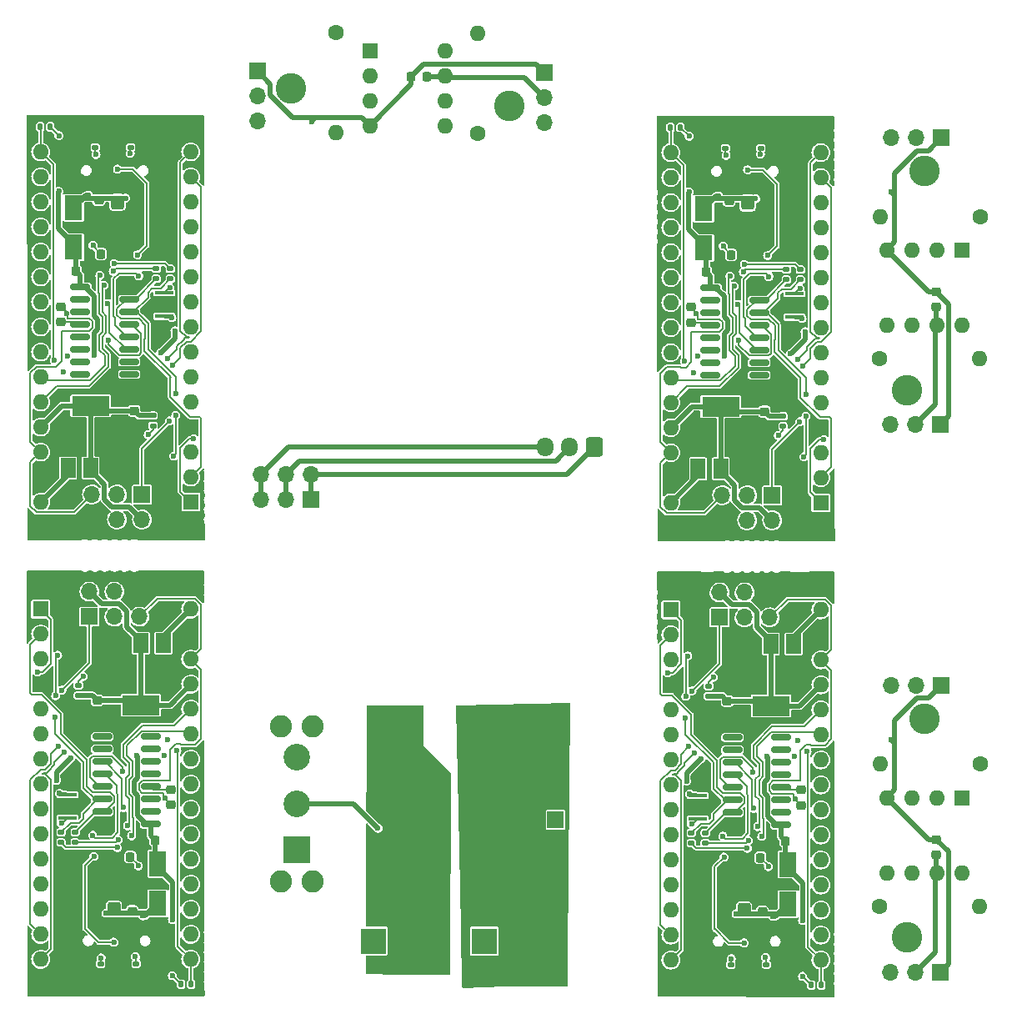
<source format=gbr>
%TF.GenerationSoftware,KiCad,Pcbnew,(6.0.1)*%
%TF.CreationDate,2022-04-04T10:53:51-04:00*%
%TF.ProjectId,arduino_usb_c,61726475-696e-46f5-9f75-73625f632e6b,rev?*%
%TF.SameCoordinates,Original*%
%TF.FileFunction,Copper,L2,Bot*%
%TF.FilePolarity,Positive*%
%FSLAX46Y46*%
G04 Gerber Fmt 4.6, Leading zero omitted, Abs format (unit mm)*
G04 Created by KiCad (PCBNEW (6.0.1)) date 2022-04-04 10:53:51*
%MOMM*%
%LPD*%
G01*
G04 APERTURE LIST*
G04 Aperture macros list*
%AMRoundRect*
0 Rectangle with rounded corners*
0 $1 Rounding radius*
0 $2 $3 $4 $5 $6 $7 $8 $9 X,Y pos of 4 corners*
0 Add a 4 corners polygon primitive as box body*
4,1,4,$2,$3,$4,$5,$6,$7,$8,$9,$2,$3,0*
0 Add four circle primitives for the rounded corners*
1,1,$1+$1,$2,$3*
1,1,$1+$1,$4,$5*
1,1,$1+$1,$6,$7*
1,1,$1+$1,$8,$9*
0 Add four rect primitives between the rounded corners*
20,1,$1+$1,$2,$3,$4,$5,0*
20,1,$1+$1,$4,$5,$6,$7,0*
20,1,$1+$1,$6,$7,$8,$9,0*
20,1,$1+$1,$8,$9,$2,$3,0*%
G04 Aperture macros list end*
%TA.AperFunction,ComponentPad*%
%ADD10O,0.900000X1.700000*%
%TD*%
%TA.AperFunction,ComponentPad*%
%ADD11O,0.900000X2.000000*%
%TD*%
%TA.AperFunction,ComponentPad*%
%ADD12C,1.600000*%
%TD*%
%TA.AperFunction,ComponentPad*%
%ADD13O,1.600000X1.600000*%
%TD*%
%TA.AperFunction,ComponentPad*%
%ADD14R,1.600000X1.600000*%
%TD*%
%TA.AperFunction,ComponentPad*%
%ADD15R,1.700000X1.700000*%
%TD*%
%TA.AperFunction,ComponentPad*%
%ADD16O,1.700000X1.700000*%
%TD*%
%TA.AperFunction,ComponentPad*%
%ADD17C,2.780000*%
%TD*%
%TA.AperFunction,ComponentPad*%
%ADD18R,2.600000X2.600000*%
%TD*%
%TA.AperFunction,ComponentPad*%
%ADD19C,2.600000*%
%TD*%
%TA.AperFunction,ComponentPad*%
%ADD20R,2.700000X2.700000*%
%TD*%
%TA.AperFunction,ComponentPad*%
%ADD21C,2.700000*%
%TD*%
%TA.AperFunction,ComponentPad*%
%ADD22C,2.250000*%
%TD*%
%TA.AperFunction,ComponentPad*%
%ADD23RoundRect,0.250000X0.600000X0.725000X-0.600000X0.725000X-0.600000X-0.725000X0.600000X-0.725000X0*%
%TD*%
%TA.AperFunction,ComponentPad*%
%ADD24O,1.700000X1.950000*%
%TD*%
%TA.AperFunction,SMDPad,CuDef*%
%ADD25RoundRect,0.225000X0.250000X-0.225000X0.250000X0.225000X-0.250000X0.225000X-0.250000X-0.225000X0*%
%TD*%
%TA.AperFunction,SMDPad,CuDef*%
%ADD26R,1.800000X2.500000*%
%TD*%
%TA.AperFunction,SMDPad,CuDef*%
%ADD27RoundRect,0.225000X0.225000X0.250000X-0.225000X0.250000X-0.225000X-0.250000X0.225000X-0.250000X0*%
%TD*%
%TA.AperFunction,SMDPad,CuDef*%
%ADD28RoundRect,0.135000X-0.185000X0.135000X-0.185000X-0.135000X0.185000X-0.135000X0.185000X0.135000X0*%
%TD*%
%TA.AperFunction,SMDPad,CuDef*%
%ADD29RoundRect,0.135000X0.135000X0.185000X-0.135000X0.185000X-0.135000X-0.185000X0.135000X-0.185000X0*%
%TD*%
%TA.AperFunction,SMDPad,CuDef*%
%ADD30R,1.500000X2.000000*%
%TD*%
%TA.AperFunction,SMDPad,CuDef*%
%ADD31R,3.800000X2.000000*%
%TD*%
%TA.AperFunction,SMDPad,CuDef*%
%ADD32RoundRect,0.135000X0.185000X-0.135000X0.185000X0.135000X-0.185000X0.135000X-0.185000X-0.135000X0*%
%TD*%
%TA.AperFunction,SMDPad,CuDef*%
%ADD33RoundRect,0.250000X0.425000X-0.450000X0.425000X0.450000X-0.425000X0.450000X-0.425000X-0.450000X0*%
%TD*%
%TA.AperFunction,SMDPad,CuDef*%
%ADD34R,1.900000X0.400000*%
%TD*%
%TA.AperFunction,SMDPad,CuDef*%
%ADD35RoundRect,0.225000X-0.250000X0.225000X-0.250000X-0.225000X0.250000X-0.225000X0.250000X0.225000X0*%
%TD*%
%TA.AperFunction,SMDPad,CuDef*%
%ADD36RoundRect,0.225000X-0.225000X-0.250000X0.225000X-0.250000X0.225000X0.250000X-0.225000X0.250000X0*%
%TD*%
%TA.AperFunction,SMDPad,CuDef*%
%ADD37RoundRect,0.135000X-0.135000X-0.185000X0.135000X-0.185000X0.135000X0.185000X-0.135000X0.185000X0*%
%TD*%
%TA.AperFunction,SMDPad,CuDef*%
%ADD38RoundRect,0.150000X0.825000X0.150000X-0.825000X0.150000X-0.825000X-0.150000X0.825000X-0.150000X0*%
%TD*%
%TA.AperFunction,SMDPad,CuDef*%
%ADD39RoundRect,0.250000X-0.425000X0.450000X-0.425000X-0.450000X0.425000X-0.450000X0.425000X0.450000X0*%
%TD*%
%TA.AperFunction,SMDPad,CuDef*%
%ADD40RoundRect,0.150000X-0.825000X-0.150000X0.825000X-0.150000X0.825000X0.150000X-0.825000X0.150000X0*%
%TD*%
%TA.AperFunction,ViaPad*%
%ADD41C,0.600000*%
%TD*%
%TA.AperFunction,ViaPad*%
%ADD42C,3.100000*%
%TD*%
%TA.AperFunction,Conductor*%
%ADD43C,0.200000*%
%TD*%
%TA.AperFunction,Conductor*%
%ADD44C,0.508000*%
%TD*%
G04 APERTURE END LIST*
D10*
%TO.P,J1,S1,SHIELD*%
%TO.N,GND*%
X170383600Y-64694327D03*
X179023600Y-64694327D03*
D11*
X179023600Y-68864327D03*
X170383600Y-68864327D03*
%TD*%
D12*
%TO.P,R13,1*%
%TO.N,Net-(R13-Pad1)*%
X198620000Y-128600000D03*
D13*
%TO.P,R13,2*%
%TO.N,Net-(C6-Pad1)*%
X188460000Y-128600000D03*
%TD*%
D12*
%TO.P,R13,1*%
%TO.N,Net-(R13-Pad1)*%
X133200000Y-54280000D03*
D13*
%TO.P,R13,2*%
%TO.N,Net-(C6-Pad1)*%
X133200000Y-64440000D03*
%TD*%
D14*
%TO.P,U5,1,VOS*%
%TO.N,unconnected-(U5-Pad1)*%
X196740000Y-76400000D03*
D13*
%TO.P,U5,2,-*%
%TO.N,Net-(R13-Pad1)*%
X194200000Y-76400000D03*
%TO.P,U5,3,+*%
%TO.N,Net-(R11-Pad1)*%
X191660000Y-76400000D03*
%TO.P,U5,4,V-*%
%TO.N,GND1*%
X189120000Y-76400000D03*
%TO.P,U5,5,NC*%
%TO.N,unconnected-(U5-Pad5)*%
X189120000Y-84020000D03*
%TO.P,U5,6*%
%TO.N,Net-(J8-Pad3)*%
X191660000Y-84020000D03*
%TO.P,U5,7,V+*%
%TO.N,+5VA*%
X194200000Y-84020000D03*
%TO.P,U5,8,VOS*%
%TO.N,unconnected-(U5-Pad8)*%
X196740000Y-84020000D03*
%TD*%
D14*
%TO.P,A1,1,D1/TX*%
%TO.N,/TX*%
X167178050Y-112925927D03*
D13*
%TO.P,A1,2,D0/RX*%
%TO.N,/RX*%
X167178050Y-115465927D03*
%TO.P,A1,3,~{RESET}*%
%TO.N,/RESET*%
X167178050Y-118005927D03*
%TO.P,A1,4,GND*%
%TO.N,GND*%
X167178050Y-120545927D03*
%TO.P,A1,5,D2*%
%TO.N,/D2*%
X167178050Y-123085927D03*
%TO.P,A1,6,D3*%
%TO.N,/D3*%
X167178050Y-125625927D03*
%TO.P,A1,7,D4*%
%TO.N,/D4*%
X167178050Y-128165927D03*
%TO.P,A1,8,D5*%
%TO.N,/D5*%
X167178050Y-130705927D03*
%TO.P,A1,9,D6*%
%TO.N,/D6*%
X167178050Y-133245927D03*
%TO.P,A1,10,D7*%
%TO.N,/D7*%
X167178050Y-135785927D03*
%TO.P,A1,11,D8*%
%TO.N,/D8*%
X167178050Y-138325927D03*
%TO.P,A1,12,D9*%
%TO.N,/D9*%
X167178050Y-140865927D03*
%TO.P,A1,13,D10*%
%TO.N,/D10*%
X167178050Y-143405927D03*
%TO.P,A1,14,D11*%
%TO.N,/D11*%
X167178050Y-145945927D03*
%TO.P,A1,15,D12*%
%TO.N,/D12*%
X167178050Y-148485927D03*
%TO.P,A1,16,D13*%
%TO.N,/D13*%
X182418050Y-148485927D03*
%TO.P,A1,17,3V3*%
%TO.N,+3V3*%
X182418050Y-145945927D03*
%TO.P,A1,18,AREF*%
%TO.N,/AREF*%
X182418050Y-143405927D03*
%TO.P,A1,19,A0*%
%TO.N,/A0*%
X182418050Y-140865927D03*
%TO.P,A1,20,A1*%
%TO.N,/A1*%
X182418050Y-138325927D03*
%TO.P,A1,21,A2*%
%TO.N,/A2*%
X182418050Y-135785927D03*
%TO.P,A1,22,A3*%
%TO.N,/A3*%
X182418050Y-133245927D03*
%TO.P,A1,23,A4*%
%TO.N,/A4*%
X182418050Y-130705927D03*
%TO.P,A1,24,A5*%
%TO.N,/A5*%
X182418050Y-128165927D03*
%TO.P,A1,25,A6*%
%TO.N,/A6*%
X182418050Y-125625927D03*
%TO.P,A1,26,A7*%
%TO.N,/A7*%
X182418050Y-123085927D03*
%TO.P,A1,27,+5V*%
%TO.N,+5V*%
X182418050Y-120545927D03*
%TO.P,A1,28,~{RESET}*%
%TO.N,/RESET*%
X182418050Y-118005927D03*
%TO.P,A1,29,GND*%
%TO.N,GND*%
X182418050Y-115465927D03*
%TO.P,A1,30,VIN*%
%TO.N,/VIN*%
X182418050Y-112925927D03*
%TD*%
D15*
%TO.P,J6,1,Pin_1*%
%TO.N,Net-(J5-Pad1)*%
X130617200Y-101737600D03*
D16*
%TO.P,J6,2,Pin_2*%
X130617200Y-99197600D03*
%TO.P,J6,3,Pin_3*%
%TO.N,Net-(J5-Pad2)*%
X128077200Y-101737600D03*
%TO.P,J6,4,Pin_4*%
X128077200Y-99197600D03*
%TO.P,J6,5,Pin_5*%
%TO.N,Net-(J5-Pad3)*%
X125537200Y-101737600D03*
%TO.P,J6,6,Pin_6*%
X125537200Y-99197600D03*
%TD*%
D14*
%TO.P,U5,1,VOS*%
%TO.N,unconnected-(U5-Pad1)*%
X136600000Y-56160000D03*
D13*
%TO.P,U5,2,-*%
%TO.N,Net-(R13-Pad1)*%
X136600000Y-58700000D03*
%TO.P,U5,3,+*%
%TO.N,Net-(R11-Pad1)*%
X136600000Y-61240000D03*
%TO.P,U5,4,V-*%
%TO.N,GND1*%
X136600000Y-63780000D03*
%TO.P,U5,5,NC*%
%TO.N,unconnected-(U5-Pad5)*%
X144220000Y-63780000D03*
%TO.P,U5,6*%
%TO.N,Net-(J8-Pad3)*%
X144220000Y-61240000D03*
%TO.P,U5,7,V+*%
%TO.N,+5VA*%
X144220000Y-58700000D03*
%TO.P,U5,8,VOS*%
%TO.N,unconnected-(U5-Pad8)*%
X144220000Y-56160000D03*
%TD*%
D17*
%TO.P,F1,1*%
%TO.N,Net-(F1-Pad1)*%
X139439000Y-127860800D03*
X139439000Y-124460800D03*
%TO.P,F1,2*%
%TO.N,VBUS*%
X149359000Y-127860800D03*
X149359000Y-124460800D03*
%TD*%
D15*
%TO.P,J7,1,Pin_1*%
%TO.N,GND1*%
X125200000Y-58220000D03*
D16*
%TO.P,J7,2,Pin_2*%
%TO.N,+5VA*%
X125200000Y-60760000D03*
%TO.P,J7,3,Pin_3*%
%TO.N,Net-(J7-Pad3)*%
X125200000Y-63300000D03*
%TD*%
D14*
%TO.P,A1,1,D1/TX*%
%TO.N,/TX*%
X182425200Y-102051127D03*
D13*
%TO.P,A1,2,D0/RX*%
%TO.N,/RX*%
X182425200Y-99511127D03*
%TO.P,A1,3,~{RESET}*%
%TO.N,/RESET*%
X182425200Y-96971127D03*
%TO.P,A1,4,GND*%
%TO.N,GND*%
X182425200Y-94431127D03*
%TO.P,A1,5,D2*%
%TO.N,/D2*%
X182425200Y-91891127D03*
%TO.P,A1,6,D3*%
%TO.N,/D3*%
X182425200Y-89351127D03*
%TO.P,A1,7,D4*%
%TO.N,/D4*%
X182425200Y-86811127D03*
%TO.P,A1,8,D5*%
%TO.N,/D5*%
X182425200Y-84271127D03*
%TO.P,A1,9,D6*%
%TO.N,/D6*%
X182425200Y-81731127D03*
%TO.P,A1,10,D7*%
%TO.N,/D7*%
X182425200Y-79191127D03*
%TO.P,A1,11,D8*%
%TO.N,/D8*%
X182425200Y-76651127D03*
%TO.P,A1,12,D9*%
%TO.N,/D9*%
X182425200Y-74111127D03*
%TO.P,A1,13,D10*%
%TO.N,/D10*%
X182425200Y-71571127D03*
%TO.P,A1,14,D11*%
%TO.N,/D11*%
X182425200Y-69031127D03*
%TO.P,A1,15,D12*%
%TO.N,/D12*%
X182425200Y-66491127D03*
%TO.P,A1,16,D13*%
%TO.N,/D13*%
X167185200Y-66491127D03*
%TO.P,A1,17,3V3*%
%TO.N,+3V3*%
X167185200Y-69031127D03*
%TO.P,A1,18,AREF*%
%TO.N,/AREF*%
X167185200Y-71571127D03*
%TO.P,A1,19,A0*%
%TO.N,/A0*%
X167185200Y-74111127D03*
%TO.P,A1,20,A1*%
%TO.N,/A1*%
X167185200Y-76651127D03*
%TO.P,A1,21,A2*%
%TO.N,/A2*%
X167185200Y-79191127D03*
%TO.P,A1,22,A3*%
%TO.N,/A3*%
X167185200Y-81731127D03*
%TO.P,A1,23,A4*%
%TO.N,/A4*%
X167185200Y-84271127D03*
%TO.P,A1,24,A5*%
%TO.N,/A5*%
X167185200Y-86811127D03*
%TO.P,A1,25,A6*%
%TO.N,/A6*%
X167185200Y-89351127D03*
%TO.P,A1,26,A7*%
%TO.N,/A7*%
X167185200Y-91891127D03*
%TO.P,A1,27,+5V*%
%TO.N,+5V*%
X167185200Y-94431127D03*
%TO.P,A1,28,~{RESET}*%
%TO.N,/RESET*%
X167185200Y-96971127D03*
%TO.P,A1,29,GND*%
%TO.N,GND*%
X167185200Y-99511127D03*
%TO.P,A1,30,VIN*%
%TO.N,/VIN*%
X167185200Y-102051127D03*
%TD*%
D15*
%TO.P,J8,1,Pin_1*%
%TO.N,GND1*%
X194565000Y-149725000D03*
D16*
%TO.P,J8,2,Pin_2*%
%TO.N,+5VA*%
X192025000Y-149725000D03*
%TO.P,J8,3,Pin_3*%
%TO.N,Net-(J8-Pad3)*%
X189485000Y-149725000D03*
%TD*%
D11*
%TO.P,J1,S1,SHIELD*%
%TO.N,GND*%
X170579650Y-146112727D03*
D10*
X170579650Y-150282727D03*
X179219650Y-150282727D03*
D11*
X179219650Y-146112727D03*
%TD*%
D12*
%TO.P,R14,1*%
%TO.N,Net-(J8-Pad3)*%
X147600000Y-64540000D03*
D13*
%TO.P,R14,2*%
%TO.N,Net-(R13-Pad1)*%
X147600000Y-54380000D03*
%TD*%
D10*
%TO.P,J1,S1,SHIELD*%
%TO.N,GND*%
X115020350Y-64620600D03*
D11*
X106380350Y-68790600D03*
X115020350Y-68790600D03*
D10*
X106380350Y-64620600D03*
%TD*%
D15*
%TO.P,J8,1,Pin_1*%
%TO.N,GND1*%
X194565000Y-94125000D03*
D16*
%TO.P,J8,2,Pin_2*%
%TO.N,+5VA*%
X192025000Y-94125000D03*
%TO.P,J8,3,Pin_3*%
%TO.N,Net-(J8-Pad3)*%
X189485000Y-94125000D03*
%TD*%
D14*
%TO.P,A1,1,D1/TX*%
%TO.N,/TX*%
X118421950Y-101977400D03*
D13*
%TO.P,A1,2,D0/RX*%
%TO.N,/RX*%
X118421950Y-99437400D03*
%TO.P,A1,3,~{RESET}*%
%TO.N,/RESET*%
X118421950Y-96897400D03*
%TO.P,A1,4,GND*%
%TO.N,GND*%
X118421950Y-94357400D03*
%TO.P,A1,5,D2*%
%TO.N,/D2*%
X118421950Y-91817400D03*
%TO.P,A1,6,D3*%
%TO.N,/D3*%
X118421950Y-89277400D03*
%TO.P,A1,7,D4*%
%TO.N,/D4*%
X118421950Y-86737400D03*
%TO.P,A1,8,D5*%
%TO.N,/D5*%
X118421950Y-84197400D03*
%TO.P,A1,9,D6*%
%TO.N,/D6*%
X118421950Y-81657400D03*
%TO.P,A1,10,D7*%
%TO.N,/D7*%
X118421950Y-79117400D03*
%TO.P,A1,11,D8*%
%TO.N,/D8*%
X118421950Y-76577400D03*
%TO.P,A1,12,D9*%
%TO.N,/D9*%
X118421950Y-74037400D03*
%TO.P,A1,13,D10*%
%TO.N,/D10*%
X118421950Y-71497400D03*
%TO.P,A1,14,D11*%
%TO.N,/D11*%
X118421950Y-68957400D03*
%TO.P,A1,15,D12*%
%TO.N,/D12*%
X118421950Y-66417400D03*
%TO.P,A1,16,D13*%
%TO.N,/D13*%
X103181950Y-66417400D03*
%TO.P,A1,17,3V3*%
%TO.N,+3V3*%
X103181950Y-68957400D03*
%TO.P,A1,18,AREF*%
%TO.N,/AREF*%
X103181950Y-71497400D03*
%TO.P,A1,19,A0*%
%TO.N,/A0*%
X103181950Y-74037400D03*
%TO.P,A1,20,A1*%
%TO.N,/A1*%
X103181950Y-76577400D03*
%TO.P,A1,21,A2*%
%TO.N,/A2*%
X103181950Y-79117400D03*
%TO.P,A1,22,A3*%
%TO.N,/A3*%
X103181950Y-81657400D03*
%TO.P,A1,23,A4*%
%TO.N,/A4*%
X103181950Y-84197400D03*
%TO.P,A1,24,A5*%
%TO.N,/A5*%
X103181950Y-86737400D03*
%TO.P,A1,25,A6*%
%TO.N,/A6*%
X103181950Y-89277400D03*
%TO.P,A1,26,A7*%
%TO.N,/A7*%
X103181950Y-91817400D03*
%TO.P,A1,27,+5V*%
%TO.N,+5V*%
X103181950Y-94357400D03*
%TO.P,A1,28,~{RESET}*%
%TO.N,/RESET*%
X103181950Y-96897400D03*
%TO.P,A1,29,GND*%
%TO.N,GND*%
X103181950Y-99437400D03*
%TO.P,A1,30,VIN*%
%TO.N,/VIN*%
X103181950Y-101977400D03*
%TD*%
D15*
%TO.P,J7,1,Pin_1*%
%TO.N,GND1*%
X194680000Y-120600000D03*
D16*
%TO.P,J7,2,Pin_2*%
%TO.N,+5VA*%
X192140000Y-120600000D03*
%TO.P,J7,3,Pin_3*%
%TO.N,Net-(J7-Pad3)*%
X189600000Y-120600000D03*
%TD*%
D15*
%TO.P,J2,1,Pin_1*%
%TO.N,/D12*%
X113468950Y-101215400D03*
D16*
%TO.P,J2,2,Pin_2*%
%TO.N,+5V*%
X113468950Y-103755400D03*
%TO.P,J2,3,Pin_3*%
%TO.N,/D13*%
X110928950Y-101215400D03*
%TO.P,J2,4,Pin_4*%
%TO.N,/D11*%
X110928950Y-103755400D03*
%TO.P,J2,5,Pin_5*%
%TO.N,/RESET*%
X108388950Y-101215400D03*
%TO.P,J2,6,Pin_6*%
%TO.N,GND*%
X108388950Y-103755400D03*
%TD*%
D11*
%TO.P,J1,S1,SHIELD*%
%TO.N,GND*%
X106576400Y-146039000D03*
D10*
X115216400Y-150209000D03*
X106576400Y-150209000D03*
D11*
X115216400Y-146039000D03*
%TD*%
D15*
%TO.P,J2,1,Pin_1*%
%TO.N,/D12*%
X177472200Y-101289127D03*
D16*
%TO.P,J2,2,Pin_2*%
%TO.N,+5V*%
X177472200Y-103829127D03*
%TO.P,J2,3,Pin_3*%
%TO.N,/D13*%
X174932200Y-101289127D03*
%TO.P,J2,4,Pin_4*%
%TO.N,/D11*%
X174932200Y-103829127D03*
%TO.P,J2,5,Pin_5*%
%TO.N,/RESET*%
X172392200Y-101289127D03*
%TO.P,J2,6,Pin_6*%
%TO.N,GND*%
X172392200Y-103829127D03*
%TD*%
D15*
%TO.P,J2,1,Pin_1*%
%TO.N,/D12*%
X172131050Y-113687927D03*
D16*
%TO.P,J2,2,Pin_2*%
%TO.N,+5V*%
X172131050Y-111147927D03*
%TO.P,J2,3,Pin_3*%
%TO.N,/D13*%
X174671050Y-113687927D03*
%TO.P,J2,4,Pin_4*%
%TO.N,/D11*%
X174671050Y-111147927D03*
%TO.P,J2,5,Pin_5*%
%TO.N,/RESET*%
X177211050Y-113687927D03*
%TO.P,J2,6,Pin_6*%
%TO.N,GND*%
X177211050Y-111147927D03*
%TD*%
D18*
%TO.P,J3,1,Pin_1*%
%TO.N,Net-(D4-Pad1)*%
X148229400Y-146557200D03*
D19*
%TO.P,J3,2,Pin_2*%
%TO.N,VBUS*%
X153309400Y-146557200D03*
%TD*%
D15*
%TO.P,MES1,1,-*%
%TO.N,Net-(D4-Pad1)*%
X155473800Y-134243400D03*
D16*
%TO.P,MES1,2,+*%
%TO.N,VBUS*%
X155473800Y-131703400D03*
%TD*%
D12*
%TO.P,R13,1*%
%TO.N,Net-(R13-Pad1)*%
X198620000Y-73000000D03*
D13*
%TO.P,R13,2*%
%TO.N,Net-(C6-Pad1)*%
X188460000Y-73000000D03*
%TD*%
D14*
%TO.P,A1,1,D1/TX*%
%TO.N,/TX*%
X103174800Y-112852200D03*
D13*
%TO.P,A1,2,D0/RX*%
%TO.N,/RX*%
X103174800Y-115392200D03*
%TO.P,A1,3,~{RESET}*%
%TO.N,/RESET*%
X103174800Y-117932200D03*
%TO.P,A1,4,GND*%
%TO.N,GND*%
X103174800Y-120472200D03*
%TO.P,A1,5,D2*%
%TO.N,/D2*%
X103174800Y-123012200D03*
%TO.P,A1,6,D3*%
%TO.N,/D3*%
X103174800Y-125552200D03*
%TO.P,A1,7,D4*%
%TO.N,/D4*%
X103174800Y-128092200D03*
%TO.P,A1,8,D5*%
%TO.N,/D5*%
X103174800Y-130632200D03*
%TO.P,A1,9,D6*%
%TO.N,/D6*%
X103174800Y-133172200D03*
%TO.P,A1,10,D7*%
%TO.N,/D7*%
X103174800Y-135712200D03*
%TO.P,A1,11,D8*%
%TO.N,/D8*%
X103174800Y-138252200D03*
%TO.P,A1,12,D9*%
%TO.N,/D9*%
X103174800Y-140792200D03*
%TO.P,A1,13,D10*%
%TO.N,/D10*%
X103174800Y-143332200D03*
%TO.P,A1,14,D11*%
%TO.N,/D11*%
X103174800Y-145872200D03*
%TO.P,A1,15,D12*%
%TO.N,/D12*%
X103174800Y-148412200D03*
%TO.P,A1,16,D13*%
%TO.N,/D13*%
X118414800Y-148412200D03*
%TO.P,A1,17,3V3*%
%TO.N,+3V3*%
X118414800Y-145872200D03*
%TO.P,A1,18,AREF*%
%TO.N,/AREF*%
X118414800Y-143332200D03*
%TO.P,A1,19,A0*%
%TO.N,/A0*%
X118414800Y-140792200D03*
%TO.P,A1,20,A1*%
%TO.N,/A1*%
X118414800Y-138252200D03*
%TO.P,A1,21,A2*%
%TO.N,/A2*%
X118414800Y-135712200D03*
%TO.P,A1,22,A3*%
%TO.N,/A3*%
X118414800Y-133172200D03*
%TO.P,A1,23,A4*%
%TO.N,/A4*%
X118414800Y-130632200D03*
%TO.P,A1,24,A5*%
%TO.N,/A5*%
X118414800Y-128092200D03*
%TO.P,A1,25,A6*%
%TO.N,/A6*%
X118414800Y-125552200D03*
%TO.P,A1,26,A7*%
%TO.N,/A7*%
X118414800Y-123012200D03*
%TO.P,A1,27,+5V*%
%TO.N,+5V*%
X118414800Y-120472200D03*
%TO.P,A1,28,~{RESET}*%
%TO.N,/RESET*%
X118414800Y-117932200D03*
%TO.P,A1,29,GND*%
%TO.N,GND*%
X118414800Y-115392200D03*
%TO.P,A1,30,VIN*%
%TO.N,/VIN*%
X118414800Y-112852200D03*
%TD*%
D14*
%TO.P,U5,1,VOS*%
%TO.N,unconnected-(U5-Pad1)*%
X196740000Y-132000000D03*
D13*
%TO.P,U5,2,-*%
%TO.N,Net-(R13-Pad1)*%
X194200000Y-132000000D03*
%TO.P,U5,3,+*%
%TO.N,Net-(R11-Pad1)*%
X191660000Y-132000000D03*
%TO.P,U5,4,V-*%
%TO.N,GND1*%
X189120000Y-132000000D03*
%TO.P,U5,5,NC*%
%TO.N,unconnected-(U5-Pad5)*%
X189120000Y-139620000D03*
%TO.P,U5,6*%
%TO.N,Net-(J8-Pad3)*%
X191660000Y-139620000D03*
%TO.P,U5,7,V+*%
%TO.N,+5VA*%
X194200000Y-139620000D03*
%TO.P,U5,8,VOS*%
%TO.N,unconnected-(U5-Pad8)*%
X196740000Y-139620000D03*
%TD*%
D20*
%TO.P,SW2,1,A*%
%TO.N,VBUS*%
X129209800Y-137312400D03*
D21*
%TO.P,SW2,2,B*%
%TO.N,Net-(SW2-Pad2)*%
X129209800Y-132612400D03*
%TO.P,SW2,3*%
%TO.N,N/C*%
X129209800Y-127912400D03*
D22*
%TO.P,SW2,MH1*%
X127609800Y-140512400D03*
%TO.P,SW2,MH2*%
X130809800Y-140512400D03*
%TO.P,SW2,MH3*%
X127609800Y-124712400D03*
%TO.P,SW2,MH4*%
X130809800Y-124712400D03*
%TD*%
D12*
%TO.P,R14,1*%
%TO.N,Net-(J8-Pad3)*%
X188360000Y-87400000D03*
D13*
%TO.P,R14,2*%
%TO.N,Net-(R13-Pad1)*%
X198520000Y-87400000D03*
%TD*%
D15*
%TO.P,J8,1,Pin_1*%
%TO.N,GND1*%
X154325000Y-58335000D03*
D16*
%TO.P,J8,2,Pin_2*%
%TO.N,+5VA*%
X154325000Y-60875000D03*
%TO.P,J8,3,Pin_3*%
%TO.N,Net-(J8-Pad3)*%
X154325000Y-63415000D03*
%TD*%
D23*
%TO.P,J5,1,Pin_1*%
%TO.N,Net-(J5-Pad1)*%
X159395800Y-96409000D03*
D24*
%TO.P,J5,2,Pin_2*%
%TO.N,Net-(J5-Pad2)*%
X156895800Y-96409000D03*
%TO.P,J5,3,Pin_3*%
%TO.N,Net-(J5-Pad3)*%
X154395800Y-96409000D03*
%TD*%
D15*
%TO.P,J7,1,Pin_1*%
%TO.N,GND1*%
X194680000Y-65000000D03*
D16*
%TO.P,J7,2,Pin_2*%
%TO.N,+5VA*%
X192140000Y-65000000D03*
%TO.P,J7,3,Pin_3*%
%TO.N,Net-(J7-Pad3)*%
X189600000Y-65000000D03*
%TD*%
D18*
%TO.P,J4,1,Pin_1*%
%TO.N,Net-(J4-Pad1)*%
X136951800Y-146557200D03*
D19*
%TO.P,J4,2,Pin_2*%
%TO.N,Net-(F1-Pad1)*%
X142031800Y-146557200D03*
%TD*%
D15*
%TO.P,J2,1,Pin_1*%
%TO.N,/D12*%
X108127800Y-113614200D03*
D16*
%TO.P,J2,2,Pin_2*%
%TO.N,+5V*%
X108127800Y-111074200D03*
%TO.P,J2,3,Pin_3*%
%TO.N,/D13*%
X110667800Y-113614200D03*
%TO.P,J2,4,Pin_4*%
%TO.N,/D11*%
X110667800Y-111074200D03*
%TO.P,J2,5,Pin_5*%
%TO.N,/RESET*%
X113207800Y-113614200D03*
%TO.P,J2,6,Pin_6*%
%TO.N,GND*%
X113207800Y-111074200D03*
%TD*%
D12*
%TO.P,R14,1*%
%TO.N,Net-(J8-Pad3)*%
X188360000Y-143000000D03*
D13*
%TO.P,R14,2*%
%TO.N,Net-(R13-Pad1)*%
X198520000Y-143000000D03*
%TD*%
D25*
%TO.P,C5,1*%
%TO.N,Net-(C5-Pad1)*%
X105213950Y-83677000D03*
%TO.P,C5,2*%
%TO.N,/RESET*%
X105213950Y-82127000D03*
%TD*%
D26*
%TO.P,D2,1,K*%
%TO.N,+5V*%
X115062000Y-138722600D03*
%TO.P,D2,2,A*%
%TO.N,/VUSB*%
X115062000Y-142722600D03*
%TD*%
D27*
%TO.P,C4,1*%
%TO.N,+5V*%
X114834000Y-136321800D03*
%TO.P,C4,2*%
%TO.N,GND*%
X113284000Y-136321800D03*
%TD*%
%TO.P,C1,1*%
%TO.N,/AREF*%
X176296650Y-138097327D03*
%TO.P,C1,2*%
%TO.N,GND*%
X174746650Y-138097327D03*
%TD*%
D28*
%TO.P,R2,1*%
%TO.N,Net-(R2-Pad1)*%
X178920000Y-78376327D03*
%TO.P,R2,2*%
%TO.N,/RX*%
X178920000Y-79396327D03*
%TD*%
D29*
%TO.P,R4,1*%
%TO.N,/D13*%
X182468950Y-151025927D03*
%TO.P,R4,2*%
%TO.N,Net-(D1-Pad2)*%
X181448950Y-151025927D03*
%TD*%
D30*
%TO.P,U3,1,GND*%
%TO.N,GND*%
X174553800Y-98596727D03*
D31*
%TO.P,U3,2,VO*%
%TO.N,+5V*%
X172253800Y-92296727D03*
D30*
X172253800Y-98596727D03*
%TO.P,U3,3,VI*%
%TO.N,/VIN*%
X169953800Y-98596727D03*
%TD*%
D32*
%TO.P,R2,1*%
%TO.N,Net-(R2-Pad1)*%
X170683250Y-136600727D03*
%TO.P,R2,2*%
%TO.N,/RX*%
X170683250Y-135580727D03*
%TD*%
D33*
%TO.P,C8,1*%
%TO.N,/VUSB*%
X174620250Y-143358927D03*
%TO.P,C8,2*%
%TO.N,GND*%
X174620250Y-140658927D03*
%TD*%
D32*
%TO.P,R6,1*%
%TO.N,Net-(J1-PadB5)*%
X108719150Y-65962200D03*
%TO.P,R6,2*%
%TO.N,GND*%
X108719150Y-64942200D03*
%TD*%
%TO.P,R3,1*%
%TO.N,Net-(R3-Pad1)*%
X169260850Y-136602727D03*
%TO.P,R3,2*%
%TO.N,/TX*%
X169260850Y-135582727D03*
%TD*%
D34*
%TO.P,Y1,1,1*%
%TO.N,Net-(U1-Pad8)*%
X169892650Y-134168127D03*
%TO.P,Y1,2,2*%
%TO.N,GND*%
X169892650Y-132968127D03*
%TO.P,Y1,3,3*%
%TO.N,Net-(U1-Pad7)*%
X169892650Y-131768127D03*
%TD*%
D28*
%TO.P,R6,1*%
%TO.N,Net-(J1-PadB5)*%
X112877600Y-148867400D03*
%TO.P,R6,2*%
%TO.N,GND*%
X112877600Y-149887400D03*
%TD*%
D35*
%TO.P,C10,1*%
%TO.N,+5V*%
X176684800Y-92792527D03*
%TO.P,C10,2*%
%TO.N,GND*%
X176684800Y-94342527D03*
%TD*%
%TO.P,C9,1*%
%TO.N,/VUSB*%
X109100150Y-71319000D03*
%TO.P,C9,2*%
%TO.N,GND*%
X109100150Y-72869000D03*
%TD*%
D32*
%TO.P,R5,1*%
%TO.N,Net-(J1-PadA5)*%
X112325950Y-65962200D03*
%TO.P,R5,2*%
%TO.N,GND*%
X112325950Y-64942200D03*
%TD*%
D36*
%TO.P,C4,1*%
%TO.N,+5V*%
X106762750Y-78507800D03*
%TO.P,C4,2*%
%TO.N,GND*%
X108312750Y-78507800D03*
%TD*%
D32*
%TO.P,R2,1*%
%TO.N,Net-(R2-Pad1)*%
X106680000Y-136527000D03*
%TO.P,R2,2*%
%TO.N,/RX*%
X106680000Y-135507000D03*
%TD*%
D26*
%TO.P,D2,1,K*%
%TO.N,+5V*%
X106534750Y-76107000D03*
%TO.P,D2,2,A*%
%TO.N,/VUSB*%
X106534750Y-72107000D03*
%TD*%
D37*
%TO.P,R4,1*%
%TO.N,/D13*%
X167134300Y-63951127D03*
%TO.P,R4,2*%
%TO.N,Net-(D1-Pad2)*%
X168154300Y-63951127D03*
%TD*%
D28*
%TO.P,R3,1*%
%TO.N,Net-(R3-Pad1)*%
X116339150Y-78300600D03*
%TO.P,R3,2*%
%TO.N,/TX*%
X116339150Y-79320600D03*
%TD*%
D32*
%TO.P,R6,1*%
%TO.N,Net-(J1-PadB5)*%
X172722400Y-66035927D03*
%TO.P,R6,2*%
%TO.N,GND*%
X172722400Y-65015927D03*
%TD*%
D25*
%TO.P,C9,1*%
%TO.N,/VUSB*%
X112496600Y-143510600D03*
%TO.P,C9,2*%
%TO.N,GND*%
X112496600Y-141960600D03*
%TD*%
D28*
%TO.P,R3,1*%
%TO.N,Net-(R3-Pad1)*%
X180342400Y-78374327D03*
%TO.P,R3,2*%
%TO.N,/TX*%
X180342400Y-79394327D03*
%TD*%
D33*
%TO.P,C8,1*%
%TO.N,/VUSB*%
X110617000Y-143285200D03*
%TO.P,C8,2*%
%TO.N,GND*%
X110617000Y-140585200D03*
%TD*%
D38*
%TO.P,U2,1,GND*%
%TO.N,GND*%
X112159350Y-80133400D03*
%TO.P,U2,2,TXD*%
%TO.N,/RX*%
X112159350Y-81403400D03*
%TO.P,U2,3,RXD*%
%TO.N,/TX*%
X112159350Y-82673400D03*
%TO.P,U2,4,V3*%
%TO.N,+3V3*%
X112159350Y-83943400D03*
%TO.P,U2,5,UD+*%
%TO.N,/D+*%
X112159350Y-85213400D03*
%TO.P,U2,6,UD-*%
%TO.N,/D-*%
X112159350Y-86483400D03*
%TO.P,U2,7,NC*%
%TO.N,unconnected-(U2-Pad7)*%
X112159350Y-87753400D03*
%TO.P,U2,8,NC*%
%TO.N,unconnected-(U2-Pad8)*%
X112159350Y-89023400D03*
%TO.P,U2,9,~{CTS}*%
%TO.N,unconnected-(U2-Pad9)*%
X107209350Y-89023400D03*
%TO.P,U2,10,~{DSR}*%
%TO.N,unconnected-(U2-Pad10)*%
X107209350Y-87753400D03*
%TO.P,U2,11,~{RI}*%
%TO.N,unconnected-(U2-Pad11)*%
X107209350Y-86483400D03*
%TO.P,U2,12,~{DCD}*%
%TO.N,unconnected-(U2-Pad12)*%
X107209350Y-85213400D03*
%TO.P,U2,13,~{DTR}*%
%TO.N,Net-(C5-Pad1)*%
X107209350Y-83943400D03*
%TO.P,U2,14,~{RTS}*%
%TO.N,unconnected-(U2-Pad14)*%
X107209350Y-82673400D03*
%TO.P,U2,15,R232*%
%TO.N,unconnected-(U2-Pad15)*%
X107209350Y-81403400D03*
%TO.P,U2,16,VCC*%
%TO.N,+5V*%
X107209350Y-80133400D03*
%TD*%
D39*
%TO.P,C8,1*%
%TO.N,/VUSB*%
X110979750Y-71544400D03*
%TO.P,C8,2*%
%TO.N,GND*%
X110979750Y-74244400D03*
%TD*%
D25*
%TO.P,C10,1*%
%TO.N,+5V*%
X172918450Y-122184527D03*
%TO.P,C10,2*%
%TO.N,GND*%
X172918450Y-120634527D03*
%TD*%
D32*
%TO.P,R5,1*%
%TO.N,Net-(J1-PadA5)*%
X176329200Y-66035927D03*
%TO.P,R5,2*%
%TO.N,GND*%
X176329200Y-65015927D03*
%TD*%
D34*
%TO.P,Y1,1,1*%
%TO.N,Net-(U1-Pad8)*%
X115707350Y-80735200D03*
%TO.P,Y1,2,2*%
%TO.N,GND*%
X115707350Y-81935200D03*
%TO.P,Y1,3,3*%
%TO.N,Net-(U1-Pad7)*%
X115707350Y-83135200D03*
%TD*%
D39*
%TO.P,C8,1*%
%TO.N,/VUSB*%
X174983000Y-71618127D03*
%TO.P,C8,2*%
%TO.N,GND*%
X174983000Y-74318127D03*
%TD*%
D26*
%TO.P,D2,1,K*%
%TO.N,+5V*%
X170538000Y-76180727D03*
%TO.P,D2,2,A*%
%TO.N,/VUSB*%
X170538000Y-72180727D03*
%TD*%
D35*
%TO.P,C5,1*%
%TO.N,Net-(C5-Pad1)*%
X180386050Y-131226327D03*
%TO.P,C5,2*%
%TO.N,/RESET*%
X180386050Y-132776327D03*
%TD*%
D32*
%TO.P,R1,1*%
%TO.N,+5V*%
X107010200Y-121617200D03*
%TO.P,R1,2*%
%TO.N,/RESET*%
X107010200Y-120597200D03*
%TD*%
D25*
%TO.P,C5,1*%
%TO.N,Net-(C5-Pad1)*%
X169217200Y-83750727D03*
%TO.P,C5,2*%
%TO.N,/RESET*%
X169217200Y-82200727D03*
%TD*%
D32*
%TO.P,R1,1*%
%TO.N,+5V*%
X171013450Y-121690927D03*
%TO.P,R1,2*%
%TO.N,/RESET*%
X171013450Y-120670927D03*
%TD*%
D34*
%TO.P,Y1,1,1*%
%TO.N,Net-(U1-Pad8)*%
X105889400Y-134094400D03*
%TO.P,Y1,2,2*%
%TO.N,GND*%
X105889400Y-132894400D03*
%TO.P,Y1,3,3*%
%TO.N,Net-(U1-Pad7)*%
X105889400Y-131694400D03*
%TD*%
D36*
%TO.P,C4,1*%
%TO.N,+5V*%
X170766000Y-78581527D03*
%TO.P,C4,2*%
%TO.N,GND*%
X172316000Y-78581527D03*
%TD*%
D28*
%TO.P,R6,1*%
%TO.N,Net-(J1-PadB5)*%
X176880850Y-148941127D03*
%TO.P,R6,2*%
%TO.N,GND*%
X176880850Y-149961127D03*
%TD*%
D36*
%TO.P,C1,1*%
%TO.N,/AREF*%
X109303350Y-76806000D03*
%TO.P,C1,2*%
%TO.N,GND*%
X110853350Y-76806000D03*
%TD*%
D30*
%TO.P,U3,1,GND*%
%TO.N,GND*%
X175049450Y-116380327D03*
%TO.P,U3,2,VO*%
%TO.N,+5V*%
X177349450Y-116380327D03*
D31*
X177349450Y-122680327D03*
D30*
%TO.P,U3,3,VI*%
%TO.N,/VIN*%
X179649450Y-116380327D03*
%TD*%
D37*
%TO.P,R4,1*%
%TO.N,/D13*%
X103131050Y-63877400D03*
%TO.P,R4,2*%
%TO.N,Net-(D1-Pad2)*%
X104151050Y-63877400D03*
%TD*%
D25*
%TO.P,C10,1*%
%TO.N,+5V*%
X108915200Y-122110800D03*
%TO.P,C10,2*%
%TO.N,GND*%
X108915200Y-120560800D03*
%TD*%
D26*
%TO.P,D2,1,K*%
%TO.N,+5V*%
X179065250Y-138796327D03*
%TO.P,D2,2,A*%
%TO.N,/VUSB*%
X179065250Y-142796327D03*
%TD*%
D30*
%TO.P,U3,1,GND*%
%TO.N,GND*%
X111046200Y-116306600D03*
D31*
%TO.P,U3,2,VO*%
%TO.N,+5V*%
X113346200Y-122606600D03*
D30*
X113346200Y-116306600D03*
%TO.P,U3,3,VI*%
%TO.N,/VIN*%
X115646200Y-116306600D03*
%TD*%
D28*
%TO.P,R5,1*%
%TO.N,Net-(J1-PadA5)*%
X109270800Y-148867400D03*
%TO.P,R5,2*%
%TO.N,GND*%
X109270800Y-149887400D03*
%TD*%
D25*
%TO.P,C9,1*%
%TO.N,/VUSB*%
X176499850Y-143584327D03*
%TO.P,C9,2*%
%TO.N,GND*%
X176499850Y-142034327D03*
%TD*%
D28*
%TO.P,R5,1*%
%TO.N,Net-(J1-PadA5)*%
X173274050Y-148941127D03*
%TO.P,R5,2*%
%TO.N,GND*%
X173274050Y-149961127D03*
%TD*%
D32*
%TO.P,R3,1*%
%TO.N,Net-(R3-Pad1)*%
X105257600Y-136529000D03*
%TO.P,R3,2*%
%TO.N,/TX*%
X105257600Y-135509000D03*
%TD*%
D27*
%TO.P,C1,1*%
%TO.N,/AREF*%
X112293400Y-138023600D03*
%TO.P,C1,2*%
%TO.N,GND*%
X110743400Y-138023600D03*
%TD*%
D29*
%TO.P,R4,1*%
%TO.N,/D13*%
X118465700Y-150952200D03*
%TO.P,R4,2*%
%TO.N,Net-(D1-Pad2)*%
X117445700Y-150952200D03*
%TD*%
D27*
%TO.P,C4,1*%
%TO.N,+5V*%
X178837250Y-136395527D03*
%TO.P,C4,2*%
%TO.N,GND*%
X177287250Y-136395527D03*
%TD*%
D25*
%TO.P,C7,1*%
%TO.N,+5VA*%
X194140000Y-82175000D03*
%TO.P,C7,2*%
%TO.N,GND1*%
X194140000Y-80625000D03*
%TD*%
D28*
%TO.P,R2,1*%
%TO.N,Net-(R2-Pad1)*%
X114916750Y-78302600D03*
%TO.P,R2,2*%
%TO.N,/RX*%
X114916750Y-79322600D03*
%TD*%
D35*
%TO.P,C9,1*%
%TO.N,/VUSB*%
X173103400Y-71392727D03*
%TO.P,C9,2*%
%TO.N,GND*%
X173103400Y-72942727D03*
%TD*%
D40*
%TO.P,U2,1,GND*%
%TO.N,GND*%
X109437400Y-134696200D03*
%TO.P,U2,2,TXD*%
%TO.N,/RX*%
X109437400Y-133426200D03*
%TO.P,U2,3,RXD*%
%TO.N,/TX*%
X109437400Y-132156200D03*
%TO.P,U2,4,V3*%
%TO.N,+3V3*%
X109437400Y-130886200D03*
%TO.P,U2,5,UD+*%
%TO.N,/D+*%
X109437400Y-129616200D03*
%TO.P,U2,6,UD-*%
%TO.N,/D-*%
X109437400Y-128346200D03*
%TO.P,U2,7,NC*%
%TO.N,unconnected-(U2-Pad7)*%
X109437400Y-127076200D03*
%TO.P,U2,8,NC*%
%TO.N,unconnected-(U2-Pad8)*%
X109437400Y-125806200D03*
%TO.P,U2,9,~{CTS}*%
%TO.N,unconnected-(U2-Pad9)*%
X114387400Y-125806200D03*
%TO.P,U2,10,~{DSR}*%
%TO.N,unconnected-(U2-Pad10)*%
X114387400Y-127076200D03*
%TO.P,U2,11,~{RI}*%
%TO.N,unconnected-(U2-Pad11)*%
X114387400Y-128346200D03*
%TO.P,U2,12,~{DCD}*%
%TO.N,unconnected-(U2-Pad12)*%
X114387400Y-129616200D03*
%TO.P,U2,13,~{DTR}*%
%TO.N,Net-(C5-Pad1)*%
X114387400Y-130886200D03*
%TO.P,U2,14,~{RTS}*%
%TO.N,unconnected-(U2-Pad14)*%
X114387400Y-132156200D03*
%TO.P,U2,15,R232*%
%TO.N,unconnected-(U2-Pad15)*%
X114387400Y-133426200D03*
%TO.P,U2,16,VCC*%
%TO.N,+5V*%
X114387400Y-134696200D03*
%TD*%
D27*
%TO.P,C7,1*%
%TO.N,+5VA*%
X142375000Y-58760000D03*
%TO.P,C7,2*%
%TO.N,GND1*%
X140825000Y-58760000D03*
%TD*%
D40*
%TO.P,U2,1,GND*%
%TO.N,GND*%
X173440650Y-134769927D03*
%TO.P,U2,2,TXD*%
%TO.N,/RX*%
X173440650Y-133499927D03*
%TO.P,U2,3,RXD*%
%TO.N,/TX*%
X173440650Y-132229927D03*
%TO.P,U2,4,V3*%
%TO.N,+3V3*%
X173440650Y-130959927D03*
%TO.P,U2,5,UD+*%
%TO.N,/D+*%
X173440650Y-129689927D03*
%TO.P,U2,6,UD-*%
%TO.N,/D-*%
X173440650Y-128419927D03*
%TO.P,U2,7,NC*%
%TO.N,unconnected-(U2-Pad7)*%
X173440650Y-127149927D03*
%TO.P,U2,8,NC*%
%TO.N,unconnected-(U2-Pad8)*%
X173440650Y-125879927D03*
%TO.P,U2,9,~{CTS}*%
%TO.N,unconnected-(U2-Pad9)*%
X178390650Y-125879927D03*
%TO.P,U2,10,~{DSR}*%
%TO.N,unconnected-(U2-Pad10)*%
X178390650Y-127149927D03*
%TO.P,U2,11,~{RI}*%
%TO.N,unconnected-(U2-Pad11)*%
X178390650Y-128419927D03*
%TO.P,U2,12,~{DCD}*%
%TO.N,unconnected-(U2-Pad12)*%
X178390650Y-129689927D03*
%TO.P,U2,13,~{DTR}*%
%TO.N,Net-(C5-Pad1)*%
X178390650Y-130959927D03*
%TO.P,U2,14,~{RTS}*%
%TO.N,unconnected-(U2-Pad14)*%
X178390650Y-132229927D03*
%TO.P,U2,15,R232*%
%TO.N,unconnected-(U2-Pad15)*%
X178390650Y-133499927D03*
%TO.P,U2,16,VCC*%
%TO.N,+5V*%
X178390650Y-134769927D03*
%TD*%
D36*
%TO.P,C1,1*%
%TO.N,/AREF*%
X173306600Y-76879727D03*
%TO.P,C1,2*%
%TO.N,GND*%
X174856600Y-76879727D03*
%TD*%
D35*
%TO.P,C10,1*%
%TO.N,+5V*%
X112681550Y-92718800D03*
%TO.P,C10,2*%
%TO.N,GND*%
X112681550Y-94268800D03*
%TD*%
D25*
%TO.P,C7,1*%
%TO.N,+5VA*%
X194140000Y-137775000D03*
%TO.P,C7,2*%
%TO.N,GND1*%
X194140000Y-136225000D03*
%TD*%
D28*
%TO.P,R1,1*%
%TO.N,+5V*%
X114586550Y-93212400D03*
%TO.P,R1,2*%
%TO.N,/RESET*%
X114586550Y-94232400D03*
%TD*%
D35*
%TO.P,C5,1*%
%TO.N,Net-(C5-Pad1)*%
X116382800Y-131152600D03*
%TO.P,C5,2*%
%TO.N,/RESET*%
X116382800Y-132702600D03*
%TD*%
D28*
%TO.P,R1,1*%
%TO.N,+5V*%
X178589800Y-93286127D03*
%TO.P,R1,2*%
%TO.N,/RESET*%
X178589800Y-94306127D03*
%TD*%
D34*
%TO.P,Y1,1,1*%
%TO.N,Net-(U1-Pad8)*%
X179710600Y-80808927D03*
%TO.P,Y1,2,2*%
%TO.N,GND*%
X179710600Y-82008927D03*
%TO.P,Y1,3,3*%
%TO.N,Net-(U1-Pad7)*%
X179710600Y-83208927D03*
%TD*%
D30*
%TO.P,U3,1,GND*%
%TO.N,GND*%
X110550550Y-98523000D03*
D31*
%TO.P,U3,2,VO*%
%TO.N,+5V*%
X108250550Y-92223000D03*
D30*
X108250550Y-98523000D03*
%TO.P,U3,3,VI*%
%TO.N,/VIN*%
X105950550Y-98523000D03*
%TD*%
D38*
%TO.P,U2,1,GND*%
%TO.N,GND*%
X176162600Y-80207127D03*
%TO.P,U2,2,TXD*%
%TO.N,/RX*%
X176162600Y-81477127D03*
%TO.P,U2,3,RXD*%
%TO.N,/TX*%
X176162600Y-82747127D03*
%TO.P,U2,4,V3*%
%TO.N,+3V3*%
X176162600Y-84017127D03*
%TO.P,U2,5,UD+*%
%TO.N,/D+*%
X176162600Y-85287127D03*
%TO.P,U2,6,UD-*%
%TO.N,/D-*%
X176162600Y-86557127D03*
%TO.P,U2,7,NC*%
%TO.N,unconnected-(U2-Pad7)*%
X176162600Y-87827127D03*
%TO.P,U2,8,NC*%
%TO.N,unconnected-(U2-Pad8)*%
X176162600Y-89097127D03*
%TO.P,U2,9,~{CTS}*%
%TO.N,unconnected-(U2-Pad9)*%
X171212600Y-89097127D03*
%TO.P,U2,10,~{DSR}*%
%TO.N,unconnected-(U2-Pad10)*%
X171212600Y-87827127D03*
%TO.P,U2,11,~{RI}*%
%TO.N,unconnected-(U2-Pad11)*%
X171212600Y-86557127D03*
%TO.P,U2,12,~{DCD}*%
%TO.N,unconnected-(U2-Pad12)*%
X171212600Y-85287127D03*
%TO.P,U2,13,~{DTR}*%
%TO.N,Net-(C5-Pad1)*%
X171212600Y-84017127D03*
%TO.P,U2,14,~{RTS}*%
%TO.N,unconnected-(U2-Pad14)*%
X171212600Y-82747127D03*
%TO.P,U2,15,R232*%
%TO.N,unconnected-(U2-Pad15)*%
X171212600Y-81477127D03*
%TO.P,U2,16,VCC*%
%TO.N,+5V*%
X171212600Y-80207127D03*
%TD*%
D41*
%TO.N,*%
X179725650Y-127784927D03*
D42*
X191140000Y-90600000D03*
D41*
X115722400Y-127711200D03*
X105518750Y-88744000D03*
D42*
X150800000Y-61760000D03*
D41*
X169522000Y-88817727D03*
D42*
X192940000Y-124000000D03*
X191140000Y-146200000D03*
D41*
X180081250Y-126159327D03*
D42*
X128600000Y-59960000D03*
X192940000Y-68400000D03*
D41*
X105874350Y-87118400D03*
X169877600Y-87192127D03*
X116078000Y-126085600D03*
%TO.N,/TX*%
X102871169Y-119257676D03*
X180941411Y-91078327D03*
X104658589Y-123825000D03*
X168661839Y-123898727D03*
X116938161Y-91004600D03*
X182728831Y-95645651D03*
X166874419Y-119331403D03*
X118725581Y-95571924D03*
%TO.N,/RESET*%
X107499188Y-119696917D03*
X171502438Y-119770644D03*
X169785700Y-82874127D03*
X114097562Y-95132683D03*
X179817550Y-132102927D03*
X178100812Y-95206410D03*
X105782450Y-82800400D03*
X115814300Y-132029200D03*
%TO.N,GND*%
X171851650Y-124406727D03*
X166619250Y-109903327D03*
X112166400Y-124510800D03*
X106299000Y-115620800D03*
X170759450Y-123314527D03*
X116230400Y-124028200D03*
X182222000Y-105581727D03*
X177726200Y-88766927D03*
X108338150Y-76780600D03*
X170149850Y-141526327D03*
X105366350Y-90801400D03*
X169369600Y-90875127D03*
X179954250Y-123441527D03*
X115951000Y-123367800D03*
X107848400Y-124333000D03*
X180571000Y-72358527D03*
X106629200Y-124942600D03*
X174239250Y-124635327D03*
X172341400Y-76854327D03*
X104978200Y-141605000D03*
X106883200Y-128701800D03*
X111360750Y-90268000D03*
X105645750Y-91461800D03*
X116567750Y-72284800D03*
X171343650Y-116100927D03*
X179453400Y-73450727D03*
X168854450Y-144320327D03*
X116745550Y-70583000D03*
X114967550Y-89887000D03*
X108864400Y-123647200D03*
X177929400Y-78937127D03*
X107340400Y-116027200D03*
X178970800Y-89960727D03*
X113722950Y-88693200D03*
X176169650Y-124584527D03*
X113748350Y-90496600D03*
X112732350Y-91182400D03*
X167381250Y-109395327D03*
X107873800Y-126136400D03*
X178716800Y-86201527D03*
X172867650Y-123720927D03*
X177751600Y-90570327D03*
X102616000Y-109829600D03*
X118980750Y-105000000D03*
X106756200Y-123240800D03*
X105054400Y-110896400D03*
X118218750Y-105508000D03*
X113926150Y-78863400D03*
X107670600Y-135966200D03*
X169032250Y-142618527D03*
X109430350Y-90318800D03*
X105029000Y-142544800D03*
X180545600Y-104006927D03*
X114256350Y-98802400D03*
X106146600Y-141452600D03*
X104851200Y-144246600D03*
X180748800Y-70656727D03*
X177261850Y-138122727D03*
X171877050Y-126210127D03*
X115297750Y-99208800D03*
X110236000Y-124561600D03*
X170886450Y-128775527D03*
X116542350Y-103933200D03*
X114840550Y-91588800D03*
X173433600Y-90392527D03*
X179301000Y-99282527D03*
X178843800Y-91662527D03*
X169649000Y-91535527D03*
X170632450Y-125016327D03*
X114713550Y-86127800D03*
X178259600Y-98876127D03*
X176735600Y-91256127D03*
X180233650Y-124101927D03*
X103378000Y-109321600D03*
X115450150Y-73377000D03*
X116618550Y-73224600D03*
X170302250Y-115694527D03*
X168981450Y-141678727D03*
X169057650Y-110970127D03*
X171673850Y-136039927D03*
X182984000Y-105073727D03*
X113258600Y-138049000D03*
X180621800Y-73298327D03*
X175364000Y-90341727D03*
%TO.N,/D11*%
X116586250Y-88081428D03*
X104902000Y-117525800D03*
X104698800Y-121640600D03*
X169013750Y-126821899D03*
X105010500Y-126748172D03*
X168702050Y-121714327D03*
X116897950Y-93189000D03*
X116694750Y-97303800D03*
X180589500Y-88155155D03*
X180698000Y-97377527D03*
X180901200Y-93262727D03*
X168905250Y-117599527D03*
%TO.N,/D12*%
X169565650Y-127454727D03*
X105562400Y-127381000D03*
X180037600Y-87522327D03*
X180266200Y-93821527D03*
X105333800Y-121081800D03*
X116034350Y-87448600D03*
X169337050Y-121155527D03*
X116262950Y-93747800D03*
%TO.N,/D13*%
X181021050Y-127302327D03*
X117017800Y-127228600D03*
X168582200Y-87674727D03*
X104578950Y-87601000D03*
%TO.N,+3V3*%
X111506000Y-129311400D03*
X110090750Y-85518200D03*
X175509250Y-129385127D03*
X174094000Y-85591927D03*
%TO.N,/AREF*%
X177102550Y-139004333D03*
X113099300Y-138930606D03*
X108497450Y-75898994D03*
X172500700Y-75972721D03*
%TO.N,/A6*%
X173188403Y-79040635D03*
X176414847Y-135936419D03*
X109185153Y-78966908D03*
X112411597Y-135862692D03*
%TO.N,/A7*%
X112000201Y-134862231D03*
X109596549Y-79967369D03*
X173599799Y-80041096D03*
X176003451Y-134935958D03*
%TO.N,+5V*%
X104778611Y-130225800D03*
X176944350Y-127797627D03*
X168781861Y-130299527D03*
X170251450Y-128064327D03*
X115348550Y-86839000D03*
X105029250Y-70430600D03*
X169032500Y-70504327D03*
X180821389Y-84677527D03*
X180570750Y-144472727D03*
X116818139Y-84603800D03*
X108655650Y-87105700D03*
X116567500Y-144399000D03*
X106248200Y-127990600D03*
X112941100Y-127723900D03*
X179351800Y-86912727D03*
X172658900Y-87179427D03*
%TO.N,/VUSB*%
X175795800Y-71190127D03*
X177566650Y-144066327D03*
X111792550Y-71116400D03*
X109804200Y-143713200D03*
X173807450Y-143786927D03*
X172036600Y-70910727D03*
X108033350Y-70837000D03*
X113563400Y-143992600D03*
%TO.N,Net-(D1-Pad2)*%
X180563850Y-150136927D03*
X116560600Y-150063200D03*
X169039400Y-64840127D03*
X105036150Y-64766400D03*
%TO.N,Net-(J1-PadA5)*%
X176278400Y-66643527D03*
X109321600Y-148259800D03*
X112275150Y-66569800D03*
X173324850Y-148333527D03*
%TO.N,/D+*%
X113011750Y-76882200D03*
X113138750Y-79015800D03*
X172461250Y-135887527D03*
X108585000Y-137947400D03*
X108458000Y-135813800D03*
X110979750Y-68170000D03*
X177142000Y-79089527D03*
X177015000Y-76955927D03*
X110617000Y-146659600D03*
X174620250Y-146733327D03*
X172588250Y-138021127D03*
X174983000Y-68243727D03*
%TO.N,/D-*%
X174003242Y-81908927D03*
X175600008Y-133068127D03*
X111596758Y-132994400D03*
X109999992Y-81835200D03*
%TO.N,Net-(J1-PadB5)*%
X176804650Y-148206527D03*
X108795350Y-66696800D03*
X112801400Y-148132800D03*
X172798600Y-66770527D03*
%TO.N,Net-(R2-Pad1)*%
X111051989Y-136292695D03*
X110544761Y-78536905D03*
X175055239Y-136366422D03*
X174548011Y-78610632D03*
%TO.N,Net-(R3-Pad1)*%
X110646518Y-77766852D03*
X174953482Y-137136475D03*
X174649768Y-77840579D03*
X110950232Y-137062748D03*
%TO.N,Net-(U1-Pad7)*%
X169092958Y-131637929D03*
X105089708Y-131564202D03*
X116507042Y-83265398D03*
X180510292Y-83339125D03*
%TO.N,Net-(U1-Pad8)*%
X116313750Y-80235000D03*
X105283000Y-134594600D03*
X169286250Y-134668327D03*
X180317000Y-80308727D03*
%TO.N,VBUS*%
X151841200Y-135609600D03*
%TO.N,Net-(SW2-Pad2)*%
X137439400Y-135101600D03*
%TO.N,GND1*%
X189540000Y-70500000D03*
X189540000Y-126100000D03*
X130700000Y-63360000D03*
%TD*%
D43*
%TO.N,/TX*%
X178081800Y-80765927D02*
X178081800Y-81299327D01*
X106220289Y-134546311D02*
X107109289Y-134546311D01*
X116339150Y-79320600D02*
X115376461Y-80283289D01*
X172969250Y-132229927D02*
X173440650Y-132229927D01*
X178099822Y-83913271D02*
X178099822Y-86547257D01*
X104226711Y-118367917D02*
X103336952Y-119257676D01*
X107500178Y-130990056D02*
X107500178Y-128356070D01*
X114078550Y-81225600D02*
X112630750Y-82673400D01*
X171521450Y-134211127D02*
X171521450Y-133677727D01*
X103174800Y-112852200D02*
X104226711Y-113904111D01*
X114096572Y-83839544D02*
X114096572Y-86473530D01*
X182425200Y-102051127D02*
X181373289Y-100999216D01*
X169260850Y-135582727D02*
X170223539Y-134620038D01*
X116938161Y-89315119D02*
X116938161Y-91004600D01*
X171503428Y-128429797D02*
X168661839Y-125588208D01*
X171112539Y-134620038D02*
X171521450Y-134211127D01*
X176162600Y-82747127D02*
X176933678Y-82747127D01*
X171503428Y-131063783D02*
X171503428Y-128429797D01*
X109437400Y-132156200D02*
X108666322Y-132156200D01*
X180342400Y-79394327D02*
X179379711Y-80357016D01*
X118421950Y-101977400D02*
X117370039Y-100925489D01*
X112630750Y-82673400D02*
X112159350Y-82673400D01*
X104658589Y-125514481D02*
X104658589Y-123825000D01*
X114487461Y-80283289D02*
X114078550Y-80692200D01*
X105257600Y-135509000D02*
X106220289Y-134546311D01*
X104226711Y-113904111D02*
X104226711Y-118367917D01*
X108966000Y-132156200D02*
X109437400Y-132156200D01*
X170223539Y-134620038D02*
X171112539Y-134620038D01*
X107518200Y-134137400D02*
X107518200Y-133604000D01*
X180941411Y-89388846D02*
X180941411Y-91078327D01*
X118259798Y-95571924D02*
X118725581Y-95571924D01*
X117370039Y-96461683D02*
X118259798Y-95571924D01*
X168229961Y-118441644D02*
X167340202Y-119331403D01*
X173440650Y-132229927D02*
X172669572Y-132229927D01*
X178099822Y-86547257D02*
X180941411Y-89388846D01*
X171521450Y-133677727D02*
X172969250Y-132229927D01*
X181373289Y-100999216D02*
X181373289Y-96535410D01*
X172669572Y-132229927D02*
X171503428Y-131063783D01*
X107109289Y-134546311D02*
X107518200Y-134137400D01*
X176933678Y-82747127D02*
X178099822Y-83913271D01*
X107500178Y-128356070D02*
X104658589Y-125514481D01*
X176634000Y-82747127D02*
X176162600Y-82747127D01*
X112930428Y-82673400D02*
X114096572Y-83839544D01*
X107518200Y-133604000D02*
X108966000Y-132156200D01*
X178490711Y-80357016D02*
X178081800Y-80765927D01*
X108666322Y-132156200D02*
X107500178Y-130990056D01*
X178081800Y-81299327D02*
X176634000Y-82747127D01*
X182263048Y-95645651D02*
X182728831Y-95645651D01*
X167340202Y-119331403D02*
X166874419Y-119331403D01*
X114078550Y-80692200D02*
X114078550Y-81225600D01*
X168661839Y-125588208D02*
X168661839Y-123898727D01*
X181373289Y-96535410D02*
X182263048Y-95645651D01*
X103336952Y-119257676D02*
X102871169Y-119257676D01*
X114096572Y-86473530D02*
X116938161Y-89315119D01*
X179379711Y-80357016D02*
X178490711Y-80357016D01*
X117370039Y-100925489D02*
X117370039Y-96461683D01*
X168229961Y-113977838D02*
X168229961Y-118441644D01*
X112159350Y-82673400D02*
X112930428Y-82673400D01*
X167178050Y-112925927D02*
X168229961Y-113977838D01*
X115376461Y-80283289D02*
X114487461Y-80283289D01*
%TO.N,/RX*%
X116346049Y-91309406D02*
X116346049Y-89321301D01*
X178920000Y-79396327D02*
X176839200Y-81477127D01*
X177154080Y-83465207D02*
X175337280Y-83465207D01*
X167257868Y-121597838D02*
X166278539Y-121597838D01*
X166126139Y-116517838D02*
X167178050Y-115465927D01*
X110664320Y-131839720D02*
X110664320Y-132472680D01*
X102275289Y-121524111D02*
X102122889Y-121371711D01*
X110932430Y-82989880D02*
X110932430Y-82356920D01*
X171855339Y-130918016D02*
X172449170Y-131511847D01*
X116346049Y-89321301D02*
X116364550Y-89302800D01*
X105232200Y-125526800D02*
X107858569Y-128153169D01*
X107852089Y-130844289D02*
X108445920Y-131438120D01*
X116346049Y-91309406D02*
X118342132Y-93305489D01*
X169253951Y-123593921D02*
X167257868Y-121597838D01*
X176839200Y-81477127D02*
X176162600Y-81477127D01*
X105250701Y-125508299D02*
X105232200Y-125526800D01*
X109710800Y-133426200D02*
X109437400Y-133426200D01*
X174265970Y-131511847D02*
X174667570Y-131913447D01*
X119473861Y-93457889D02*
X119473861Y-98385489D01*
X170683250Y-135580727D02*
X172764050Y-133499927D01*
X177747911Y-84059038D02*
X177154080Y-83465207D01*
X119473861Y-98385489D02*
X118421950Y-99437400D01*
X106680000Y-135507000D02*
X108760800Y-133426200D01*
X171861819Y-129486881D02*
X171855339Y-129493361D01*
X105250701Y-123520194D02*
X103254618Y-121524111D01*
X174935680Y-82430647D02*
X175889200Y-81477127D01*
X180349299Y-89395028D02*
X180367800Y-89376527D01*
X173714050Y-133499927D02*
X173440650Y-133499927D01*
X166278539Y-121597838D02*
X166126139Y-121445438D01*
X102122889Y-116444111D02*
X103174800Y-115392200D01*
X107858569Y-128153169D02*
X107858569Y-129413154D01*
X111885950Y-81403400D02*
X112159350Y-81403400D01*
X174667570Y-132546407D02*
X173714050Y-133499927D01*
X183477111Y-98459216D02*
X182425200Y-99511127D01*
X177741431Y-85490173D02*
X177747911Y-85483693D01*
X177747911Y-85483693D02*
X177747911Y-84059038D01*
X108760800Y-133426200D02*
X109437400Y-133426200D01*
X110932430Y-82356920D02*
X111885950Y-81403400D01*
X169253951Y-123593921D02*
X169253951Y-125582026D01*
X183324711Y-93379216D02*
X183477111Y-93531616D01*
X174935680Y-83063607D02*
X174935680Y-82430647D01*
X169235450Y-125600527D02*
X171861819Y-128226896D01*
X171855339Y-129493361D02*
X171855339Y-130918016D01*
X108445920Y-131438120D02*
X110262720Y-131438120D01*
X175889200Y-81477127D02*
X176162600Y-81477127D01*
X180367800Y-89376527D02*
X177741431Y-86750158D01*
X172449170Y-131511847D02*
X174265970Y-131511847D01*
X110664320Y-132472680D02*
X109710800Y-133426200D01*
X172764050Y-133499927D02*
X173440650Y-133499927D01*
X103254618Y-121524111D02*
X102275289Y-121524111D01*
X107852089Y-129419634D02*
X107852089Y-130844289D01*
X171861819Y-128226896D02*
X171861819Y-129486881D01*
X105250701Y-123520194D02*
X105250701Y-125508299D01*
X113150830Y-83391480D02*
X111334030Y-83391480D01*
X166126139Y-121445438D02*
X166126139Y-116517838D01*
X174667570Y-131913447D02*
X174667570Y-132546407D01*
X169253951Y-125582026D02*
X169235450Y-125600527D01*
X180349299Y-91383133D02*
X180349299Y-89395028D01*
X175337280Y-83465207D02*
X174935680Y-83063607D01*
X182345382Y-93379216D02*
X183324711Y-93379216D01*
X110262720Y-131438120D02*
X110664320Y-131839720D01*
X183477111Y-93531616D02*
X183477111Y-98459216D01*
X119321461Y-93305489D02*
X119473861Y-93457889D01*
X177741431Y-86750158D02*
X177741431Y-85490173D01*
X102122889Y-121371711D02*
X102122889Y-116444111D01*
X112835950Y-81403400D02*
X112159350Y-81403400D01*
X111334030Y-83391480D02*
X110932430Y-82989880D01*
X113738181Y-85416446D02*
X113744661Y-85409966D01*
X113744661Y-85409966D02*
X113744661Y-83985311D01*
X114916750Y-79322600D02*
X112835950Y-81403400D01*
X180349299Y-91383133D02*
X182345382Y-93379216D01*
X116364550Y-89302800D02*
X113738181Y-86676431D01*
X113744661Y-83985311D02*
X113150830Y-83391480D01*
X118342132Y-93305489D02*
X119321461Y-93305489D01*
X107858569Y-129413154D02*
X107852089Y-129419634D01*
X113738181Y-86676431D02*
X113738181Y-85416446D01*
%TO.N,/RESET*%
X115021711Y-111800289D02*
X113207800Y-113614200D01*
X168239528Y-88348227D02*
X168190517Y-88299216D01*
X166749483Y-88299216D02*
X166133289Y-88915410D01*
X170578289Y-103103038D02*
X172392200Y-101289127D01*
X105782450Y-82695500D02*
X105213950Y-82127000D01*
X105782450Y-82800400D02*
X105782450Y-82695500D01*
X180386050Y-132776327D02*
X179659130Y-132049407D01*
X181412733Y-126677838D02*
X182853767Y-126677838D01*
X115655880Y-131975680D02*
X115655880Y-131504520D01*
X180325569Y-127209768D02*
X180906510Y-126628827D01*
X169277681Y-87767286D02*
X168696740Y-88348227D01*
X169217200Y-82200727D02*
X169944120Y-82927647D01*
X102130039Y-102413117D02*
X102746233Y-103029311D01*
X102130039Y-95845489D02*
X103181950Y-96897400D01*
X104236278Y-88274500D02*
X104187267Y-88225489D01*
X103181950Y-96897400D02*
X102130039Y-97949311D01*
X119466711Y-112416483D02*
X118850517Y-111800289D01*
X102746233Y-88225489D02*
X102130039Y-88841683D01*
X182418050Y-118005927D02*
X183469961Y-116954016D01*
X179817550Y-132102927D02*
X179817550Y-132207827D01*
X168190517Y-88299216D02*
X166749483Y-88299216D01*
X108134430Y-83325080D02*
X108436270Y-83626920D01*
X182853767Y-111874016D02*
X179024961Y-111874016D01*
X169944120Y-82927647D02*
X169944120Y-83398807D01*
X183469961Y-126061644D02*
X183469961Y-119057838D01*
X105274431Y-84609197D02*
X105274431Y-87693559D01*
X105940870Y-83325080D02*
X108134430Y-83325080D01*
X102130039Y-97949311D02*
X102130039Y-102413117D01*
X102746233Y-103029311D02*
X106575039Y-103029311D01*
X177163730Y-131276407D02*
X177163730Y-130643447D01*
X105274431Y-87693559D02*
X104693490Y-88274500D01*
X169944120Y-83398807D02*
X172137680Y-83398807D01*
X108436270Y-83626920D02*
X108436270Y-84259880D01*
X117409483Y-126604111D02*
X118850517Y-126604111D01*
X114586550Y-94232400D02*
X114586550Y-94643695D01*
X115655880Y-131504520D02*
X113462320Y-131504520D01*
X115814300Y-132134100D02*
X116382800Y-132702600D01*
X117360472Y-126555100D02*
X117409483Y-126604111D01*
X169785700Y-82874127D02*
X169785700Y-82769227D01*
X105213950Y-82127000D02*
X105940870Y-82853920D01*
X166133289Y-102486844D02*
X166749483Y-103103038D01*
X172439520Y-84333607D02*
X172090203Y-84682924D01*
X113160480Y-130569720D02*
X113509797Y-130220403D01*
X178589800Y-94306127D02*
X178589800Y-94717422D01*
X119466711Y-118984111D02*
X118414800Y-117932200D01*
X177465570Y-131578247D02*
X177163730Y-131276407D01*
X168696740Y-88348227D02*
X168239528Y-88348227D01*
X119466711Y-125987917D02*
X119466711Y-118984111D01*
X102130039Y-88841683D02*
X102130039Y-95845489D01*
X107010200Y-120597200D02*
X107010200Y-120185905D01*
X116322319Y-127136041D02*
X116903260Y-126555100D01*
X115814300Y-132029200D02*
X115814300Y-132134100D01*
X180325569Y-130294130D02*
X180325569Y-127209768D01*
X178589800Y-94717422D02*
X178100812Y-95206410D01*
X116903260Y-126555100D02*
X117360472Y-126555100D01*
X114586550Y-94643695D02*
X114097562Y-95132683D01*
X104187267Y-88225489D02*
X102746233Y-88225489D01*
X107010200Y-120185905D02*
X107499188Y-119696917D01*
X113462320Y-131504520D02*
X113160480Y-131202680D01*
X105940870Y-82853920D02*
X105940870Y-83325080D01*
X166133289Y-95919216D02*
X167185200Y-96971127D01*
X179659130Y-132049407D02*
X179659130Y-131578247D01*
X179024961Y-111874016D02*
X177211050Y-113687927D01*
X118850517Y-111800289D02*
X115021711Y-111800289D01*
X116322319Y-130220403D02*
X116322319Y-127136041D01*
X172090203Y-84682924D02*
X169277681Y-84682924D01*
X172439520Y-83700647D02*
X172439520Y-84333607D01*
X181363722Y-126628827D02*
X181412733Y-126677838D01*
X171013450Y-120259632D02*
X171502438Y-119770644D01*
X119466711Y-116880289D02*
X119466711Y-112416483D01*
X169277681Y-84682924D02*
X169277681Y-87767286D01*
X166749483Y-103103038D02*
X170578289Y-103103038D01*
X108086953Y-84609197D02*
X105274431Y-84609197D01*
X183469961Y-112490210D02*
X182853767Y-111874016D01*
X166133289Y-98023038D02*
X166133289Y-102486844D01*
X177513047Y-130294130D02*
X180325569Y-130294130D01*
X106575039Y-103029311D02*
X108388950Y-101215400D01*
X171013450Y-120670927D02*
X171013450Y-120259632D01*
X116382800Y-132702600D02*
X115655880Y-131975680D01*
X180906510Y-126628827D02*
X181363722Y-126628827D01*
X182853767Y-126677838D02*
X183469961Y-126061644D01*
X179659130Y-131578247D02*
X177465570Y-131578247D01*
X118414800Y-117932200D02*
X119466711Y-116880289D01*
X167185200Y-96971127D02*
X166133289Y-98023038D01*
X183469961Y-119057838D02*
X182418050Y-118005927D01*
X113160480Y-131202680D02*
X113160480Y-130569720D01*
X177163730Y-130643447D02*
X177513047Y-130294130D01*
X166133289Y-88915410D02*
X166133289Y-95919216D01*
X179817550Y-132207827D02*
X180386050Y-132776327D01*
X172137680Y-83398807D02*
X172439520Y-83700647D01*
X104693490Y-88274500D02*
X104236278Y-88274500D01*
X108436270Y-84259880D02*
X108086953Y-84609197D01*
X113509797Y-130220403D02*
X116322319Y-130220403D01*
X183469961Y-116954016D02*
X183469961Y-112490210D01*
X118850517Y-126604111D02*
X119466711Y-125987917D01*
X169785700Y-82769227D02*
X169217200Y-82200727D01*
%TO.N,/D11*%
X168702050Y-117802727D02*
X168702050Y-121714327D01*
X104226711Y-128527917D02*
X104226711Y-127531961D01*
X180698000Y-97377527D02*
X180901200Y-97174327D01*
X166126139Y-144894016D02*
X166126139Y-130270210D01*
X183477111Y-70083038D02*
X183477111Y-84706844D01*
X168905250Y-117599527D02*
X168702050Y-117802727D01*
X102122889Y-130196483D02*
X103175261Y-129144111D01*
X167178511Y-129217838D02*
X167613767Y-129217838D01*
X102122889Y-144820289D02*
X102122889Y-130196483D01*
X117986233Y-85685489D02*
X117370039Y-86301683D01*
X117370039Y-87297639D02*
X116586250Y-88081428D01*
X183477111Y-84706844D02*
X182424739Y-85759216D01*
X182425200Y-69031127D02*
X183477111Y-70083038D01*
X167178050Y-145945927D02*
X166126139Y-144894016D01*
X181373289Y-87371366D02*
X180589500Y-88155155D01*
X116897950Y-97100600D02*
X116897950Y-93189000D01*
X103175261Y-129144111D02*
X103610517Y-129144111D01*
X104226711Y-127531961D02*
X105010500Y-126748172D01*
X119473861Y-70009311D02*
X119473861Y-84633117D01*
X167613767Y-129217838D02*
X168229961Y-128601644D01*
X182424739Y-85759216D02*
X181989483Y-85759216D01*
X168229961Y-127605688D02*
X169013750Y-126821899D01*
X168229961Y-128601644D02*
X168229961Y-127605688D01*
X103610517Y-129144111D02*
X104226711Y-128527917D01*
X180901200Y-97174327D02*
X180901200Y-93262727D01*
X166126139Y-130270210D02*
X167178511Y-129217838D01*
X118421489Y-85685489D02*
X117986233Y-85685489D01*
X103174800Y-145872200D02*
X102122889Y-144820289D01*
X181989483Y-85759216D02*
X181373289Y-86375410D01*
X117370039Y-86301683D02*
X117370039Y-87297639D01*
X104902000Y-117525800D02*
X104698800Y-117729000D01*
X104698800Y-117729000D02*
X104698800Y-121640600D01*
X181373289Y-86375410D02*
X181373289Y-87371366D01*
X119473861Y-84633117D02*
X118421489Y-85685489D01*
X116694750Y-97303800D02*
X116897950Y-97100600D01*
X118421950Y-68957400D02*
X119473861Y-70009311D01*
%TO.N,/D12*%
X168229961Y-147434016D02*
X168229961Y-130270210D01*
X103174800Y-148412200D02*
X104226711Y-147360289D01*
X104226711Y-130196483D02*
X103610517Y-129580289D01*
X167366361Y-129654016D02*
X167450628Y-129569749D01*
X103756284Y-129496022D02*
X103962428Y-129289877D01*
X168581872Y-128438505D02*
X169565650Y-127454727D01*
X118233639Y-85249311D02*
X118149372Y-85333578D01*
X117018128Y-86464822D02*
X116034350Y-87448600D01*
X172131050Y-118361527D02*
X172131050Y-113687927D01*
X103962428Y-129289877D02*
X104578622Y-128673683D01*
X182425200Y-66491127D02*
X181373289Y-67543038D01*
X168581872Y-128747410D02*
X168581872Y-128438505D01*
X104578622Y-128364778D02*
X105562400Y-127381000D01*
X117018128Y-86155917D02*
X117018128Y-86464822D01*
X167613767Y-129654016D02*
X167366361Y-129654016D01*
X117840466Y-85333578D02*
X117634322Y-85539723D01*
X181843716Y-85407305D02*
X181637572Y-85613450D01*
X117634322Y-85539723D02*
X117018128Y-86155917D01*
X180266200Y-93821527D02*
X177472200Y-96615527D01*
X118149372Y-85333578D02*
X117840466Y-85333578D01*
X181637572Y-85613450D02*
X181021378Y-86229644D01*
X117986233Y-85249311D02*
X118233639Y-85249311D01*
X105333800Y-121081800D02*
X108127800Y-118287800D01*
X103363111Y-129580289D02*
X103447378Y-129496022D01*
X118421950Y-66417400D02*
X117370039Y-67469311D01*
X177472200Y-96615527D02*
X177472200Y-101289127D01*
X167965678Y-129363604D02*
X168581872Y-128747410D01*
X116262950Y-93747800D02*
X113468950Y-96541800D01*
X104226711Y-147360289D02*
X104226711Y-130196483D01*
X168229961Y-130270210D02*
X167613767Y-129654016D01*
X181989483Y-85323038D02*
X182236889Y-85323038D01*
X167759534Y-129569749D02*
X167965678Y-129363604D01*
X181373289Y-67543038D02*
X181373289Y-84706844D01*
X104578622Y-128673683D02*
X104578622Y-128364778D01*
X182236889Y-85323038D02*
X182152622Y-85407305D01*
X113468950Y-96541800D02*
X113468950Y-101215400D01*
X117370039Y-67469311D02*
X117370039Y-84633117D01*
X169337050Y-121155527D02*
X172131050Y-118361527D01*
X103610517Y-129580289D02*
X103363111Y-129580289D01*
X181021378Y-86538549D02*
X180037600Y-87522327D01*
X103447378Y-129496022D02*
X103756284Y-129496022D01*
X108127800Y-118287800D02*
X108127800Y-113614200D01*
X167450628Y-129569749D02*
X167759534Y-129569749D01*
X117370039Y-84633117D02*
X117986233Y-85249311D01*
X181021378Y-86229644D02*
X181021378Y-86538549D01*
X167178050Y-148485927D02*
X168229961Y-147434016D01*
X182152622Y-85407305D02*
X181843716Y-85407305D01*
X181373289Y-84706844D02*
X181989483Y-85323038D01*
%TO.N,/D13*%
X181122650Y-127403927D02*
X181021050Y-127302327D01*
X168480600Y-67786527D02*
X168480600Y-87573127D01*
X167185200Y-66491127D02*
X167185200Y-64002027D01*
X182418050Y-148485927D02*
X182418050Y-150975027D01*
X181122650Y-147190527D02*
X181122650Y-127403927D01*
X103181950Y-66417400D02*
X103181950Y-63928300D01*
X104477350Y-67712800D02*
X104477350Y-87499400D01*
X117119400Y-147116800D02*
X117119400Y-127330200D01*
X182418050Y-148485927D02*
X181122650Y-147190527D01*
X168480600Y-87573127D02*
X168582200Y-87674727D01*
X167185200Y-64002027D02*
X167134300Y-63951127D01*
X104477350Y-87499400D02*
X104578950Y-87601000D01*
X103181950Y-63928300D02*
X103131050Y-63877400D01*
X118414800Y-148412200D02*
X117119400Y-147116800D01*
X182418050Y-150975027D02*
X182468950Y-151025927D01*
X118414800Y-148412200D02*
X118414800Y-150901300D01*
X117119400Y-127330200D02*
X117017800Y-127228600D01*
X103181950Y-66417400D02*
X104477350Y-67712800D01*
X167185200Y-66491127D02*
X168480600Y-67786527D01*
X118414800Y-150901300D02*
X118465700Y-150952200D01*
%TO.N,+3V3*%
X109437400Y-130886200D02*
X109164000Y-130886200D01*
X176436000Y-84017127D02*
X177389520Y-84970647D01*
X172449170Y-127868007D02*
X174432130Y-127868007D01*
X110090750Y-85958200D02*
X110090750Y-85518200D01*
X108210480Y-128029720D02*
X108445920Y-127794280D01*
X109164000Y-130886200D02*
X108210480Y-129932680D01*
X175171120Y-87109047D02*
X174094000Y-86031927D01*
X177389520Y-86873607D02*
X177154080Y-87109047D01*
X113150830Y-87035320D02*
X111167870Y-87035320D01*
X112432750Y-83943400D02*
X113386270Y-84896920D01*
X173167250Y-130959927D02*
X172213730Y-130006407D01*
X176162600Y-84017127D02*
X176436000Y-84017127D01*
X111506000Y-128871400D02*
X111506000Y-129311400D01*
X172213730Y-130006407D02*
X172213730Y-128103447D01*
X172213730Y-128103447D02*
X172449170Y-127868007D01*
X177154080Y-87109047D02*
X175171120Y-87109047D01*
X174094000Y-86031927D02*
X174094000Y-85591927D01*
X108210480Y-129932680D02*
X108210480Y-128029720D01*
X113386270Y-84896920D02*
X113386270Y-86799880D01*
X113386270Y-86799880D02*
X113150830Y-87035320D01*
X173440650Y-130959927D02*
X173167250Y-130959927D01*
X108445920Y-127794280D02*
X110428880Y-127794280D01*
X110428880Y-127794280D02*
X111506000Y-128871400D01*
X111167870Y-87035320D02*
X110090750Y-85958200D01*
X175509250Y-128945127D02*
X175509250Y-129385127D01*
X177389520Y-84970647D02*
X177389520Y-86873607D01*
X112159350Y-83943400D02*
X112432750Y-83943400D01*
X174432130Y-127868007D02*
X175509250Y-128945127D01*
%TO.N,/AREF*%
X176296650Y-138097327D02*
X177102550Y-138903227D01*
X173306600Y-76879727D02*
X172500700Y-76073827D01*
X172500700Y-76073827D02*
X172500700Y-75972721D01*
X113099300Y-138829500D02*
X113099300Y-138930606D01*
X112293400Y-138023600D02*
X113099300Y-138829500D01*
X108497450Y-76000100D02*
X108497450Y-75898994D01*
X177102550Y-138903227D02*
X177102550Y-139004333D01*
X109303350Y-76806000D02*
X108497450Y-76000100D01*
%TO.N,/A6*%
X103181950Y-89277400D02*
X103486750Y-89582200D01*
X109682261Y-88093889D02*
X109682261Y-87112045D01*
X176565462Y-135785804D02*
X176414847Y-135936419D01*
X112562212Y-135712077D02*
X112411597Y-135862692D01*
X176503819Y-128377362D02*
X176503819Y-129872426D01*
X111914489Y-127717555D02*
X112500569Y-128303635D01*
X173451342Y-84752717D02*
X173451342Y-83281537D01*
X173037788Y-79191250D02*
X173188403Y-79040635D01*
X109096181Y-80813576D02*
X109034538Y-80751933D01*
X173037788Y-80825660D02*
X173037788Y-79191250D01*
X176503819Y-132047428D02*
X176503819Y-134089751D01*
X112500569Y-131973701D02*
X112500569Y-134016024D01*
X182113250Y-125321127D02*
X177406050Y-125321127D01*
X109448092Y-83207810D02*
X109096181Y-82855899D01*
X109096181Y-85030901D02*
X109448092Y-84678990D01*
X109096181Y-82855899D02*
X109096181Y-80813576D01*
X109448092Y-84678990D02*
X109448092Y-83207810D01*
X173685511Y-88167616D02*
X173685511Y-87185772D01*
X112148658Y-131621790D02*
X112500569Y-131973701D01*
X111914489Y-126735711D02*
X111914489Y-127717555D01*
X176503819Y-134089751D02*
X176565462Y-134151394D01*
X113402800Y-125247400D02*
X111914489Y-126735711D01*
X172197200Y-89655927D02*
X173685511Y-88167616D01*
X118110000Y-125247400D02*
X113402800Y-125247400D01*
X176503819Y-129872426D02*
X176151908Y-130224337D01*
X176151908Y-130224337D02*
X176151908Y-131695517D01*
X176151908Y-131695517D02*
X176503819Y-132047428D01*
X173099431Y-86599692D02*
X173099431Y-85104628D01*
X175917739Y-126809438D02*
X175917739Y-127791282D01*
X176565462Y-134151394D02*
X176565462Y-135785804D01*
X109034538Y-80751933D02*
X109034538Y-79117523D01*
X112500569Y-134016024D02*
X112562212Y-134077667D01*
X112500569Y-128303635D02*
X112500569Y-129798699D01*
X167490000Y-89655927D02*
X172197200Y-89655927D01*
X112148658Y-130150610D02*
X112148658Y-131621790D01*
X173685511Y-87185772D02*
X173099431Y-86599692D01*
X109096181Y-86525965D02*
X109096181Y-85030901D01*
X173099431Y-80887303D02*
X173037788Y-80825660D01*
X182418050Y-125625927D02*
X182113250Y-125321127D01*
X109034538Y-79117523D02*
X109185153Y-78966908D01*
X173451342Y-83281537D02*
X173099431Y-82929626D01*
X167185200Y-89351127D02*
X167490000Y-89655927D01*
X103486750Y-89582200D02*
X108193950Y-89582200D01*
X109682261Y-87112045D02*
X109096181Y-86525965D01*
X118414800Y-125552200D02*
X118110000Y-125247400D01*
X173099431Y-82929626D02*
X173099431Y-80887303D01*
X108193950Y-89582200D02*
X109682261Y-88093889D01*
X112562212Y-134077667D02*
X112562212Y-135712077D01*
X112500569Y-129798699D02*
X112148658Y-130150610D01*
X173099431Y-85104628D02*
X173451342Y-84752717D01*
X177406050Y-125321127D02*
X175917739Y-126809438D01*
X175917739Y-127791282D02*
X176503819Y-128377362D01*
%TO.N,/A7*%
X174037422Y-87040005D02*
X173451342Y-86453926D01*
X103181950Y-91817400D02*
X104832950Y-90166400D01*
X173451342Y-80189553D02*
X173599799Y-80041096D01*
X112148658Y-128449401D02*
X112148658Y-129652932D01*
X175799997Y-131841284D02*
X176151908Y-132193195D01*
X109448092Y-80115826D02*
X109596549Y-79967369D01*
X167185200Y-91891127D02*
X168836200Y-90240127D01*
X173803253Y-83135770D02*
X173451342Y-82783859D01*
X112148658Y-129652932D02*
X111796747Y-130004844D01*
X173803253Y-84898483D02*
X173803253Y-83135770D01*
X108107428Y-90166400D02*
X110034172Y-88239655D01*
X174037422Y-88313382D02*
X174037422Y-87040005D01*
X175565828Y-127937049D02*
X176151908Y-128523128D01*
X168836200Y-90240127D02*
X172110678Y-90240127D01*
X176151908Y-134787501D02*
X176003451Y-134935958D01*
X111796747Y-131767557D02*
X112148658Y-132119468D01*
X173451342Y-85250395D02*
X173803253Y-84898483D01*
X110034172Y-86966278D02*
X109448092Y-86380199D01*
X116763800Y-124663200D02*
X113489322Y-124663200D01*
X111562578Y-126589945D02*
X111562578Y-127863322D01*
X112148658Y-134713774D02*
X112000201Y-134862231D01*
X180767050Y-124736927D02*
X177492572Y-124736927D01*
X109800003Y-84824756D02*
X109800003Y-83062043D01*
X177492572Y-124736927D02*
X175565828Y-126663672D01*
X173451342Y-86453926D02*
X173451342Y-85250395D01*
X173451342Y-82783859D02*
X173451342Y-80189553D01*
X172110678Y-90240127D02*
X174037422Y-88313382D01*
X113489322Y-124663200D02*
X111562578Y-126589945D01*
X118414800Y-123012200D02*
X116763800Y-124663200D01*
X175799997Y-130078571D02*
X175799997Y-131841284D01*
X109448092Y-85176668D02*
X109800003Y-84824756D01*
X104832950Y-90166400D02*
X108107428Y-90166400D01*
X176151908Y-132193195D02*
X176151908Y-134787501D01*
X111562578Y-127863322D02*
X112148658Y-128449401D01*
X111796747Y-130004844D02*
X111796747Y-131767557D01*
X112148658Y-132119468D02*
X112148658Y-134713774D01*
X109448092Y-82710132D02*
X109448092Y-80115826D01*
X109800003Y-83062043D02*
X109448092Y-82710132D01*
X109448092Y-86380199D02*
X109448092Y-85176668D01*
X176151908Y-128523128D02*
X176151908Y-129726659D01*
X175565828Y-126663672D02*
X175565828Y-127937049D01*
X182418050Y-123085927D02*
X180767050Y-124736927D01*
X110034172Y-88239655D02*
X110034172Y-86966278D01*
X176151908Y-129726659D02*
X175799997Y-130078571D01*
D44*
%TO.N,+5V*%
X106248200Y-127990600D02*
X106222800Y-127990600D01*
X177349450Y-116380327D02*
X177349450Y-122680327D01*
X112850400Y-122110800D02*
X113346200Y-122606600D01*
X179377200Y-86912727D02*
X180821389Y-85468538D01*
X116613489Y-140624089D02*
X116613489Y-144353011D01*
X178390650Y-134769927D02*
X178390650Y-135948927D01*
X172253800Y-92296727D02*
X169319600Y-92296727D01*
X168986511Y-70550316D02*
X169032500Y-70504327D01*
X168781861Y-129508516D02*
X168781861Y-130299527D01*
X115348550Y-86839000D02*
X115373950Y-86839000D01*
X114834000Y-138494600D02*
X115062000Y-138722600D01*
X175163088Y-112403838D02*
X175926961Y-113167711D01*
X176657819Y-131485962D02*
X176657819Y-130433892D01*
X113468950Y-103755400D02*
X112213039Y-102499489D01*
X172593520Y-84895073D02*
X172593520Y-87114047D01*
X171212600Y-80207127D02*
X171703789Y-80207127D01*
X171703789Y-80207127D02*
X172593520Y-81096858D01*
X104983261Y-74205511D02*
X104983261Y-70476589D01*
X115062000Y-138722600D02*
X115062000Y-139072600D01*
X113006480Y-130008254D02*
X113006480Y-127789280D01*
X112213039Y-102499489D02*
X110436912Y-102499489D01*
X176216289Y-102573216D02*
X174440162Y-102573216D01*
X177349450Y-122680327D02*
X180283650Y-122680327D01*
X170538000Y-76180727D02*
X170538000Y-75830727D01*
X176684800Y-92792527D02*
X172749600Y-92792527D01*
X172253800Y-98846727D02*
X172253800Y-98596727D01*
X108250550Y-92223000D02*
X105316350Y-92223000D01*
X177178400Y-93286127D02*
X176684800Y-92792527D01*
X172593520Y-87114047D02*
X172658900Y-87179427D01*
X108250550Y-98773000D02*
X108250550Y-98523000D01*
X172749600Y-92792527D02*
X172253800Y-92296727D01*
X107209350Y-80133400D02*
X107700539Y-80133400D01*
X170766000Y-78581527D02*
X170766000Y-76408727D01*
X114834000Y-136321800D02*
X114834000Y-138494600D01*
X180616739Y-144426738D02*
X180570750Y-144472727D01*
X116280400Y-122606600D02*
X118414800Y-120472200D01*
X106534750Y-76107000D02*
X106534750Y-75757000D01*
X114387400Y-135875200D02*
X114834000Y-136321800D01*
X179065250Y-139146327D02*
X180616739Y-140697816D01*
X177009730Y-130081981D02*
X177009730Y-127863007D01*
X173386961Y-112403838D02*
X175163088Y-112403838D01*
X113346200Y-122606600D02*
X116280400Y-122606600D01*
X104778611Y-129434789D02*
X104778611Y-130225800D01*
X172424850Y-121690927D02*
X172918450Y-122184527D01*
X108250550Y-98523000D02*
X108250550Y-92223000D01*
X113175150Y-93212400D02*
X112681550Y-92718800D01*
X107209350Y-80133400D02*
X107209350Y-78954400D01*
X113896211Y-134696200D02*
X113006480Y-133806469D01*
X171013450Y-121690927D02*
X172424850Y-121690927D01*
X172918450Y-122184527D02*
X176853650Y-122184527D01*
X178390650Y-134769927D02*
X177899461Y-134769927D01*
X175926961Y-114707838D02*
X177349450Y-116130327D01*
X112654569Y-130360165D02*
X113006480Y-130008254D01*
X106762750Y-78507800D02*
X106762750Y-76335000D01*
X172593520Y-81096858D02*
X172593520Y-83139181D01*
X106222800Y-127990600D02*
X104778611Y-129434789D01*
X105316350Y-92223000D02*
X103181950Y-94357400D01*
X114387400Y-134696200D02*
X113896211Y-134696200D01*
X179065250Y-138796327D02*
X179065250Y-139146327D01*
X173676289Y-101809343D02*
X173676289Y-100269216D01*
X114586550Y-93212400D02*
X113175150Y-93212400D01*
X170251450Y-128064327D02*
X170226050Y-128064327D01*
X172593520Y-83139181D02*
X172945431Y-83491092D01*
X180283650Y-122680327D02*
X182418050Y-120545927D01*
X171212600Y-79028127D02*
X170766000Y-78581527D01*
X175926961Y-113167711D02*
X175926961Y-114707838D01*
X113006480Y-133806469D02*
X113006480Y-131764146D01*
X176657819Y-130433892D02*
X177009730Y-130081981D01*
X178390650Y-135948927D02*
X178837250Y-136395527D01*
X113006480Y-127789280D02*
X112941100Y-127723900D01*
X116613489Y-144353011D02*
X116567500Y-144399000D01*
X111923711Y-114634111D02*
X113346200Y-116056600D01*
X178589800Y-93286127D02*
X177178400Y-93286127D01*
X171212600Y-80207127D02*
X171212600Y-79028127D01*
X111923711Y-113093984D02*
X111923711Y-114634111D01*
X169319600Y-92296727D02*
X167185200Y-94431127D01*
X170538000Y-75830727D02*
X168986511Y-74279238D01*
X115062000Y-139072600D02*
X116613489Y-140624089D01*
X104983261Y-70476589D02*
X105029250Y-70430600D01*
X178837250Y-138568327D02*
X179065250Y-138796327D01*
X180616739Y-140697816D02*
X180616739Y-144426738D01*
X109383711Y-112330111D02*
X111159838Y-112330111D01*
X116818139Y-85394811D02*
X116818139Y-84603800D01*
X113346200Y-116056600D02*
X113346200Y-116306600D01*
X108590270Y-81023131D02*
X108590270Y-83065454D01*
X177899461Y-134769927D02*
X177009730Y-133880196D01*
X174440162Y-102573216D02*
X173676289Y-101809343D01*
X106762750Y-76335000D02*
X106534750Y-76107000D01*
X177009730Y-131837873D02*
X176657819Y-131485962D01*
X113346200Y-116306600D02*
X113346200Y-122606600D01*
X177472200Y-103829127D02*
X176216289Y-102573216D01*
X108746350Y-92718800D02*
X108250550Y-92223000D01*
X107010200Y-121617200D02*
X108421600Y-121617200D01*
X177009730Y-133880196D02*
X177009730Y-131837873D01*
X111159838Y-112330111D02*
X111923711Y-113093984D01*
X115373950Y-86839000D02*
X116818139Y-85394811D01*
X109673039Y-101735616D02*
X109673039Y-100195489D01*
X112654569Y-131412235D02*
X112654569Y-130360165D01*
X172131050Y-111147927D02*
X173386961Y-112403838D01*
X168986511Y-74279238D02*
X168986511Y-70550316D01*
X108590270Y-84821346D02*
X108590270Y-87040320D01*
X180821389Y-85468538D02*
X180821389Y-84677527D01*
X172945431Y-84543162D02*
X172593520Y-84895073D01*
X178837250Y-136395527D02*
X178837250Y-138568327D01*
X176853650Y-122184527D02*
X177349450Y-122680327D01*
X110436912Y-102499489D02*
X109673039Y-101735616D01*
X173676289Y-100269216D02*
X172253800Y-98846727D01*
X106534750Y-75757000D02*
X104983261Y-74205511D01*
X108421600Y-121617200D02*
X108915200Y-122110800D01*
X109673039Y-100195489D02*
X108250550Y-98773000D01*
X108942181Y-84469435D02*
X108590270Y-84821346D01*
X113006480Y-131764146D02*
X112654569Y-131412235D01*
X179351800Y-86912727D02*
X179377200Y-86912727D01*
X177009730Y-127863007D02*
X176944350Y-127797627D01*
X108590270Y-87040320D02*
X108655650Y-87105700D01*
X107700539Y-80133400D02*
X108590270Y-81023131D01*
X177349450Y-116130327D02*
X177349450Y-116380327D01*
X170766000Y-76408727D02*
X170538000Y-76180727D01*
X108942181Y-83417365D02*
X108942181Y-84469435D01*
X108915200Y-122110800D02*
X112850400Y-122110800D01*
X108590270Y-83065454D02*
X108942181Y-83417365D01*
X172945431Y-83491092D02*
X172945431Y-84543162D01*
X170226050Y-128064327D02*
X168781861Y-129508516D01*
X114387400Y-134696200D02*
X114387400Y-135875200D01*
X112681550Y-92718800D02*
X108746350Y-92718800D01*
X108127800Y-111074200D02*
X109383711Y-112330111D01*
X107209350Y-78954400D02*
X106762750Y-78507800D01*
X172253800Y-98596727D02*
X172253800Y-92296727D01*
%TO.N,/VIN*%
X105950550Y-98523000D02*
X105950550Y-99208800D01*
X115646200Y-116306600D02*
X115646200Y-115620800D01*
X179649450Y-116380327D02*
X179649450Y-115694527D01*
X169953800Y-99282527D02*
X167185200Y-102051127D01*
X179649450Y-115694527D02*
X182418050Y-112925927D01*
X115646200Y-115620800D02*
X118414800Y-112852200D01*
X169953800Y-98596727D02*
X169953800Y-99282527D01*
X105950550Y-99208800D02*
X103181950Y-101977400D01*
D43*
%TO.N,Net-(C5-Pad1)*%
X116382800Y-131152600D02*
X114653800Y-131152600D01*
X114653800Y-131152600D02*
X114387400Y-130886200D01*
X180386050Y-131226327D02*
X178657050Y-131226327D01*
X106942950Y-83677000D02*
X107209350Y-83943400D01*
X169217200Y-83750727D02*
X170946200Y-83750727D01*
X105213950Y-83677000D02*
X106942950Y-83677000D01*
X170946200Y-83750727D02*
X171212600Y-84017127D01*
X178657050Y-131226327D02*
X178390650Y-130959927D01*
D44*
%TO.N,/VUSB*%
X108033350Y-70837000D02*
X107804750Y-70837000D01*
X107804750Y-70837000D02*
X106534750Y-72107000D01*
X177566650Y-144066327D02*
X177795250Y-144066327D01*
X114071400Y-143713200D02*
X109804200Y-143713200D01*
X179065250Y-142796327D02*
X178074650Y-143786927D01*
X178074650Y-143786927D02*
X173807450Y-143786927D01*
X113792000Y-143992600D02*
X115062000Y-142722600D01*
X171528600Y-71190127D02*
X175795800Y-71190127D01*
X171808000Y-70910727D02*
X170538000Y-72180727D01*
X115062000Y-142722600D02*
X114071400Y-143713200D01*
X106534750Y-72107000D02*
X107525350Y-71116400D01*
X177795250Y-144066327D02*
X179065250Y-142796327D01*
X172036600Y-70910727D02*
X171808000Y-70910727D01*
X107525350Y-71116400D02*
X111792550Y-71116400D01*
X170538000Y-72180727D02*
X171528600Y-71190127D01*
X113563400Y-143992600D02*
X113792000Y-143992600D01*
D43*
%TO.N,Net-(D1-Pad2)*%
X181448950Y-151025927D02*
X181448950Y-151022027D01*
X104151050Y-63881300D02*
X105036150Y-64766400D01*
X181448950Y-151022027D02*
X180563850Y-150136927D01*
X117445700Y-150948300D02*
X116560600Y-150063200D01*
X168154300Y-63955027D02*
X169039400Y-64840127D01*
X104151050Y-63877400D02*
X104151050Y-63881300D01*
X117445700Y-150952200D02*
X117445700Y-150948300D01*
X168154300Y-63951127D02*
X168154300Y-63955027D01*
%TO.N,Net-(J1-PadA5)*%
X109321600Y-148816600D02*
X109270800Y-148867400D01*
X173324850Y-148890327D02*
X173274050Y-148941127D01*
X112275150Y-66013000D02*
X112325950Y-65962200D01*
X176278400Y-66643527D02*
X176278400Y-66086727D01*
X176278400Y-66086727D02*
X176329200Y-66035927D01*
X109321600Y-148259800D02*
X109321600Y-148816600D01*
X173324850Y-148333527D02*
X173324850Y-148890327D01*
X112275150Y-66569800D02*
X112275150Y-66013000D01*
%TO.N,/D+*%
X172740650Y-136166927D02*
X172461250Y-135887527D01*
X175019481Y-131767681D02*
X175019481Y-135550158D01*
X110580519Y-83135646D02*
X110580519Y-79353169D01*
X113951550Y-75942400D02*
X113951550Y-69541600D01*
X174583769Y-83209373D02*
X174583769Y-79426896D01*
X175019481Y-135615296D02*
X174467850Y-136166927D01*
X173714050Y-129689927D02*
X174874250Y-130850127D01*
X177015000Y-76955927D02*
X177954800Y-76016127D01*
X176162600Y-85287127D02*
X175889200Y-85287127D01*
X110580519Y-79288031D02*
X111132150Y-78736400D01*
X111016231Y-131693954D02*
X111016231Y-135476431D01*
X111016231Y-135476431D02*
X111016231Y-135541569D01*
X108585000Y-137947400D02*
X107645200Y-138887200D01*
X112531188Y-68170000D02*
X110979750Y-68170000D01*
X110725750Y-84053200D02*
X110725750Y-83280878D01*
X174729000Y-83354605D02*
X174583769Y-83209373D01*
X110871000Y-131548722D02*
X111016231Y-131693954D01*
X174583769Y-79361758D02*
X175135400Y-78810127D01*
X177954800Y-69615327D02*
X177906038Y-69615327D01*
X113951550Y-69541600D02*
X113902788Y-69541600D01*
X176862600Y-78810127D02*
X177142000Y-79089527D01*
X171648450Y-138960927D02*
X171648450Y-145361727D01*
X111132150Y-78736400D02*
X112859350Y-78736400D01*
X107645200Y-138887200D02*
X107645200Y-145288000D01*
X177954800Y-76016127D02*
X177954800Y-69615327D01*
X111016231Y-135541569D02*
X110464600Y-136093200D01*
X175019481Y-135550158D02*
X175019481Y-135615296D01*
X177906038Y-69615327D02*
X176534438Y-68243727D01*
X173440650Y-129689927D02*
X173714050Y-129689927D01*
X174467850Y-136166927D02*
X172740650Y-136166927D01*
X112159350Y-85213400D02*
X111885950Y-85213400D01*
X176534438Y-68243727D02*
X174983000Y-68243727D01*
X108737400Y-136093200D02*
X108458000Y-135813800D01*
X175135400Y-78810127D02*
X176862600Y-78810127D01*
X171697212Y-145361727D02*
X173068812Y-146733327D01*
X174874250Y-131622449D02*
X175019481Y-131767681D01*
X174583769Y-79426896D02*
X174583769Y-79361758D01*
X107645200Y-145288000D02*
X107693962Y-145288000D01*
X113902788Y-69541600D02*
X112531188Y-68170000D01*
X171648450Y-145361727D02*
X171697212Y-145361727D01*
X107693962Y-145288000D02*
X109065562Y-146659600D01*
X109710800Y-129616200D02*
X110871000Y-130776400D01*
X110580519Y-79353169D02*
X110580519Y-79288031D01*
X175889200Y-85287127D02*
X174729000Y-84126927D01*
X112859350Y-78736400D02*
X113138750Y-79015800D01*
X174874250Y-130850127D02*
X174874250Y-131622449D01*
X111885950Y-85213400D02*
X110725750Y-84053200D01*
X110725750Y-83280878D02*
X110580519Y-83135646D01*
X172588250Y-138021127D02*
X171648450Y-138960927D01*
X110871000Y-130776400D02*
X110871000Y-131548722D01*
X173068812Y-146733327D02*
X174620250Y-146733327D01*
X109065562Y-146659600D02*
X110617000Y-146659600D01*
X109437400Y-129616200D02*
X109710800Y-129616200D01*
X174729000Y-84126927D02*
X174729000Y-83354605D01*
X113011750Y-76882200D02*
X113951550Y-75942400D01*
X110464600Y-136093200D02*
X108737400Y-136093200D01*
%TO.N,/D-*%
X110151913Y-81987121D02*
X109999992Y-81835200D01*
X174155163Y-82060848D02*
X174003242Y-81908927D01*
X110151913Y-84749363D02*
X110151913Y-81987121D01*
X175448087Y-132916206D02*
X175600008Y-133068127D01*
X111885950Y-86483400D02*
X110151913Y-84749363D01*
X111444837Y-130080237D02*
X111444837Y-132842479D01*
X173714050Y-128419927D02*
X175448087Y-130153964D01*
X112159350Y-86483400D02*
X111885950Y-86483400D01*
X109437400Y-128346200D02*
X109710800Y-128346200D01*
X174155163Y-84823090D02*
X174155163Y-82060848D01*
X109710800Y-128346200D02*
X111444837Y-130080237D01*
X175448087Y-130153964D02*
X175448087Y-132916206D01*
X173440650Y-128419927D02*
X173714050Y-128419927D01*
X111444837Y-132842479D02*
X111596758Y-132994400D01*
X176162600Y-86557127D02*
X175889200Y-86557127D01*
X175889200Y-86557127D02*
X174155163Y-84823090D01*
%TO.N,Net-(J1-PadB5)*%
X176880850Y-148282727D02*
X176804650Y-148206527D01*
X108719150Y-65962200D02*
X108719150Y-66620600D01*
X172722400Y-66035927D02*
X172722400Y-66694327D01*
X112877600Y-148867400D02*
X112877600Y-148209000D01*
X172722400Y-66694327D02*
X172798600Y-66770527D01*
X108719150Y-66620600D02*
X108795350Y-66696800D01*
X176880850Y-148941127D02*
X176880850Y-148282727D01*
X112877600Y-148209000D02*
X112801400Y-148132800D01*
%TO.N,Net-(R2-Pad1)*%
X170683250Y-136600727D02*
X174820934Y-136600727D01*
X174820934Y-136600727D02*
X175055239Y-136366422D01*
X174782316Y-78376327D02*
X174548011Y-78610632D01*
X110817684Y-136527000D02*
X111051989Y-136292695D01*
X114916750Y-78302600D02*
X110779066Y-78302600D01*
X178920000Y-78376327D02*
X174782316Y-78376327D01*
X106680000Y-136527000D02*
X110817684Y-136527000D01*
X110779066Y-78302600D02*
X110544761Y-78536905D01*
%TO.N,Net-(R3-Pad1)*%
X174939654Y-137122647D02*
X174953482Y-137136475D01*
X110936404Y-137048920D02*
X110950232Y-137062748D01*
X179822480Y-77854407D02*
X174663596Y-77854407D01*
X180342400Y-78374327D02*
X179822480Y-77854407D01*
X116339150Y-78300600D02*
X115819230Y-77780680D01*
X174663596Y-77854407D02*
X174649768Y-77840579D01*
X105777520Y-137048920D02*
X110936404Y-137048920D01*
X115819230Y-77780680D02*
X110660346Y-77780680D01*
X110660346Y-77780680D02*
X110646518Y-77766852D01*
X105257600Y-136529000D02*
X105777520Y-137048920D01*
X169780770Y-137122647D02*
X174939654Y-137122647D01*
X169260850Y-136602727D02*
X169780770Y-137122647D01*
%TO.N,Net-(U1-Pad7)*%
X105759202Y-131564202D02*
X105089708Y-131564202D01*
X115837548Y-83265398D02*
X116507042Y-83265398D01*
X169762452Y-131637929D02*
X169092958Y-131637929D01*
X169892650Y-131768127D02*
X169762452Y-131637929D01*
X105889400Y-131694400D02*
X105759202Y-131564202D01*
X179710600Y-83208927D02*
X179840798Y-83339125D01*
X179840798Y-83339125D02*
X180510292Y-83339125D01*
X115707350Y-83135200D02*
X115837548Y-83265398D01*
%TO.N,Net-(U1-Pad8)*%
X180317000Y-80308727D02*
X180210800Y-80308727D01*
X105283000Y-134594600D02*
X105389200Y-134594600D01*
X169392450Y-134668327D02*
X169892650Y-134168127D01*
X105389200Y-134594600D02*
X105889400Y-134094400D01*
X169286250Y-134668327D02*
X169392450Y-134668327D01*
X116313750Y-80235000D02*
X116207550Y-80235000D01*
X180210800Y-80308727D02*
X179710600Y-80808927D01*
X116207550Y-80235000D02*
X115707350Y-80735200D01*
D44*
%TO.N,Net-(SW2-Pad2)*%
X134950200Y-132612400D02*
X137439400Y-135101600D01*
X129235200Y-132612400D02*
X134950200Y-132612400D01*
%TO.N,Net-(J5-Pad1)*%
X159395800Y-96409000D02*
X156607200Y-99197600D01*
X156607200Y-99197600D02*
X155993000Y-99197600D01*
X130617200Y-99197600D02*
X130617200Y-101737600D01*
X155993000Y-99197600D02*
X130617200Y-99197600D01*
%TO.N,Net-(J5-Pad2)*%
X128077200Y-101737600D02*
X128077200Y-99197600D01*
X129484880Y-97789920D02*
X155514880Y-97789920D01*
X128077200Y-99197600D02*
X129484880Y-97789920D01*
X155514880Y-97789920D02*
X156895800Y-96409000D01*
%TO.N,Net-(J5-Pad3)*%
X128325800Y-96409000D02*
X154395800Y-96409000D01*
X125537200Y-101737600D02*
X125537200Y-99197600D01*
X125537200Y-99197600D02*
X128325800Y-96409000D01*
%TO.N,GND1*%
X193383501Y-121896499D02*
X194680000Y-120600000D01*
X193345000Y-80625000D02*
X189120000Y-76400000D01*
X189919999Y-126779999D02*
X189919999Y-124186622D01*
X189919999Y-68586622D02*
X192210122Y-66296499D01*
X154325000Y-58335000D02*
X153484089Y-57494089D01*
X194140000Y-80625000D02*
X193345000Y-80625000D01*
X195405911Y-137490911D02*
X194140000Y-136225000D01*
X189540000Y-126100000D02*
X189919999Y-126479999D01*
X189919999Y-126479999D02*
X189919999Y-126779999D01*
X195405911Y-81890911D02*
X194140000Y-80625000D01*
X189919999Y-75600001D02*
X189919999Y-71179999D01*
X131079999Y-62980001D02*
X131379999Y-62980001D01*
X128786622Y-62980001D02*
X126496499Y-60689878D01*
X140825000Y-59555000D02*
X136600000Y-63780000D01*
X140825000Y-58760000D02*
X140825000Y-59555000D01*
X192210122Y-66296499D02*
X193383501Y-66296499D01*
X193383501Y-66296499D02*
X194680000Y-65000000D01*
X126496499Y-59516499D02*
X125200000Y-58220000D01*
X192210122Y-121896499D02*
X193383501Y-121896499D01*
X189919999Y-70879999D02*
X189919999Y-71179999D01*
X194140000Y-136225000D02*
X193345000Y-136225000D01*
X189919999Y-131200001D02*
X189919999Y-126779999D01*
X189120000Y-76400000D02*
X189919999Y-75600001D01*
X136600000Y-63780000D02*
X135800001Y-62980001D01*
X189919999Y-71179999D02*
X189919999Y-68586622D01*
X195405911Y-148884089D02*
X195405911Y-137490911D01*
X142090911Y-57494089D02*
X140825000Y-58760000D01*
X195405911Y-93284089D02*
X195405911Y-81890911D01*
X189919999Y-124186622D02*
X192210122Y-121896499D01*
X153484089Y-57494089D02*
X142090911Y-57494089D01*
X189120000Y-132000000D02*
X189919999Y-131200001D01*
X193345000Y-136225000D02*
X189120000Y-132000000D01*
X135800001Y-62980001D02*
X131379999Y-62980001D01*
X189540000Y-70500000D02*
X189919999Y-70879999D01*
X131379999Y-62980001D02*
X128786622Y-62980001D01*
X194565000Y-149725000D02*
X195405911Y-148884089D01*
X130700000Y-63360000D02*
X131079999Y-62980001D01*
X126496499Y-60689878D02*
X126496499Y-59516499D01*
X194565000Y-94125000D02*
X195405911Y-93284089D01*
%TO.N,+5VA*%
X194140000Y-82175000D02*
X194140000Y-83960000D01*
X154325000Y-60875000D02*
X152310000Y-58860000D01*
X152310000Y-58860000D02*
X144380000Y-58860000D01*
X194040000Y-92110000D02*
X194040000Y-84180000D01*
X194040000Y-84180000D02*
X194200000Y-84020000D01*
X194140000Y-139560000D02*
X194200000Y-139620000D01*
X192025000Y-149725000D02*
X194040000Y-147710000D01*
X194040000Y-139780000D02*
X194200000Y-139620000D01*
X194040000Y-147710000D02*
X194040000Y-139780000D01*
X142375000Y-58760000D02*
X144160000Y-58760000D01*
X144380000Y-58860000D02*
X144220000Y-58700000D01*
X192025000Y-94125000D02*
X194040000Y-92110000D01*
X144160000Y-58760000D02*
X144220000Y-58700000D01*
X194140000Y-137775000D02*
X194140000Y-139560000D01*
X194140000Y-83960000D02*
X194200000Y-84020000D01*
%TD*%
%TA.AperFunction,Conductor*%
%TO.N,GND*%
G36*
X180629378Y-94202956D02*
G01*
X180648300Y-94252834D01*
X180648300Y-96863941D01*
X180630707Y-96912279D01*
X180593765Y-96936246D01*
X180511166Y-96959853D01*
X180401448Y-97029080D01*
X180315570Y-97126318D01*
X180313294Y-97131165D01*
X180313293Y-97131167D01*
X180288835Y-97183262D01*
X180260436Y-97243750D01*
X180240477Y-97371937D01*
X180241171Y-97377244D01*
X180241171Y-97377247D01*
X180246365Y-97416966D01*
X180257298Y-97500573D01*
X180259457Y-97505479D01*
X180259457Y-97505480D01*
X180291386Y-97578045D01*
X180309547Y-97619318D01*
X180393023Y-97718625D01*
X180409467Y-97729571D01*
X180486325Y-97780731D01*
X180501017Y-97790511D01*
X180624845Y-97829198D01*
X180691716Y-97830423D01*
X180749193Y-97831477D01*
X180749195Y-97831477D01*
X180754555Y-97831575D01*
X180759726Y-97830165D01*
X180759728Y-97830165D01*
X180844630Y-97807018D01*
X180879718Y-97797452D01*
X180990273Y-97729571D01*
X180993866Y-97725601D01*
X180997155Y-97722871D01*
X181045585Y-97705532D01*
X181093829Y-97723380D01*
X181119314Y-97768063D01*
X181120389Y-97780731D01*
X181120389Y-100966900D01*
X181118944Y-100981568D01*
X181115434Y-100999216D01*
X181116879Y-101006481D01*
X181120389Y-101024127D01*
X181126617Y-101055438D01*
X181133464Y-101089858D01*
X181135062Y-101097893D01*
X181162127Y-101138398D01*
X181190958Y-101181547D01*
X181197115Y-101185661D01*
X181205918Y-101191543D01*
X181217313Y-101200895D01*
X181450274Y-101433856D01*
X181472014Y-101480476D01*
X181472300Y-101487030D01*
X181472301Y-102176335D01*
X181472301Y-102866183D01*
X181481172Y-102910785D01*
X181514966Y-102961361D01*
X181521123Y-102965475D01*
X181559383Y-102991040D01*
X181559384Y-102991041D01*
X181565542Y-102995155D01*
X181572806Y-102996600D01*
X181600667Y-103002142D01*
X181610143Y-103004027D01*
X182425089Y-103004027D01*
X183240256Y-103004026D01*
X183284858Y-102995155D01*
X183335434Y-102961361D01*
X183369228Y-102910785D01*
X183378100Y-102866184D01*
X183378099Y-101236071D01*
X183369228Y-101191469D01*
X183335434Y-101140893D01*
X183306074Y-101121275D01*
X183291017Y-101111214D01*
X183291016Y-101111213D01*
X183284858Y-101107099D01*
X183277594Y-101105654D01*
X183243882Y-101098948D01*
X183243881Y-101098948D01*
X183240257Y-101098227D01*
X183090662Y-101098227D01*
X181861104Y-101098228D01*
X181812766Y-101080635D01*
X181807930Y-101076202D01*
X181648215Y-100916487D01*
X181626475Y-100869867D01*
X181626189Y-100863313D01*
X181626189Y-100245201D01*
X181643782Y-100196863D01*
X181688331Y-100171143D01*
X181738989Y-100180076D01*
X181750128Y-100187933D01*
X181878735Y-100297386D01*
X181881936Y-100299175D01*
X181881939Y-100299177D01*
X181921413Y-100321238D01*
X182041861Y-100388554D01*
X182045358Y-100389690D01*
X182045362Y-100389692D01*
X182091944Y-100404827D01*
X182219589Y-100446301D01*
X182352558Y-100462157D01*
X182401490Y-100467992D01*
X182401491Y-100467992D01*
X182405147Y-100468428D01*
X182591470Y-100454091D01*
X182728850Y-100415734D01*
X182767915Y-100404827D01*
X182767917Y-100404826D01*
X182771460Y-100403837D01*
X182938260Y-100319580D01*
X182961308Y-100301573D01*
X183082625Y-100206791D01*
X183082629Y-100206787D01*
X183085518Y-100204530D01*
X183164506Y-100113021D01*
X183205220Y-100065854D01*
X183205223Y-100065850D01*
X183207625Y-100063067D01*
X183299930Y-99900582D01*
X183358916Y-99723262D01*
X183382338Y-99537862D01*
X183382711Y-99511127D01*
X183382506Y-99509034D01*
X183364835Y-99328813D01*
X183364834Y-99328810D01*
X183364475Y-99325145D01*
X183310463Y-99146248D01*
X183280098Y-99089140D01*
X183272938Y-99038201D01*
X183293319Y-99000663D01*
X183633089Y-98660892D01*
X183644479Y-98651545D01*
X183653285Y-98645661D01*
X183659442Y-98641547D01*
X183696990Y-98585352D01*
X183738471Y-98554936D01*
X183789801Y-98558300D01*
X183826960Y-98593871D01*
X183834715Y-98627000D01*
X183843160Y-103434858D01*
X183847408Y-105853124D01*
X183847447Y-105875595D01*
X183829938Y-105923963D01*
X183785435Y-105949761D01*
X183772247Y-105950927D01*
X179529962Y-105950927D01*
X179510505Y-105948366D01*
X179500000Y-105945551D01*
X179494700Y-105946971D01*
X179487494Y-105947511D01*
X179270776Y-105963752D01*
X179270772Y-105963753D01*
X179267978Y-105963962D01*
X179265238Y-105964587D01*
X179265234Y-105964588D01*
X179253154Y-105967345D01*
X179236528Y-105969231D01*
X178300571Y-105970551D01*
X178264238Y-105961249D01*
X178240803Y-105948365D01*
X178232480Y-105943790D01*
X178145516Y-105895980D01*
X178145513Y-105895979D01*
X178141368Y-105893700D01*
X178136783Y-105892523D01*
X178136781Y-105892522D01*
X178061773Y-105873264D01*
X177982177Y-105852827D01*
X177859075Y-105852827D01*
X177856724Y-105853124D01*
X177741634Y-105867663D01*
X177741632Y-105867664D01*
X177736942Y-105868256D01*
X177732546Y-105869996D01*
X177732544Y-105869997D01*
X177588528Y-105927017D01*
X177588526Y-105927018D01*
X177584129Y-105928759D01*
X177566081Y-105941871D01*
X177544821Y-105957317D01*
X177500728Y-105971678D01*
X177369639Y-105971864D01*
X177303130Y-105971958D01*
X177266798Y-105962656D01*
X177196416Y-105923963D01*
X177145516Y-105895980D01*
X177145513Y-105895979D01*
X177141368Y-105893700D01*
X177136783Y-105892523D01*
X177136781Y-105892522D01*
X177061773Y-105873264D01*
X176982177Y-105852827D01*
X176859075Y-105852827D01*
X176856724Y-105853124D01*
X176741634Y-105867663D01*
X176741632Y-105867664D01*
X176736942Y-105868256D01*
X176732546Y-105869996D01*
X176732544Y-105869997D01*
X176588530Y-105927016D01*
X176588527Y-105927018D01*
X176584129Y-105928759D01*
X176580301Y-105931540D01*
X176580296Y-105931543D01*
X176542876Y-105958730D01*
X176498781Y-105973092D01*
X176305689Y-105973364D01*
X176269355Y-105964062D01*
X176145516Y-105895980D01*
X176145513Y-105895979D01*
X176141368Y-105893700D01*
X176136783Y-105892523D01*
X176136781Y-105892522D01*
X176061773Y-105873264D01*
X175982177Y-105852827D01*
X175859075Y-105852827D01*
X175856724Y-105853124D01*
X175741634Y-105867663D01*
X175741632Y-105867664D01*
X175736942Y-105868256D01*
X175732546Y-105869996D01*
X175732544Y-105869997D01*
X175588530Y-105927016D01*
X175588527Y-105927018D01*
X175584129Y-105928759D01*
X175580301Y-105931540D01*
X175580296Y-105931543D01*
X175540931Y-105960143D01*
X175496836Y-105974505D01*
X175454167Y-105974565D01*
X175308246Y-105974771D01*
X175271917Y-105965471D01*
X175193696Y-105922468D01*
X175145516Y-105895980D01*
X175145513Y-105895979D01*
X175141368Y-105893700D01*
X175136783Y-105892523D01*
X175136781Y-105892522D01*
X175061773Y-105873264D01*
X174982177Y-105852827D01*
X174859075Y-105852827D01*
X174856724Y-105853124D01*
X174741634Y-105867663D01*
X174741632Y-105867664D01*
X174736942Y-105868256D01*
X174732546Y-105869996D01*
X174732544Y-105869997D01*
X174588528Y-105927017D01*
X174588526Y-105927018D01*
X174584129Y-105928759D01*
X174580302Y-105931539D01*
X174580301Y-105931540D01*
X174538987Y-105961556D01*
X174494892Y-105975918D01*
X174310808Y-105976178D01*
X174274474Y-105966876D01*
X174145516Y-105895980D01*
X174145513Y-105895979D01*
X174141368Y-105893700D01*
X174136783Y-105892523D01*
X174136781Y-105892522D01*
X174061773Y-105873264D01*
X173982177Y-105852827D01*
X173859075Y-105852827D01*
X173856724Y-105853124D01*
X173741634Y-105867663D01*
X173741632Y-105867664D01*
X173736942Y-105868256D01*
X173732546Y-105869996D01*
X173732544Y-105869997D01*
X173588528Y-105927017D01*
X173588526Y-105927018D01*
X173584129Y-105928759D01*
X173537041Y-105962970D01*
X173492947Y-105977331D01*
X173344659Y-105977541D01*
X173313366Y-105977585D01*
X173277034Y-105968283D01*
X173196416Y-105923963D01*
X173145516Y-105895980D01*
X173145513Y-105895979D01*
X173141368Y-105893700D01*
X173136783Y-105892523D01*
X173136781Y-105892522D01*
X173061773Y-105873264D01*
X172982177Y-105852827D01*
X172859075Y-105852827D01*
X172856724Y-105853124D01*
X172741634Y-105867663D01*
X172741632Y-105867664D01*
X172736942Y-105868256D01*
X172732546Y-105869996D01*
X172732544Y-105869997D01*
X172588528Y-105927017D01*
X172588526Y-105927018D01*
X172584129Y-105928759D01*
X172535097Y-105964383D01*
X172491002Y-105978744D01*
X171610809Y-105979986D01*
X171593970Y-105978101D01*
X171538629Y-105965470D01*
X171532022Y-105963962D01*
X171529222Y-105963752D01*
X171529221Y-105963752D01*
X171316672Y-105947823D01*
X171316670Y-105947823D01*
X171305300Y-105946971D01*
X171300000Y-105945551D01*
X171289495Y-105948366D01*
X171270038Y-105950927D01*
X165914003Y-105950927D01*
X165865665Y-105933334D01*
X165839945Y-105888785D01*
X165838803Y-105875859D01*
X165836642Y-104644703D01*
X165837974Y-104630480D01*
X165853489Y-104549147D01*
X165854376Y-104544497D01*
X165854079Y-104539774D01*
X165844353Y-104385184D01*
X165844353Y-104385182D01*
X165844056Y-104380467D01*
X165839794Y-104367350D01*
X165836114Y-104344248D01*
X165834903Y-103653821D01*
X165836235Y-103639598D01*
X165853489Y-103549147D01*
X165854376Y-103544497D01*
X165848123Y-103445102D01*
X165844353Y-103385184D01*
X165844353Y-103385182D01*
X165844056Y-103380467D01*
X165838029Y-103361918D01*
X165834349Y-103338816D01*
X165834280Y-103299474D01*
X165833283Y-102731134D01*
X165850791Y-102682768D01*
X165895294Y-102656969D01*
X165945968Y-102665813D01*
X165950755Y-102669479D01*
X165950958Y-102669175D01*
X165965918Y-102679171D01*
X165977313Y-102688523D01*
X166547804Y-103259014D01*
X166557156Y-103270409D01*
X166567152Y-103285369D01*
X166588269Y-103299479D01*
X166588270Y-103299480D01*
X166650806Y-103341265D01*
X166658068Y-103342709D01*
X166658069Y-103342710D01*
X166742218Y-103359448D01*
X166749483Y-103360893D01*
X166767131Y-103357383D01*
X166781799Y-103355938D01*
X170545973Y-103355938D01*
X170560641Y-103357383D01*
X170578289Y-103360893D01*
X170585554Y-103359448D01*
X170669703Y-103342710D01*
X170669704Y-103342709D01*
X170676966Y-103341265D01*
X170739502Y-103299480D01*
X170739503Y-103299479D01*
X170760620Y-103285369D01*
X170770616Y-103270409D01*
X170779968Y-103259014D01*
X171307848Y-102731134D01*
X171844379Y-102194602D01*
X171890999Y-102172862D01*
X171934239Y-102182132D01*
X171985531Y-102210797D01*
X171985534Y-102210798D01*
X171988747Y-102212594D01*
X171992244Y-102213730D01*
X171992248Y-102213732D01*
X172072860Y-102239924D01*
X172175800Y-102273371D01*
X172283184Y-102286176D01*
X172367437Y-102296223D01*
X172367439Y-102296223D01*
X172371095Y-102296659D01*
X172567194Y-102281570D01*
X172682554Y-102249361D01*
X172753083Y-102229669D01*
X172753085Y-102229668D01*
X172756628Y-102228679D01*
X172896927Y-102157809D01*
X172928897Y-102141660D01*
X172928898Y-102141659D01*
X172932181Y-102140001D01*
X173052221Y-102046215D01*
X173084267Y-102021178D01*
X173087166Y-102018913D01*
X173119641Y-101981290D01*
X173164473Y-101929352D01*
X173209376Y-101904256D01*
X173259905Y-101913895D01*
X173288403Y-101944349D01*
X173296514Y-101960268D01*
X173301029Y-101971169D01*
X173309219Y-101996375D01*
X173324803Y-102017824D01*
X173330964Y-102027878D01*
X173332992Y-102031857D01*
X173342997Y-102051494D01*
X174198011Y-102906508D01*
X174203289Y-102909197D01*
X174203290Y-102909198D01*
X174221627Y-102918541D01*
X174231681Y-102924702D01*
X174253130Y-102940286D01*
X174258764Y-102942117D01*
X174262953Y-102944251D01*
X174298035Y-102981872D01*
X174300727Y-103033242D01*
X174275934Y-103069861D01*
X174256624Y-103085387D01*
X174227112Y-103109115D01*
X174100689Y-103259780D01*
X174098918Y-103263002D01*
X174098917Y-103263003D01*
X174058154Y-103337151D01*
X174005939Y-103432131D01*
X173946469Y-103619603D01*
X173924545Y-103815057D01*
X173924853Y-103818725D01*
X173924853Y-103818728D01*
X173928089Y-103857265D01*
X173941003Y-104011046D01*
X173995215Y-104200106D01*
X174085116Y-104375035D01*
X174207283Y-104529171D01*
X174210077Y-104531549D01*
X174210078Y-104531550D01*
X174244891Y-104561178D01*
X174357062Y-104656643D01*
X174360263Y-104658432D01*
X174360266Y-104658434D01*
X174398856Y-104680001D01*
X174528747Y-104752594D01*
X174532244Y-104753730D01*
X174532248Y-104753732D01*
X174624815Y-104783808D01*
X174715800Y-104813371D01*
X174823184Y-104826176D01*
X174907437Y-104836223D01*
X174907439Y-104836223D01*
X174911095Y-104836659D01*
X175107194Y-104821570D01*
X175221261Y-104789722D01*
X175293083Y-104769669D01*
X175293085Y-104769668D01*
X175296628Y-104768679D01*
X175377505Y-104727825D01*
X175468897Y-104681660D01*
X175468898Y-104681659D01*
X175472181Y-104680001D01*
X175627166Y-104558913D01*
X175755680Y-104410028D01*
X175852828Y-104239017D01*
X175914910Y-104052393D01*
X175939560Y-103857265D01*
X175939953Y-103829127D01*
X175939748Y-103827034D01*
X175921121Y-103637054D01*
X175921120Y-103637049D01*
X175920761Y-103633387D01*
X175863914Y-103445102D01*
X175771579Y-103271445D01*
X175647272Y-103119030D01*
X175640296Y-103113259D01*
X175614265Y-103068891D01*
X175622844Y-103018172D01*
X175662017Y-102984833D01*
X175688230Y-102980116D01*
X176016598Y-102980116D01*
X176064936Y-102997709D01*
X176069772Y-103002142D01*
X176502487Y-103434858D01*
X176524227Y-103481478D01*
X176520993Y-103510770D01*
X176486469Y-103619603D01*
X176464545Y-103815057D01*
X176464853Y-103818725D01*
X176464853Y-103818728D01*
X176468089Y-103857265D01*
X176481003Y-104011046D01*
X176535215Y-104200106D01*
X176625116Y-104375035D01*
X176747283Y-104529171D01*
X176750077Y-104531549D01*
X176750078Y-104531550D01*
X176784891Y-104561178D01*
X176897062Y-104656643D01*
X176900263Y-104658432D01*
X176900266Y-104658434D01*
X176938856Y-104680001D01*
X177068747Y-104752594D01*
X177072244Y-104753730D01*
X177072248Y-104753732D01*
X177164815Y-104783808D01*
X177255800Y-104813371D01*
X177363184Y-104826176D01*
X177447437Y-104836223D01*
X177447439Y-104836223D01*
X177451095Y-104836659D01*
X177647194Y-104821570D01*
X177761261Y-104789722D01*
X177833083Y-104769669D01*
X177833085Y-104769668D01*
X177836628Y-104768679D01*
X177917505Y-104727825D01*
X178008897Y-104681660D01*
X178008898Y-104681659D01*
X178012181Y-104680001D01*
X178167166Y-104558913D01*
X178295680Y-104410028D01*
X178392828Y-104239017D01*
X178454910Y-104052393D01*
X178479560Y-103857265D01*
X178479953Y-103829127D01*
X178479748Y-103827034D01*
X178461121Y-103637054D01*
X178461120Y-103637049D01*
X178460761Y-103633387D01*
X178403914Y-103445102D01*
X178311579Y-103271445D01*
X178187272Y-103119030D01*
X178035728Y-102993662D01*
X177862720Y-102900117D01*
X177674837Y-102841957D01*
X177543107Y-102828112D01*
X177482890Y-102821783D01*
X177482889Y-102821783D01*
X177479235Y-102821399D01*
X177405470Y-102828112D01*
X177287024Y-102838891D01*
X177287023Y-102838891D01*
X177283366Y-102839224D01*
X177151878Y-102877923D01*
X177100540Y-102874692D01*
X177077473Y-102858956D01*
X176875486Y-102656969D01*
X176638917Y-102420401D01*
X176617177Y-102373781D01*
X176630491Y-102324094D01*
X176672628Y-102294589D01*
X176692091Y-102292027D01*
X178265100Y-102292026D01*
X178337256Y-102292026D01*
X178381858Y-102283155D01*
X178432434Y-102249361D01*
X178466228Y-102198785D01*
X178475100Y-102154184D01*
X178475099Y-100424071D01*
X178466228Y-100379469D01*
X178432434Y-100328893D01*
X178418496Y-100319580D01*
X178388017Y-100299214D01*
X178388016Y-100299213D01*
X178381858Y-100295099D01*
X178337257Y-100286227D01*
X177800300Y-100286227D01*
X177751962Y-100268634D01*
X177726242Y-100224085D01*
X177725100Y-100211027D01*
X177725100Y-96751430D01*
X177742693Y-96703092D01*
X177747126Y-96698256D01*
X180149960Y-94295421D01*
X180196580Y-94273681D01*
X180204509Y-94273408D01*
X180243608Y-94274125D01*
X180317393Y-94275477D01*
X180317395Y-94275477D01*
X180322755Y-94275575D01*
X180327926Y-94274165D01*
X180327928Y-94274165D01*
X180406169Y-94252834D01*
X180447918Y-94241452D01*
X180533751Y-94188750D01*
X180584151Y-94178450D01*
X180629378Y-94202956D01*
G37*
%TD.AperFunction*%
%TA.AperFunction,Conductor*%
G36*
X170174039Y-92721220D02*
G01*
X170199759Y-92765769D01*
X170200901Y-92778827D01*
X170200901Y-93311783D01*
X170209772Y-93356385D01*
X170243566Y-93406961D01*
X170249723Y-93411075D01*
X170287983Y-93436640D01*
X170287984Y-93436641D01*
X170294142Y-93440755D01*
X170338743Y-93449627D01*
X171771700Y-93449627D01*
X171820038Y-93467220D01*
X171845758Y-93511769D01*
X171846900Y-93524827D01*
X171846900Y-97368628D01*
X171829307Y-97416966D01*
X171784758Y-97442686D01*
X171771700Y-97443828D01*
X171488744Y-97443828D01*
X171444142Y-97452699D01*
X171393566Y-97486493D01*
X171389452Y-97492650D01*
X171367266Y-97525854D01*
X171359772Y-97537069D01*
X171350900Y-97581670D01*
X171350901Y-99611783D01*
X171359772Y-99656385D01*
X171393566Y-99706961D01*
X171399723Y-99711075D01*
X171437983Y-99736640D01*
X171437984Y-99736641D01*
X171444142Y-99740755D01*
X171488743Y-99749627D01*
X171604629Y-99749627D01*
X172550108Y-99749626D01*
X172598446Y-99767219D01*
X172603282Y-99771652D01*
X173247363Y-100415734D01*
X173269103Y-100462354D01*
X173269389Y-100468908D01*
X173269389Y-100566618D01*
X173251796Y-100614956D01*
X173207247Y-100640676D01*
X173156589Y-100631743D01*
X173135913Y-100614147D01*
X173114266Y-100587605D01*
X173107272Y-100579030D01*
X172955728Y-100453662D01*
X172782720Y-100360117D01*
X172594837Y-100301957D01*
X172452032Y-100286948D01*
X172402890Y-100281783D01*
X172402889Y-100281783D01*
X172399235Y-100281399D01*
X172301301Y-100290311D01*
X172207024Y-100298891D01*
X172207023Y-100298891D01*
X172203366Y-100299224D01*
X172199841Y-100300261D01*
X172199838Y-100300262D01*
X172081640Y-100335050D01*
X172014689Y-100354755D01*
X171840392Y-100445875D01*
X171819896Y-100462354D01*
X171690218Y-100566618D01*
X171687112Y-100569115D01*
X171560689Y-100719780D01*
X171558918Y-100723002D01*
X171558917Y-100723003D01*
X171481782Y-100863313D01*
X171465939Y-100892131D01*
X171406469Y-101079603D01*
X171384545Y-101275057D01*
X171384853Y-101278725D01*
X171384853Y-101278728D01*
X171400695Y-101467379D01*
X171401003Y-101471046D01*
X171455215Y-101660106D01*
X171500878Y-101748958D01*
X171507325Y-101799990D01*
X171487168Y-101836504D01*
X170495560Y-102828112D01*
X170448940Y-102849852D01*
X170442386Y-102850138D01*
X167918610Y-102850138D01*
X167870272Y-102832545D01*
X167844552Y-102787996D01*
X167853485Y-102737338D01*
X167861684Y-102725801D01*
X167878828Y-102705940D01*
X167967625Y-102603067D01*
X168059930Y-102440582D01*
X168118916Y-102263262D01*
X168120153Y-102253475D01*
X168142074Y-102079951D01*
X168142338Y-102077862D01*
X168142539Y-102063487D01*
X168142682Y-102053226D01*
X168142682Y-102053221D01*
X168142711Y-102051127D01*
X168142506Y-102049034D01*
X168124835Y-101868813D01*
X168124834Y-101868810D01*
X168124475Y-101865145D01*
X168096239Y-101771623D01*
X168099110Y-101720265D01*
X168115055Y-101696715D01*
X170040118Y-99771652D01*
X170086738Y-99749912D01*
X170093292Y-99749626D01*
X170718856Y-99749626D01*
X170763458Y-99740755D01*
X170814034Y-99706961D01*
X170847828Y-99656385D01*
X170856700Y-99611784D01*
X170856699Y-97581671D01*
X170847828Y-97537069D01*
X170814034Y-97486493D01*
X170769618Y-97456815D01*
X170769616Y-97456813D01*
X170763458Y-97452699D01*
X170718857Y-97443827D01*
X169953904Y-97443827D01*
X169188744Y-97443828D01*
X169144142Y-97452699D01*
X169093566Y-97486493D01*
X169089452Y-97492650D01*
X169067266Y-97525854D01*
X169059772Y-97537069D01*
X169050900Y-97581670D01*
X169050901Y-98593871D01*
X169050901Y-99578835D01*
X169033308Y-99627173D01*
X169028875Y-99632009D01*
X167539609Y-101121275D01*
X167492989Y-101143015D01*
X167464198Y-101139938D01*
X167381247Y-101114260D01*
X167381243Y-101114259D01*
X167377734Y-101113173D01*
X167242396Y-101098948D01*
X167195540Y-101094023D01*
X167195538Y-101094023D01*
X167191885Y-101093639D01*
X167005780Y-101110576D01*
X166916750Y-101136779D01*
X166830039Y-101162299D01*
X166830036Y-101162300D01*
X166826510Y-101163338D01*
X166823252Y-101165041D01*
X166823250Y-101165042D01*
X166687385Y-101236071D01*
X166660902Y-101249916D01*
X166658034Y-101252222D01*
X166518130Y-101364708D01*
X166518127Y-101364711D01*
X166515265Y-101367012D01*
X166513687Y-101368893D01*
X166467158Y-101389999D01*
X166417613Y-101376166D01*
X166388552Y-101333723D01*
X166386189Y-101315021D01*
X166386189Y-98158941D01*
X166403782Y-98110603D01*
X166408215Y-98105767D01*
X166674125Y-97839857D01*
X166720745Y-97818117D01*
X166763985Y-97827387D01*
X166798645Y-97846757D01*
X166798648Y-97846758D01*
X166801861Y-97848554D01*
X166805358Y-97849690D01*
X166805362Y-97849692D01*
X166851944Y-97864827D01*
X166979589Y-97906301D01*
X167083157Y-97918651D01*
X167161490Y-97927992D01*
X167161491Y-97927992D01*
X167165147Y-97928428D01*
X167351470Y-97914091D01*
X167461880Y-97883264D01*
X167527915Y-97864827D01*
X167527917Y-97864826D01*
X167531460Y-97863837D01*
X167698260Y-97779580D01*
X167729711Y-97755008D01*
X167842625Y-97666791D01*
X167842629Y-97666787D01*
X167845518Y-97664530D01*
X167888775Y-97614416D01*
X167965220Y-97525854D01*
X167965223Y-97525850D01*
X167967625Y-97523067D01*
X168059930Y-97360582D01*
X168118916Y-97183262D01*
X168142338Y-96997862D01*
X168142711Y-96971127D01*
X168141606Y-96959853D01*
X168124835Y-96788813D01*
X168124834Y-96788810D01*
X168124475Y-96785145D01*
X168070463Y-96606248D01*
X167982731Y-96441249D01*
X167964656Y-96419086D01*
X167866947Y-96299283D01*
X167864622Y-96296432D01*
X167849467Y-96283894D01*
X167723464Y-96179656D01*
X167720633Y-96177314D01*
X167556250Y-96088433D01*
X167377734Y-96033173D01*
X167250133Y-96019761D01*
X167195540Y-96014023D01*
X167195538Y-96014023D01*
X167191885Y-96013639D01*
X167005780Y-96030576D01*
X166916145Y-96056957D01*
X166830039Y-96082299D01*
X166830036Y-96082300D01*
X166826510Y-96083338D01*
X166762876Y-96116605D01*
X166711890Y-96123408D01*
X166674863Y-96103136D01*
X166408214Y-95836486D01*
X166386475Y-95789866D01*
X166386189Y-95783312D01*
X166386189Y-95165201D01*
X166403782Y-95116863D01*
X166448331Y-95091143D01*
X166498989Y-95100076D01*
X166510128Y-95107933D01*
X166638735Y-95217386D01*
X166641936Y-95219175D01*
X166641939Y-95219177D01*
X166711463Y-95258032D01*
X166801861Y-95308554D01*
X166805358Y-95309690D01*
X166805362Y-95309692D01*
X166851944Y-95324827D01*
X166979589Y-95366301D01*
X167117195Y-95382710D01*
X167161490Y-95387992D01*
X167161491Y-95387992D01*
X167165147Y-95388428D01*
X167351470Y-95374091D01*
X167493760Y-95334363D01*
X167527915Y-95324827D01*
X167527917Y-95324826D01*
X167531460Y-95323837D01*
X167698260Y-95239580D01*
X167706422Y-95233203D01*
X167842625Y-95126791D01*
X167842629Y-95126787D01*
X167845518Y-95124530D01*
X167890314Y-95072633D01*
X167965220Y-94985854D01*
X167965223Y-94985850D01*
X167967625Y-94983067D01*
X168059930Y-94820582D01*
X168118916Y-94643262D01*
X168130531Y-94551326D01*
X168142074Y-94459951D01*
X168142338Y-94457862D01*
X168142711Y-94431127D01*
X168127449Y-94275477D01*
X168124835Y-94248813D01*
X168124834Y-94248810D01*
X168124475Y-94245145D01*
X168096239Y-94151623D01*
X168099110Y-94100265D01*
X168115055Y-94076715D01*
X168787918Y-93403853D01*
X169466118Y-92725653D01*
X169512738Y-92703913D01*
X169519292Y-92703627D01*
X170125701Y-92703627D01*
X170174039Y-92721220D01*
G37*
%TD.AperFunction*%
%TA.AperFunction,Conductor*%
G36*
X173817042Y-86067200D02*
G01*
X173850107Y-86106605D01*
X173853197Y-86117654D01*
X173855773Y-86130604D01*
X173859887Y-86136762D01*
X173859888Y-86136763D01*
X173897517Y-86193078D01*
X173897518Y-86193079D01*
X173911669Y-86214258D01*
X173917826Y-86218372D01*
X173926629Y-86224254D01*
X173938024Y-86233606D01*
X174969439Y-87265020D01*
X174978791Y-87276415D01*
X174988789Y-87291378D01*
X174994946Y-87295492D01*
X175064179Y-87341752D01*
X175072443Y-87347274D01*
X175079706Y-87348719D01*
X175086551Y-87351554D01*
X175085264Y-87354660D01*
X175117378Y-87374124D01*
X175133938Y-87422825D01*
X175111976Y-87474352D01*
X175088680Y-87497689D01*
X175083344Y-87503034D01*
X175080537Y-87509384D01*
X175080536Y-87509385D01*
X175064214Y-87546306D01*
X175037718Y-87606238D01*
X175034700Y-87632123D01*
X175034700Y-88022131D01*
X175037842Y-88048539D01*
X175083648Y-88151663D01*
X175095427Y-88163421D01*
X175158283Y-88226168D01*
X175163507Y-88231383D01*
X175169857Y-88234190D01*
X175169858Y-88234191D01*
X175226428Y-88259200D01*
X175266711Y-88277009D01*
X175272329Y-88277664D01*
X175290434Y-88279775D01*
X175290435Y-88279775D01*
X175292596Y-88280027D01*
X177032604Y-88280027D01*
X177034811Y-88279764D01*
X177034818Y-88279764D01*
X177053409Y-88277552D01*
X177053411Y-88277551D01*
X177059012Y-88276885D01*
X177162136Y-88231079D01*
X177202198Y-88190948D01*
X177236951Y-88156134D01*
X177236952Y-88156133D01*
X177241856Y-88151220D01*
X177254314Y-88123042D01*
X177285194Y-88053191D01*
X177287482Y-88048016D01*
X177290500Y-88022131D01*
X177290500Y-87632123D01*
X177288383Y-87614325D01*
X177288025Y-87611318D01*
X177288024Y-87611316D01*
X177287358Y-87605715D01*
X177241552Y-87502591D01*
X177213351Y-87474439D01*
X177191571Y-87427837D01*
X177204841Y-87378139D01*
X177240114Y-87355090D01*
X177238649Y-87351553D01*
X177245490Y-87348719D01*
X177252757Y-87347274D01*
X177285028Y-87325711D01*
X177315293Y-87305489D01*
X177315294Y-87305488D01*
X177336411Y-87291378D01*
X177346409Y-87276415D01*
X177355759Y-87265023D01*
X177545496Y-87075286D01*
X177556891Y-87065934D01*
X177565694Y-87060052D01*
X177571851Y-87055938D01*
X177575965Y-87049781D01*
X177576508Y-87049238D01*
X177623128Y-87027498D01*
X177672815Y-87040812D01*
X177682856Y-87049238D01*
X180074373Y-89440754D01*
X180096113Y-89487374D01*
X180096399Y-89493928D01*
X180096399Y-91350817D01*
X180094954Y-91365485D01*
X180091444Y-91383133D01*
X180092889Y-91390398D01*
X180100051Y-91426401D01*
X180111072Y-91481810D01*
X180115186Y-91487968D01*
X180115187Y-91487969D01*
X180144858Y-91532374D01*
X180144859Y-91532375D01*
X180166968Y-91565464D01*
X180173125Y-91569578D01*
X180181928Y-91575460D01*
X180193323Y-91584812D01*
X182143701Y-93535189D01*
X182153053Y-93546584D01*
X182163051Y-93561547D01*
X182169208Y-93565661D01*
X182236765Y-93610801D01*
X182246705Y-93617443D01*
X182253967Y-93618887D01*
X182253968Y-93618888D01*
X182300835Y-93628210D01*
X182311307Y-93630293D01*
X182345382Y-93637071D01*
X182363030Y-93633561D01*
X182377698Y-93632116D01*
X183149011Y-93632116D01*
X183197349Y-93649709D01*
X183223069Y-93694258D01*
X183224211Y-93707316D01*
X183224211Y-95324213D01*
X183206618Y-95372551D01*
X183162069Y-95398271D01*
X183111411Y-95389338D01*
X183092042Y-95373300D01*
X183033113Y-95304909D01*
X183033112Y-95304908D01*
X183029618Y-95300853D01*
X183023988Y-95297204D01*
X182925247Y-95233203D01*
X182925246Y-95233202D01*
X182920754Y-95230291D01*
X182839965Y-95206130D01*
X182801596Y-95194655D01*
X182801593Y-95194655D01*
X182796462Y-95193120D01*
X182791107Y-95193087D01*
X182791105Y-95193087D01*
X182732995Y-95192732D01*
X182666733Y-95192327D01*
X182541997Y-95227977D01*
X182432279Y-95297204D01*
X182428735Y-95301217D01*
X182370344Y-95367331D01*
X182325159Y-95391915D01*
X182313979Y-95392751D01*
X182295364Y-95392751D01*
X182280696Y-95391306D01*
X182263048Y-95387796D01*
X182255783Y-95389241D01*
X182238137Y-95392751D01*
X182187356Y-95402852D01*
X182171638Y-95405978D01*
X182171636Y-95405979D01*
X182164371Y-95407424D01*
X182101835Y-95449209D01*
X182101834Y-95449210D01*
X182080717Y-95463320D01*
X182076603Y-95469477D01*
X182070721Y-95478280D01*
X182061369Y-95489675D01*
X181282474Y-96268570D01*
X181235854Y-96290310D01*
X181186167Y-96276996D01*
X181156662Y-96234859D01*
X181154100Y-96215396D01*
X181154100Y-93681017D01*
X181171693Y-93632679D01*
X181184977Y-93621224D01*
X181184787Y-93620995D01*
X181188909Y-93617574D01*
X181193473Y-93614771D01*
X181197065Y-93610803D01*
X181197067Y-93610801D01*
X181255193Y-93546584D01*
X181280532Y-93518590D01*
X181317542Y-93442200D01*
X181334759Y-93406665D01*
X181334759Y-93406664D01*
X181337097Y-93401839D01*
X181358620Y-93273906D01*
X181358757Y-93262727D01*
X181358345Y-93259849D01*
X181341125Y-93139603D01*
X181341124Y-93139600D01*
X181340366Y-93134306D01*
X181327560Y-93106141D01*
X181288889Y-93021089D01*
X181288888Y-93021088D01*
X181286670Y-93016209D01*
X181279169Y-93007503D01*
X181205482Y-92921985D01*
X181205481Y-92921984D01*
X181201987Y-92917929D01*
X181197496Y-92915018D01*
X181097616Y-92850279D01*
X181097615Y-92850278D01*
X181093123Y-92847367D01*
X181045424Y-92833102D01*
X180973965Y-92811731D01*
X180973962Y-92811731D01*
X180968831Y-92810196D01*
X180963476Y-92810163D01*
X180963474Y-92810163D01*
X180905364Y-92809808D01*
X180839102Y-92809403D01*
X180714366Y-92845053D01*
X180604648Y-92914280D01*
X180518770Y-93011518D01*
X180516494Y-93016365D01*
X180516493Y-93016367D01*
X180472259Y-93110583D01*
X180463636Y-93128950D01*
X180443677Y-93257137D01*
X180444371Y-93262444D01*
X180444371Y-93262446D01*
X180448327Y-93292696D01*
X180437150Y-93342907D01*
X180396312Y-93374186D01*
X180352215Y-93374494D01*
X180338965Y-93370531D01*
X180338962Y-93370531D01*
X180333831Y-93368996D01*
X180328476Y-93368963D01*
X180328474Y-93368963D01*
X180270364Y-93368608D01*
X180204102Y-93368203D01*
X180079366Y-93403853D01*
X179969648Y-93473080D01*
X179883770Y-93570318D01*
X179881494Y-93575165D01*
X179881493Y-93575167D01*
X179834505Y-93675249D01*
X179828636Y-93687750D01*
X179808677Y-93815937D01*
X179809371Y-93821244D01*
X179809371Y-93821246D01*
X179816070Y-93872469D01*
X179804893Y-93922680D01*
X179794679Y-93935394D01*
X179190955Y-94539117D01*
X179144335Y-94560857D01*
X179094648Y-94547543D01*
X179065143Y-94505406D01*
X179062946Y-94483899D01*
X179062700Y-94483899D01*
X179062700Y-94128355D01*
X179059713Y-94103251D01*
X179016176Y-94005234D01*
X179011265Y-94000332D01*
X179011264Y-94000330D01*
X178945185Y-93934367D01*
X178945184Y-93934366D01*
X178940271Y-93929462D01*
X178933921Y-93926655D01*
X178933920Y-93926654D01*
X178847354Y-93888384D01*
X178847355Y-93888384D01*
X178842179Y-93886096D01*
X178819828Y-93883490D01*
X178819734Y-93883479D01*
X178819733Y-93883479D01*
X178817572Y-93883227D01*
X178362028Y-93883227D01*
X178359821Y-93883490D01*
X178359814Y-93883490D01*
X178343652Y-93885414D01*
X178336924Y-93886214D01*
X178238907Y-93929751D01*
X178234005Y-93934662D01*
X178234003Y-93934663D01*
X178168040Y-94000742D01*
X178163135Y-94005656D01*
X178119769Y-94103748D01*
X178116900Y-94128355D01*
X178116900Y-94483899D01*
X178119887Y-94509003D01*
X178163424Y-94607020D01*
X178168335Y-94611922D01*
X178168336Y-94611924D01*
X178181648Y-94625212D01*
X178203428Y-94671813D01*
X178190158Y-94721512D01*
X178148047Y-94751053D01*
X178128060Y-94753632D01*
X178097909Y-94753448D01*
X178038714Y-94753086D01*
X177913978Y-94788736D01*
X177804260Y-94857963D01*
X177718382Y-94955201D01*
X177716106Y-94960048D01*
X177716105Y-94960050D01*
X177698576Y-94997387D01*
X177663248Y-95072633D01*
X177643289Y-95200820D01*
X177643983Y-95206127D01*
X177643983Y-95206130D01*
X177648062Y-95237319D01*
X177660110Y-95329456D01*
X177662269Y-95334362D01*
X177662269Y-95334363D01*
X177692405Y-95402852D01*
X177712359Y-95448201D01*
X177795835Y-95547508D01*
X177903829Y-95619394D01*
X177942802Y-95631570D01*
X177983693Y-95662778D01*
X177994958Y-95712969D01*
X177973550Y-95756522D01*
X177316224Y-96413848D01*
X177304829Y-96423200D01*
X177289869Y-96433196D01*
X177275759Y-96454313D01*
X177275758Y-96454314D01*
X177233973Y-96516850D01*
X177214345Y-96615527D01*
X177215790Y-96622791D01*
X177217855Y-96633172D01*
X177219300Y-96647843D01*
X177219300Y-100211028D01*
X177201707Y-100259366D01*
X177157158Y-100285086D01*
X177144100Y-100286228D01*
X176607144Y-100286228D01*
X176562542Y-100295099D01*
X176511966Y-100328893D01*
X176507852Y-100335050D01*
X176489935Y-100361865D01*
X176478172Y-100379469D01*
X176469300Y-100424070D01*
X176469301Y-101287034D01*
X176469301Y-102122742D01*
X176451708Y-102171080D01*
X176407159Y-102196800D01*
X176359961Y-102189746D01*
X176348867Y-102184093D01*
X176348866Y-102184093D01*
X176343595Y-102181407D01*
X176317414Y-102177261D01*
X176305947Y-102174508D01*
X176280735Y-102166316D01*
X175656895Y-102166316D01*
X175608557Y-102148723D01*
X175582837Y-102104174D01*
X175591770Y-102053516D01*
X175610598Y-102031857D01*
X175618909Y-102025364D01*
X175627166Y-102018913D01*
X175755680Y-101870028D01*
X175809389Y-101775483D01*
X175851010Y-101702218D01*
X175851012Y-101702215D01*
X175852828Y-101699017D01*
X175883869Y-101605705D01*
X175913748Y-101515887D01*
X175913749Y-101515884D01*
X175914910Y-101512393D01*
X175939560Y-101317265D01*
X175939953Y-101289127D01*
X175939748Y-101287034D01*
X175921121Y-101097054D01*
X175921120Y-101097049D01*
X175920761Y-101093387D01*
X175863914Y-100905102D01*
X175771579Y-100731445D01*
X175647272Y-100579030D01*
X175495728Y-100453662D01*
X175322720Y-100360117D01*
X175134837Y-100301957D01*
X174992032Y-100286948D01*
X174942890Y-100281783D01*
X174942889Y-100281783D01*
X174939235Y-100281399D01*
X174841301Y-100290311D01*
X174747024Y-100298891D01*
X174747023Y-100298891D01*
X174743366Y-100299224D01*
X174739841Y-100300261D01*
X174739838Y-100300262D01*
X174621640Y-100335050D01*
X174554689Y-100354755D01*
X174380392Y-100445875D01*
X174359896Y-100462354D01*
X174230218Y-100566618D01*
X174227112Y-100569115D01*
X174224751Y-100571929D01*
X174224747Y-100571933D01*
X174215996Y-100582362D01*
X174171449Y-100608082D01*
X174120790Y-100599151D01*
X174087725Y-100559746D01*
X174083189Y-100534025D01*
X174083189Y-100237192D01*
X174083188Y-100237186D01*
X174083188Y-100204769D01*
X174074999Y-100179564D01*
X174072245Y-100168092D01*
X174069024Y-100147755D01*
X174069024Y-100147754D01*
X174068098Y-100141910D01*
X174056065Y-100118294D01*
X174051550Y-100107394D01*
X174049709Y-100101729D01*
X174043359Y-100082184D01*
X174027773Y-100060732D01*
X174021613Y-100050678D01*
X174012269Y-100032340D01*
X174012268Y-100032339D01*
X174009581Y-100027065D01*
X173986658Y-100004142D01*
X173986655Y-100004138D01*
X173178726Y-99196209D01*
X173156986Y-99149589D01*
X173156700Y-99143035D01*
X173156699Y-97585368D01*
X173156699Y-97581671D01*
X173147828Y-97537069D01*
X173114034Y-97486493D01*
X173069618Y-97456815D01*
X173069616Y-97456813D01*
X173063458Y-97452699D01*
X173018857Y-97443827D01*
X172735900Y-97443827D01*
X172687562Y-97426234D01*
X172661842Y-97381685D01*
X172660700Y-97368627D01*
X172660700Y-93524826D01*
X172678293Y-93476488D01*
X172722842Y-93450768D01*
X172735900Y-93449626D01*
X174168856Y-93449626D01*
X174213458Y-93440755D01*
X174264034Y-93406961D01*
X174271741Y-93395427D01*
X174293713Y-93362544D01*
X174293714Y-93362543D01*
X174297828Y-93356385D01*
X174300509Y-93342907D01*
X174305979Y-93315409D01*
X174305979Y-93315408D01*
X174306700Y-93311784D01*
X174306700Y-93274627D01*
X174324293Y-93226289D01*
X174368842Y-93200569D01*
X174381900Y-93199427D01*
X176056445Y-93199427D01*
X176104783Y-93217020D01*
X176117590Y-93230851D01*
X176120542Y-93234974D01*
X176123281Y-93240553D01*
X176212318Y-93329435D01*
X176217902Y-93332164D01*
X176217904Y-93332166D01*
X176267452Y-93356385D01*
X176325346Y-93384684D01*
X176364654Y-93390419D01*
X176396282Y-93395033D01*
X176396287Y-93395033D01*
X176398985Y-93395427D01*
X176424229Y-93395427D01*
X176681108Y-93395426D01*
X176729445Y-93413019D01*
X176734282Y-93417452D01*
X176936249Y-93619419D01*
X176941527Y-93622108D01*
X176941528Y-93622109D01*
X176959865Y-93631452D01*
X176969919Y-93637613D01*
X176991368Y-93653197D01*
X176996997Y-93655026D01*
X177016574Y-93661387D01*
X177027474Y-93665902D01*
X177045819Y-93675249D01*
X177045823Y-93675250D01*
X177051094Y-93677936D01*
X177077275Y-93682082D01*
X177088742Y-93684835D01*
X177113954Y-93693027D01*
X178291837Y-93693027D01*
X178322243Y-93699448D01*
X178337421Y-93706158D01*
X178343032Y-93706812D01*
X178343035Y-93706813D01*
X178359866Y-93708775D01*
X178359867Y-93708775D01*
X178362028Y-93709027D01*
X178817572Y-93709027D01*
X178819779Y-93708764D01*
X178819786Y-93708764D01*
X178837070Y-93706707D01*
X178842676Y-93706040D01*
X178940693Y-93662503D01*
X178945595Y-93657592D01*
X178945597Y-93657591D01*
X179011560Y-93591512D01*
X179011561Y-93591511D01*
X179016465Y-93586598D01*
X179023663Y-93570318D01*
X179048664Y-93513766D01*
X179059831Y-93488506D01*
X179062700Y-93463899D01*
X179062700Y-93108355D01*
X179062217Y-93104290D01*
X179060380Y-93088857D01*
X179059713Y-93083251D01*
X179016176Y-92985234D01*
X179011265Y-92980332D01*
X179011264Y-92980330D01*
X178945185Y-92914367D01*
X178945184Y-92914366D01*
X178940271Y-92909462D01*
X178933921Y-92906655D01*
X178933920Y-92906654D01*
X178860390Y-92874147D01*
X178842179Y-92866096D01*
X178819828Y-92863490D01*
X178819734Y-92863479D01*
X178819733Y-92863479D01*
X178817572Y-92863227D01*
X178362028Y-92863227D01*
X178359821Y-92863490D01*
X178359814Y-92863490D01*
X178343652Y-92865414D01*
X178336924Y-92866214D01*
X178322203Y-92872753D01*
X178291679Y-92879227D01*
X177387900Y-92879227D01*
X177339562Y-92861634D01*
X177313842Y-92817085D01*
X177312700Y-92804027D01*
X177312699Y-92534462D01*
X177312699Y-92531713D01*
X177301766Y-92457432D01*
X177299191Y-92452187D01*
X177249057Y-92350077D01*
X177249056Y-92350076D01*
X177246319Y-92344501D01*
X177241924Y-92340113D01*
X177241922Y-92340111D01*
X177185489Y-92283777D01*
X177157282Y-92255619D01*
X177151698Y-92252890D01*
X177151696Y-92252888D01*
X177073246Y-92214541D01*
X177044254Y-92200370D01*
X177004946Y-92194635D01*
X176973318Y-92190021D01*
X176973313Y-92190021D01*
X176970615Y-92189627D01*
X176685792Y-92189627D01*
X176398986Y-92189628D01*
X176324705Y-92200561D01*
X176319461Y-92203136D01*
X176319460Y-92203136D01*
X176217350Y-92253270D01*
X176217349Y-92253271D01*
X176211774Y-92256008D01*
X176207386Y-92260403D01*
X176207384Y-92260405D01*
X176184053Y-92283777D01*
X176122892Y-92345045D01*
X176120161Y-92350632D01*
X176117690Y-92354096D01*
X176075297Y-92383232D01*
X176056468Y-92385627D01*
X174381900Y-92385627D01*
X174333562Y-92368034D01*
X174307842Y-92323485D01*
X174306700Y-92310427D01*
X174306699Y-91285368D01*
X174306699Y-91281671D01*
X174297828Y-91237069D01*
X174264034Y-91186493D01*
X174257877Y-91182379D01*
X174219617Y-91156814D01*
X174219616Y-91156813D01*
X174213458Y-91152699D01*
X174168857Y-91143827D01*
X172254060Y-91143827D01*
X170338744Y-91143828D01*
X170294142Y-91152699D01*
X170243566Y-91186493D01*
X170239452Y-91192650D01*
X170225128Y-91214088D01*
X170209772Y-91237069D01*
X170200900Y-91281670D01*
X170200900Y-91814627D01*
X170183307Y-91862965D01*
X170138758Y-91888685D01*
X170125700Y-91889827D01*
X169287576Y-91889827D01*
X169287572Y-91889828D01*
X169255153Y-91889828D01*
X169249527Y-91891656D01*
X169229947Y-91898017D01*
X169218475Y-91900771D01*
X169198139Y-91903992D01*
X169198138Y-91903992D01*
X169192294Y-91904918D01*
X169187022Y-91907604D01*
X169187020Y-91907605D01*
X169178418Y-91911988D01*
X169168676Y-91916952D01*
X169157776Y-91921468D01*
X169132568Y-91929658D01*
X169127781Y-91933136D01*
X169127779Y-91933137D01*
X169111124Y-91945237D01*
X169101063Y-91951403D01*
X169082726Y-91960746D01*
X169082725Y-91960747D01*
X169077449Y-91963435D01*
X169054526Y-91986358D01*
X169054522Y-91986361D01*
X169054514Y-91986369D01*
X167539609Y-93501275D01*
X167492989Y-93523015D01*
X167464198Y-93519938D01*
X167381247Y-93494260D01*
X167381243Y-93494259D01*
X167377734Y-93493173D01*
X167244517Y-93479171D01*
X167195540Y-93474023D01*
X167195538Y-93474023D01*
X167191885Y-93473639D01*
X167005780Y-93490576D01*
X166926987Y-93513766D01*
X166830039Y-93542299D01*
X166830036Y-93542300D01*
X166826510Y-93543338D01*
X166823252Y-93545041D01*
X166823250Y-93545042D01*
X166680981Y-93619419D01*
X166660902Y-93629916D01*
X166649671Y-93638946D01*
X166518130Y-93744708D01*
X166518127Y-93744711D01*
X166515265Y-93747012D01*
X166513687Y-93748893D01*
X166467158Y-93769999D01*
X166417613Y-93756166D01*
X166388552Y-93713723D01*
X166386189Y-93695021D01*
X166386189Y-92625201D01*
X166403782Y-92576863D01*
X166448331Y-92551143D01*
X166498989Y-92560076D01*
X166510128Y-92567933D01*
X166638735Y-92677386D01*
X166641936Y-92679175D01*
X166641939Y-92679177D01*
X166681413Y-92701238D01*
X166801861Y-92768554D01*
X166805358Y-92769690D01*
X166805362Y-92769692D01*
X166851944Y-92784827D01*
X166979589Y-92826301D01*
X167116349Y-92842609D01*
X167161490Y-92847992D01*
X167161491Y-92847992D01*
X167165147Y-92848428D01*
X167351470Y-92834091D01*
X167499122Y-92792866D01*
X167527915Y-92784827D01*
X167527917Y-92784826D01*
X167531460Y-92783837D01*
X167698260Y-92699580D01*
X167729711Y-92675008D01*
X167842625Y-92586791D01*
X167842629Y-92586787D01*
X167845518Y-92584530D01*
X167894225Y-92528102D01*
X167965220Y-92445854D01*
X167965223Y-92445850D01*
X167967625Y-92443067D01*
X168059930Y-92280582D01*
X168118916Y-92103262D01*
X168142338Y-91917862D01*
X168142539Y-91903487D01*
X168142682Y-91893226D01*
X168142682Y-91893221D01*
X168142711Y-91891127D01*
X168139950Y-91862965D01*
X168124835Y-91708813D01*
X168124834Y-91708810D01*
X168124475Y-91705145D01*
X168070463Y-91526248D01*
X168040098Y-91469140D01*
X168032938Y-91418201D01*
X168053321Y-91380661D01*
X168918928Y-90515053D01*
X168965548Y-90493313D01*
X168972102Y-90493027D01*
X172078362Y-90493027D01*
X172093030Y-90494472D01*
X172110678Y-90497982D01*
X172117943Y-90496537D01*
X172202092Y-90479799D01*
X172202093Y-90479798D01*
X172209355Y-90478354D01*
X172271891Y-90436569D01*
X172271892Y-90436568D01*
X172293009Y-90422458D01*
X172303005Y-90407498D01*
X172312357Y-90396103D01*
X173416328Y-89292131D01*
X175034700Y-89292131D01*
X175034963Y-89294338D01*
X175034963Y-89294345D01*
X175037111Y-89312398D01*
X175037842Y-89318539D01*
X175083648Y-89421663D01*
X175123779Y-89461725D01*
X175158283Y-89496168D01*
X175163507Y-89501383D01*
X175169857Y-89504190D01*
X175169858Y-89504191D01*
X175200843Y-89517889D01*
X175266711Y-89547009D01*
X175272329Y-89547664D01*
X175290434Y-89549775D01*
X175290435Y-89549775D01*
X175292596Y-89550027D01*
X177032604Y-89550027D01*
X177034811Y-89549764D01*
X177034818Y-89549764D01*
X177053409Y-89547552D01*
X177053411Y-89547551D01*
X177059012Y-89546885D01*
X177162136Y-89501079D01*
X177222356Y-89440754D01*
X177236951Y-89426134D01*
X177236952Y-89426133D01*
X177241856Y-89421220D01*
X177245156Y-89413757D01*
X177278891Y-89337448D01*
X177287482Y-89318016D01*
X177290500Y-89292131D01*
X177290500Y-88902123D01*
X177287358Y-88875715D01*
X177241552Y-88772591D01*
X177187837Y-88718969D01*
X177166607Y-88697776D01*
X177166606Y-88697775D01*
X177161693Y-88692871D01*
X177155343Y-88690064D01*
X177155342Y-88690063D01*
X177097978Y-88664703D01*
X177058489Y-88647245D01*
X177034860Y-88644490D01*
X177034766Y-88644479D01*
X177034765Y-88644479D01*
X177032604Y-88644227D01*
X175292596Y-88644227D01*
X175290389Y-88644490D01*
X175290382Y-88644490D01*
X175271791Y-88646702D01*
X175271789Y-88646703D01*
X175266188Y-88647369D01*
X175163064Y-88693175D01*
X175158162Y-88698086D01*
X175088680Y-88767689D01*
X175083344Y-88773034D01*
X175080537Y-88779384D01*
X175080536Y-88779385D01*
X175066057Y-88812137D01*
X175037718Y-88876238D01*
X175034700Y-88902123D01*
X175034700Y-89292131D01*
X173416328Y-89292131D01*
X174193398Y-88515061D01*
X174204793Y-88505709D01*
X174207047Y-88504203D01*
X174219753Y-88495713D01*
X174236923Y-88470018D01*
X174241370Y-88463362D01*
X174271533Y-88418219D01*
X174275649Y-88412059D01*
X174295277Y-88313382D01*
X174291767Y-88295734D01*
X174290322Y-88281066D01*
X174290322Y-87072321D01*
X174291767Y-87057650D01*
X174293832Y-87047269D01*
X174295277Y-87040005D01*
X174275649Y-86941328D01*
X174266085Y-86927015D01*
X174219753Y-86857674D01*
X174204790Y-86847676D01*
X174193395Y-86838324D01*
X173726268Y-86371198D01*
X173704528Y-86324578D01*
X173704242Y-86318024D01*
X173704242Y-86132325D01*
X173721835Y-86083987D01*
X173766384Y-86058267D01*
X173817042Y-86067200D01*
G37*
%TD.AperFunction*%
%TA.AperFunction,Conductor*%
G36*
X183744980Y-62773320D02*
G01*
X183770700Y-62817869D01*
X183771842Y-62830790D01*
X183773413Y-63725531D01*
X183773901Y-64003357D01*
X183772569Y-64017580D01*
X183745624Y-64158830D01*
X183745921Y-64163551D01*
X183745921Y-64163552D01*
X183754234Y-64295675D01*
X183755944Y-64322860D01*
X183757404Y-64327355D01*
X183757406Y-64327363D01*
X183770903Y-64368902D01*
X183774584Y-64392006D01*
X183774663Y-64437159D01*
X183775641Y-64994233D01*
X183774309Y-65008456D01*
X183757611Y-65095990D01*
X183745624Y-65158830D01*
X183745921Y-65163551D01*
X183745921Y-65163552D01*
X183754051Y-65292765D01*
X183755944Y-65322860D01*
X183772669Y-65374334D01*
X183776350Y-65397438D01*
X183777091Y-65819283D01*
X183777382Y-65985108D01*
X183776050Y-65999331D01*
X183745624Y-66158830D01*
X183745921Y-66163551D01*
X183745921Y-66163552D01*
X183754236Y-66295707D01*
X183755944Y-66322860D01*
X183768230Y-66360672D01*
X183774435Y-66379769D01*
X183778116Y-66402873D01*
X183779127Y-66978936D01*
X183776227Y-66997350D01*
X183776421Y-66997387D01*
X183745624Y-67158830D01*
X183745921Y-67163551D01*
X183745921Y-67163552D01*
X183754584Y-67301238D01*
X183755944Y-67322860D01*
X183776201Y-67385204D01*
X183779882Y-67408308D01*
X183780874Y-67973558D01*
X183777475Y-67995148D01*
X183776421Y-67997387D01*
X183775534Y-68002035D01*
X183775534Y-68002036D01*
X183761802Y-68074023D01*
X183745624Y-68158830D01*
X183745921Y-68163551D01*
X183745921Y-68163552D01*
X183754193Y-68295021D01*
X183755944Y-68322860D01*
X183777967Y-68390639D01*
X183781648Y-68413743D01*
X183782621Y-68968182D01*
X183778941Y-68991549D01*
X183778434Y-68993109D01*
X183776421Y-68997387D01*
X183775535Y-69002030D01*
X183775535Y-69002031D01*
X183772535Y-69017758D01*
X183745624Y-69158830D01*
X183745921Y-69163551D01*
X183745921Y-69163552D01*
X183750707Y-69239614D01*
X183755944Y-69322860D01*
X183757404Y-69327355D01*
X183757406Y-69327363D01*
X183779733Y-69396078D01*
X183783414Y-69419182D01*
X183784109Y-69815008D01*
X183784163Y-69845791D01*
X183766654Y-69894159D01*
X183722151Y-69919958D01*
X183671477Y-69911114D01*
X183661068Y-69903141D01*
X183659442Y-69900707D01*
X183644479Y-69890709D01*
X183633084Y-69881357D01*
X183447997Y-69696270D01*
X183294203Y-69542475D01*
X183272464Y-69495857D01*
X183281992Y-69452158D01*
X183298115Y-69423777D01*
X183299930Y-69420582D01*
X183358916Y-69243262D01*
X183369583Y-69158830D01*
X183376339Y-69105348D01*
X183382338Y-69057862D01*
X183382711Y-69031127D01*
X183379403Y-68997387D01*
X183364835Y-68848813D01*
X183364834Y-68848810D01*
X183364475Y-68845145D01*
X183310463Y-68666248D01*
X183222731Y-68501249D01*
X183219537Y-68497332D01*
X183106947Y-68359283D01*
X183104622Y-68356432D01*
X183096166Y-68349436D01*
X182963464Y-68239656D01*
X182960633Y-68237314D01*
X182796250Y-68148433D01*
X182617734Y-68093173D01*
X182490133Y-68079761D01*
X182435540Y-68074023D01*
X182435538Y-68074023D01*
X182431885Y-68073639D01*
X182245780Y-68090576D01*
X182196432Y-68105100D01*
X182070039Y-68142299D01*
X182070036Y-68142300D01*
X182066510Y-68143338D01*
X182063252Y-68145041D01*
X182063250Y-68145042D01*
X181955096Y-68201584D01*
X181900902Y-68229916D01*
X181898034Y-68232222D01*
X181758130Y-68344708D01*
X181758127Y-68344711D01*
X181755265Y-68347012D01*
X181753687Y-68348893D01*
X181707158Y-68369999D01*
X181657613Y-68356166D01*
X181628552Y-68313723D01*
X181626189Y-68295021D01*
X181626189Y-67678941D01*
X181643782Y-67630603D01*
X181648215Y-67625767D01*
X181914125Y-67359857D01*
X181960745Y-67338117D01*
X182003985Y-67347387D01*
X182038645Y-67366757D01*
X182038648Y-67366758D01*
X182041861Y-67368554D01*
X182045358Y-67369690D01*
X182045362Y-67369692D01*
X182133121Y-67398206D01*
X182219589Y-67426301D01*
X182357195Y-67442710D01*
X182401490Y-67447992D01*
X182401491Y-67447992D01*
X182405147Y-67448428D01*
X182591470Y-67434091D01*
X182704212Y-67402613D01*
X182767915Y-67384827D01*
X182767917Y-67384826D01*
X182771460Y-67383837D01*
X182938260Y-67299580D01*
X183013022Y-67241170D01*
X183082625Y-67186791D01*
X183082629Y-67186787D01*
X183085518Y-67184530D01*
X183148448Y-67111625D01*
X183205220Y-67045854D01*
X183205223Y-67045850D01*
X183207625Y-67043067D01*
X183299930Y-66880582D01*
X183358916Y-66703262D01*
X183366095Y-66646440D01*
X183382074Y-66519951D01*
X183382074Y-66519948D01*
X183382338Y-66517862D01*
X183382711Y-66491127D01*
X183380256Y-66466085D01*
X183364835Y-66308813D01*
X183364834Y-66308810D01*
X183364475Y-66305145D01*
X183310463Y-66126248D01*
X183222731Y-65961249D01*
X183189766Y-65920829D01*
X183136887Y-65855993D01*
X183104622Y-65816432D01*
X183093236Y-65807012D01*
X182963464Y-65699656D01*
X182960633Y-65697314D01*
X182796250Y-65608433D01*
X182617734Y-65553173D01*
X182490133Y-65539761D01*
X182435540Y-65534023D01*
X182435538Y-65534023D01*
X182431885Y-65533639D01*
X182245780Y-65550576D01*
X182173467Y-65571859D01*
X182070039Y-65602299D01*
X182070036Y-65602300D01*
X182066510Y-65603338D01*
X182063252Y-65605041D01*
X182063250Y-65605042D01*
X181950155Y-65664167D01*
X181900902Y-65689916D01*
X181898034Y-65692222D01*
X181758136Y-65804703D01*
X181758132Y-65804707D01*
X181755265Y-65807012D01*
X181752897Y-65809834D01*
X181752896Y-65809835D01*
X181637509Y-65947347D01*
X181637506Y-65947351D01*
X181635145Y-65950165D01*
X181633374Y-65953387D01*
X181633373Y-65953388D01*
X181627266Y-65964496D01*
X181545118Y-66113923D01*
X181488613Y-66292049D01*
X181467782Y-66477758D01*
X181468090Y-66481426D01*
X181468090Y-66481429D01*
X181481678Y-66643247D01*
X181483419Y-66663976D01*
X181534929Y-66843610D01*
X181536611Y-66846882D01*
X181536611Y-66846883D01*
X181540054Y-66853583D01*
X181571013Y-66913823D01*
X181577460Y-66964855D01*
X181557303Y-67001369D01*
X181217313Y-67341359D01*
X181205918Y-67350711D01*
X181190958Y-67360707D01*
X181176848Y-67381824D01*
X181176847Y-67381825D01*
X181135062Y-67444361D01*
X181115434Y-67543038D01*
X181116879Y-67550302D01*
X181118944Y-67560683D01*
X181120389Y-67575354D01*
X181120389Y-84194893D01*
X181102796Y-84243231D01*
X181058247Y-84268951D01*
X181015140Y-84263352D01*
X181013312Y-84262167D01*
X180949994Y-84243231D01*
X180894154Y-84226531D01*
X180894151Y-84226531D01*
X180889020Y-84224996D01*
X180883665Y-84224963D01*
X180883663Y-84224963D01*
X180825553Y-84224608D01*
X180759291Y-84224203D01*
X180634555Y-84259853D01*
X180524837Y-84329080D01*
X180438959Y-84426318D01*
X180436683Y-84431165D01*
X180436682Y-84431167D01*
X180406018Y-84496480D01*
X180383825Y-84543750D01*
X180363866Y-84671937D01*
X180364560Y-84677244D01*
X180364560Y-84677247D01*
X180371688Y-84731755D01*
X180380687Y-84800573D01*
X180401467Y-84847798D01*
X180408120Y-84862919D01*
X180414489Y-84893206D01*
X180414489Y-85268847D01*
X180396896Y-85317185D01*
X180392463Y-85322021D01*
X179255004Y-86459480D01*
X179222496Y-86478611D01*
X179164966Y-86495053D01*
X179055248Y-86564280D01*
X178969370Y-86661518D01*
X178967094Y-86666365D01*
X178967093Y-86666367D01*
X178932394Y-86740275D01*
X178914236Y-86778950D01*
X178910530Y-86802756D01*
X178906694Y-86827390D01*
X178881873Y-86872446D01*
X178833899Y-86891006D01*
X178785218Y-86874386D01*
X178779215Y-86868995D01*
X178374748Y-86464528D01*
X178353008Y-86417908D01*
X178352722Y-86411354D01*
X178352722Y-83945587D01*
X178354167Y-83930916D01*
X178356232Y-83920535D01*
X178357677Y-83913271D01*
X178355635Y-83903004D01*
X178339494Y-83821857D01*
X178339493Y-83821856D01*
X178338049Y-83814594D01*
X178318458Y-83785274D01*
X178282153Y-83730940D01*
X178267190Y-83720942D01*
X178255795Y-83711590D01*
X177538076Y-82993870D01*
X178607700Y-82993870D01*
X178607701Y-83423983D01*
X178616572Y-83468585D01*
X178650366Y-83519161D01*
X178656523Y-83523275D01*
X178694783Y-83548840D01*
X178694784Y-83548841D01*
X178700942Y-83552955D01*
X178745543Y-83561827D01*
X178881256Y-83561827D01*
X179696074Y-83561826D01*
X179728588Y-83571689D01*
X179729121Y-83570402D01*
X179735959Y-83573235D01*
X179742121Y-83577352D01*
X179802540Y-83589370D01*
X179840798Y-83596980D01*
X179858446Y-83593470D01*
X179873114Y-83592025D01*
X180096151Y-83592025D01*
X180144489Y-83609618D01*
X180153714Y-83618836D01*
X180205315Y-83680223D01*
X180259924Y-83716574D01*
X180304817Y-83746456D01*
X180313309Y-83752109D01*
X180437137Y-83790796D01*
X180504008Y-83792021D01*
X180561485Y-83793075D01*
X180561487Y-83793075D01*
X180566847Y-83793173D01*
X180572018Y-83791763D01*
X180572020Y-83791763D01*
X180639350Y-83773407D01*
X180692010Y-83759050D01*
X180802565Y-83691169D01*
X180806157Y-83687201D01*
X180806159Y-83687199D01*
X180842773Y-83646748D01*
X180889624Y-83594988D01*
X180946189Y-83478237D01*
X180967712Y-83350304D01*
X180967849Y-83339125D01*
X180964199Y-83313639D01*
X180950217Y-83216001D01*
X180950216Y-83215998D01*
X180949458Y-83210704D01*
X180895762Y-83092607D01*
X180892263Y-83088546D01*
X180892261Y-83088543D01*
X180827267Y-83013113D01*
X180810481Y-82978696D01*
X180806073Y-82956535D01*
X180804628Y-82949269D01*
X180770834Y-82898693D01*
X180764677Y-82894579D01*
X180726417Y-82869014D01*
X180726416Y-82869013D01*
X180720258Y-82864899D01*
X180675657Y-82856027D01*
X179710731Y-82856027D01*
X178745544Y-82856028D01*
X178700942Y-82864899D01*
X178650366Y-82898693D01*
X178616572Y-82949269D01*
X178607700Y-82993870D01*
X177538076Y-82993870D01*
X177312526Y-82768320D01*
X177290786Y-82721700D01*
X177290500Y-82715146D01*
X177290500Y-82552123D01*
X177287358Y-82525715D01*
X177285069Y-82520561D01*
X177283572Y-82515115D01*
X177285002Y-82514722D01*
X177281929Y-82470136D01*
X177301021Y-82437761D01*
X178237776Y-81501006D01*
X178249171Y-81491654D01*
X178264131Y-81481658D01*
X178281541Y-81455603D01*
X178320027Y-81398004D01*
X178325644Y-81369769D01*
X178338210Y-81306592D01*
X178339655Y-81299327D01*
X178336145Y-81281681D01*
X178334700Y-81267010D01*
X178334700Y-80901830D01*
X178352293Y-80853492D01*
X178356726Y-80848656D01*
X178479326Y-80726056D01*
X178525946Y-80704316D01*
X178575633Y-80717630D01*
X178605138Y-80759767D01*
X178607700Y-80779230D01*
X178607701Y-80901830D01*
X178607701Y-81023983D01*
X178616572Y-81068585D01*
X178650366Y-81119161D01*
X178656523Y-81123275D01*
X178694783Y-81148840D01*
X178694784Y-81148841D01*
X178700942Y-81152955D01*
X178708206Y-81154400D01*
X178733267Y-81159385D01*
X178745543Y-81161827D01*
X179710469Y-81161827D01*
X180675656Y-81161826D01*
X180720258Y-81152955D01*
X180770834Y-81119161D01*
X180804628Y-81068585D01*
X180806478Y-81059283D01*
X180812779Y-81027609D01*
X180812779Y-81027608D01*
X180813500Y-81023984D01*
X180813499Y-80593871D01*
X180804628Y-80549269D01*
X180770834Y-80498693D01*
X180771916Y-80497970D01*
X180753539Y-80458561D01*
X180754295Y-80439531D01*
X180773937Y-80322776D01*
X180774420Y-80319906D01*
X180774557Y-80308727D01*
X180773631Y-80302259D01*
X180756925Y-80185603D01*
X180756924Y-80185600D01*
X180756166Y-80180306D01*
X180735153Y-80134091D01*
X180704689Y-80067089D01*
X180704688Y-80067088D01*
X180702470Y-80062209D01*
X180693911Y-80052275D01*
X180621282Y-79967985D01*
X180621281Y-79967984D01*
X180617787Y-79963929D01*
X180588065Y-79944664D01*
X180557071Y-79903610D01*
X180559718Y-79852238D01*
X180598439Y-79812835D01*
X180609131Y-79808086D01*
X180693293Y-79770703D01*
X180698195Y-79765792D01*
X180698197Y-79765791D01*
X180764160Y-79699712D01*
X180764161Y-79699711D01*
X180769065Y-79694798D01*
X180812431Y-79596706D01*
X180815300Y-79572099D01*
X180815300Y-79216555D01*
X180814827Y-79212573D01*
X180812980Y-79197057D01*
X180812313Y-79191451D01*
X180768776Y-79093434D01*
X180763865Y-79088532D01*
X180763864Y-79088530D01*
X180697785Y-79022567D01*
X180697784Y-79022566D01*
X180692871Y-79017662D01*
X180686521Y-79014855D01*
X180686520Y-79014854D01*
X180599954Y-78976584D01*
X180599955Y-78976584D01*
X180594779Y-78974296D01*
X180572428Y-78971690D01*
X180572334Y-78971679D01*
X180572333Y-78971679D01*
X180570172Y-78971427D01*
X180114628Y-78971427D01*
X180112421Y-78971690D01*
X180112414Y-78971690D01*
X180097819Y-78973427D01*
X180089524Y-78974414D01*
X179991507Y-79017951D01*
X179986605Y-79022862D01*
X179986603Y-79022863D01*
X179920640Y-79088942D01*
X179915735Y-79093856D01*
X179912928Y-79100206D01*
X179912927Y-79100207D01*
X179912232Y-79101779D01*
X179872369Y-79191948D01*
X179869500Y-79216555D01*
X179869500Y-79478425D01*
X179851907Y-79526763D01*
X179847474Y-79531599D01*
X179296982Y-80082090D01*
X179250362Y-80103830D01*
X179243808Y-80104116D01*
X178751413Y-80104116D01*
X178703075Y-80086523D01*
X178677355Y-80041974D01*
X178686288Y-79991316D01*
X178698239Y-79975742D01*
X178832728Y-79841253D01*
X178879348Y-79819513D01*
X178885902Y-79819227D01*
X179147772Y-79819227D01*
X179149979Y-79818964D01*
X179149986Y-79818964D01*
X179167270Y-79816907D01*
X179172876Y-79816240D01*
X179270893Y-79772703D01*
X179275795Y-79767792D01*
X179275797Y-79767791D01*
X179341760Y-79701712D01*
X179341761Y-79701711D01*
X179346665Y-79696798D01*
X179354522Y-79679027D01*
X179387743Y-79603881D01*
X179390031Y-79598706D01*
X179392144Y-79580582D01*
X179392648Y-79576261D01*
X179392648Y-79576260D01*
X179392900Y-79574099D01*
X179392900Y-79218555D01*
X179392189Y-79212573D01*
X179390580Y-79199057D01*
X179389913Y-79193451D01*
X179346376Y-79095434D01*
X179341465Y-79090532D01*
X179341464Y-79090530D01*
X179275385Y-79024567D01*
X179275384Y-79024566D01*
X179270471Y-79019662D01*
X179264121Y-79016855D01*
X179264120Y-79016854D01*
X179177554Y-78978584D01*
X179177555Y-78978584D01*
X179172379Y-78976296D01*
X179163375Y-78975246D01*
X179149934Y-78973679D01*
X179149933Y-78973679D01*
X179147772Y-78973427D01*
X178692228Y-78973427D01*
X178690021Y-78973690D01*
X178690014Y-78973690D01*
X178673852Y-78975614D01*
X178667124Y-78976414D01*
X178569107Y-79019951D01*
X178564205Y-79024862D01*
X178564203Y-79024863D01*
X178498240Y-79090942D01*
X178493335Y-79095856D01*
X178490528Y-79102206D01*
X178490527Y-79102207D01*
X178471093Y-79146166D01*
X178449969Y-79193948D01*
X178447100Y-79218555D01*
X178447100Y-79480425D01*
X178429507Y-79528763D01*
X178425074Y-79533599D01*
X176956471Y-81002201D01*
X176909851Y-81023941D01*
X176903297Y-81024227D01*
X175292596Y-81024227D01*
X175290389Y-81024490D01*
X175290382Y-81024490D01*
X175271791Y-81026702D01*
X175271789Y-81026703D01*
X175266188Y-81027369D01*
X175163064Y-81073175D01*
X175083344Y-81153034D01*
X175080537Y-81159384D01*
X175080536Y-81159385D01*
X175065504Y-81193388D01*
X175037718Y-81256238D01*
X175034700Y-81282123D01*
X175034700Y-81672131D01*
X175034963Y-81674338D01*
X175034963Y-81674345D01*
X175037175Y-81692936D01*
X175037842Y-81698539D01*
X175083648Y-81801663D01*
X175088559Y-81806565D01*
X175088562Y-81806570D01*
X175092117Y-81810119D01*
X175113895Y-81856721D01*
X175100623Y-81906419D01*
X175092161Y-81916511D01*
X174965043Y-82043629D01*
X174918423Y-82065369D01*
X174868736Y-82052055D01*
X174839231Y-82009918D01*
X174836669Y-81990455D01*
X174836669Y-79497661D01*
X174854262Y-79449323D01*
X174858695Y-79444487D01*
X175218129Y-79085053D01*
X175264749Y-79063313D01*
X175271303Y-79063027D01*
X176615736Y-79063027D01*
X176664074Y-79080620D01*
X176690301Y-79128476D01*
X176697225Y-79181429D01*
X176701298Y-79212573D01*
X176703457Y-79217479D01*
X176703457Y-79217480D01*
X176727256Y-79271567D01*
X176753547Y-79331318D01*
X176837023Y-79430625D01*
X176945017Y-79502511D01*
X177068845Y-79541198D01*
X177135716Y-79542423D01*
X177193193Y-79543477D01*
X177193195Y-79543477D01*
X177198555Y-79543575D01*
X177203726Y-79542165D01*
X177203728Y-79542165D01*
X177271058Y-79523809D01*
X177323718Y-79509452D01*
X177434273Y-79441571D01*
X177437865Y-79437603D01*
X177437867Y-79437601D01*
X177501309Y-79367511D01*
X177521332Y-79345390D01*
X177557689Y-79270348D01*
X177575559Y-79233465D01*
X177575559Y-79233464D01*
X177577897Y-79228639D01*
X177599420Y-79100706D01*
X177599480Y-79095856D01*
X177599521Y-79092440D01*
X177599557Y-79089527D01*
X177598916Y-79085053D01*
X177581925Y-78966403D01*
X177581924Y-78966400D01*
X177581166Y-78961106D01*
X177578950Y-78956232D01*
X177529689Y-78847889D01*
X177529688Y-78847888D01*
X177527470Y-78843009D01*
X177502408Y-78813923D01*
X177450357Y-78753514D01*
X177432132Y-78705411D01*
X177449092Y-78656847D01*
X177493300Y-78630547D01*
X177507326Y-78629227D01*
X178423424Y-78629227D01*
X178471762Y-78646820D01*
X178486009Y-78665745D01*
X178486872Y-78665152D01*
X178490806Y-78670876D01*
X178493624Y-78677220D01*
X178531650Y-78715179D01*
X178564319Y-78747791D01*
X178569529Y-78752992D01*
X178575879Y-78755799D01*
X178575880Y-78755800D01*
X178629281Y-78779408D01*
X178667621Y-78796358D01*
X178673239Y-78797013D01*
X178690066Y-78798975D01*
X178690067Y-78798975D01*
X178692228Y-78799227D01*
X179147772Y-78799227D01*
X179149979Y-78798964D01*
X179149986Y-78798964D01*
X179167270Y-78796907D01*
X179172876Y-78796240D01*
X179270893Y-78752703D01*
X179275795Y-78747792D01*
X179275797Y-78747791D01*
X179341760Y-78681712D01*
X179341761Y-78681711D01*
X179346665Y-78676798D01*
X179351552Y-78665745D01*
X179380727Y-78599752D01*
X179390031Y-78578706D01*
X179392900Y-78554099D01*
X179392900Y-78198555D01*
X179392047Y-78191388D01*
X179403808Y-78141312D01*
X179445007Y-78110510D01*
X179466721Y-78107307D01*
X179686577Y-78107307D01*
X179734915Y-78124900D01*
X179739751Y-78129333D01*
X179847474Y-78237056D01*
X179869214Y-78283676D01*
X179869500Y-78290230D01*
X179869500Y-78552099D01*
X179872487Y-78577203D01*
X179916024Y-78675220D01*
X179920935Y-78680122D01*
X179920936Y-78680124D01*
X179987015Y-78746087D01*
X179991929Y-78750992D01*
X179998279Y-78753799D01*
X179998280Y-78753800D01*
X180002173Y-78755521D01*
X180090021Y-78794358D01*
X180095639Y-78795013D01*
X180112466Y-78796975D01*
X180112467Y-78796975D01*
X180114628Y-78797227D01*
X180570172Y-78797227D01*
X180572379Y-78796964D01*
X180572386Y-78796964D01*
X180589670Y-78794907D01*
X180595276Y-78794240D01*
X180693293Y-78750703D01*
X180698195Y-78745792D01*
X180698197Y-78745791D01*
X180764160Y-78679712D01*
X180764161Y-78679711D01*
X180769065Y-78674798D01*
X180773068Y-78665745D01*
X180807392Y-78588104D01*
X180812431Y-78576706D01*
X180815300Y-78552099D01*
X180815300Y-78196555D01*
X180814686Y-78191389D01*
X180812980Y-78177057D01*
X180812313Y-78171451D01*
X180768776Y-78073434D01*
X180763865Y-78068532D01*
X180763864Y-78068530D01*
X180697785Y-78002567D01*
X180697784Y-78002566D01*
X180692871Y-77997662D01*
X180686521Y-77994855D01*
X180686520Y-77994854D01*
X180599954Y-77956584D01*
X180599955Y-77956584D01*
X180594779Y-77954296D01*
X180585139Y-77953172D01*
X180572334Y-77951679D01*
X180572333Y-77951679D01*
X180570172Y-77951427D01*
X180308303Y-77951427D01*
X180259965Y-77933834D01*
X180255129Y-77929401D01*
X180024159Y-77698431D01*
X180014807Y-77687036D01*
X180008925Y-77678233D01*
X180004811Y-77672076D01*
X179983694Y-77657966D01*
X179983693Y-77657965D01*
X179921157Y-77616180D01*
X179913895Y-77614736D01*
X179913894Y-77614735D01*
X179829745Y-77597997D01*
X179822480Y-77596552D01*
X179804832Y-77600062D01*
X179790164Y-77601507D01*
X175076123Y-77601507D01*
X175027785Y-77583914D01*
X175019154Y-77575395D01*
X174992816Y-77544827D01*
X174950555Y-77495781D01*
X174942230Y-77490385D01*
X174846184Y-77428131D01*
X174846183Y-77428130D01*
X174841691Y-77425219D01*
X174777420Y-77405998D01*
X174722533Y-77389583D01*
X174722530Y-77389583D01*
X174717399Y-77388048D01*
X174712044Y-77388015D01*
X174712042Y-77388015D01*
X174653932Y-77387660D01*
X174587670Y-77387255D01*
X174462934Y-77422905D01*
X174353216Y-77492132D01*
X174267338Y-77589370D01*
X174265062Y-77594217D01*
X174265061Y-77594219D01*
X174234728Y-77658827D01*
X174212204Y-77706802D01*
X174192245Y-77834989D01*
X174209066Y-77963625D01*
X174261315Y-78082370D01*
X174301198Y-78129817D01*
X174318834Y-78178138D01*
X174301283Y-78226491D01*
X174283762Y-78241802D01*
X174255991Y-78259324D01*
X174255984Y-78259330D01*
X174251459Y-78262185D01*
X174165581Y-78359423D01*
X174163305Y-78364270D01*
X174163304Y-78364272D01*
X174120698Y-78455021D01*
X174110447Y-78476855D01*
X174090488Y-78605042D01*
X174091182Y-78610349D01*
X174091182Y-78610352D01*
X174094666Y-78636996D01*
X174107309Y-78733678D01*
X174109468Y-78738584D01*
X174109468Y-78738585D01*
X174155416Y-78843009D01*
X174159558Y-78852423D01*
X174243034Y-78951730D01*
X174252533Y-78958053D01*
X174341289Y-79017133D01*
X174351028Y-79023616D01*
X174387610Y-79035045D01*
X174394123Y-79037080D01*
X174435014Y-79068288D01*
X174446279Y-79118479D01*
X174422646Y-79164169D01*
X174413484Y-79171378D01*
X174401438Y-79179427D01*
X174387328Y-79200544D01*
X174387327Y-79200545D01*
X174376630Y-79216555D01*
X174345542Y-79263081D01*
X174341257Y-79284626D01*
X174334333Y-79319434D01*
X174329170Y-79345390D01*
X174325914Y-79361758D01*
X174327359Y-79369022D01*
X174329424Y-79379403D01*
X174330869Y-79394074D01*
X174330869Y-81443168D01*
X174313276Y-81491506D01*
X174268727Y-81517226D01*
X174214768Y-81506272D01*
X174199662Y-81496481D01*
X174199658Y-81496479D01*
X174195165Y-81493567D01*
X174134753Y-81475500D01*
X174076007Y-81457931D01*
X174076004Y-81457931D01*
X174070873Y-81456396D01*
X174065518Y-81456363D01*
X174065516Y-81456363D01*
X174007406Y-81456008D01*
X173941144Y-81455603D01*
X173816408Y-81491253D01*
X173811876Y-81494113D01*
X173810149Y-81494885D01*
X173758841Y-81498563D01*
X173717172Y-81468401D01*
X173704242Y-81426240D01*
X173704242Y-80539531D01*
X173721835Y-80491193D01*
X173759661Y-80466979D01*
X173781517Y-80461021D01*
X173892072Y-80393140D01*
X173895664Y-80389172D01*
X173895666Y-80389170D01*
X173932280Y-80348719D01*
X173979131Y-80296959D01*
X174035696Y-80180208D01*
X174057219Y-80052275D01*
X174057356Y-80041096D01*
X174053526Y-80014351D01*
X174039724Y-79917972D01*
X174039723Y-79917969D01*
X174038965Y-79912675D01*
X174025488Y-79883034D01*
X173987488Y-79799458D01*
X173987487Y-79799457D01*
X173985269Y-79794578D01*
X173967125Y-79773520D01*
X173904081Y-79700354D01*
X173904080Y-79700353D01*
X173900586Y-79696298D01*
X173891559Y-79690447D01*
X173796215Y-79628648D01*
X173796214Y-79628647D01*
X173791722Y-79625736D01*
X173749166Y-79613009D01*
X173672564Y-79590100D01*
X173672561Y-79590100D01*
X173667430Y-79588565D01*
X173662075Y-79588532D01*
X173662073Y-79588532D01*
X173603963Y-79588177D01*
X173537701Y-79587772D01*
X173412965Y-79623422D01*
X173408439Y-79626278D01*
X173408436Y-79626279D01*
X173406013Y-79627808D01*
X173404081Y-79628227D01*
X173403543Y-79628468D01*
X173403493Y-79628355D01*
X173355743Y-79638720D01*
X173310221Y-79614766D01*
X173290688Y-79564207D01*
X173290688Y-79539659D01*
X173308281Y-79491321D01*
X173346107Y-79467107D01*
X173364953Y-79461969D01*
X173370121Y-79460560D01*
X173480676Y-79392679D01*
X173484268Y-79388711D01*
X173484270Y-79388709D01*
X173546974Y-79319434D01*
X173567735Y-79296498D01*
X173606545Y-79216393D01*
X173621962Y-79184573D01*
X173621962Y-79184572D01*
X173624300Y-79179747D01*
X173645823Y-79051814D01*
X173645960Y-79040635D01*
X173645451Y-79037080D01*
X173628328Y-78917511D01*
X173628327Y-78917508D01*
X173627569Y-78912214D01*
X173622389Y-78900821D01*
X173576092Y-78798997D01*
X173576091Y-78798996D01*
X173573873Y-78794117D01*
X173566372Y-78785411D01*
X173492685Y-78699893D01*
X173492684Y-78699892D01*
X173489190Y-78695837D01*
X173483560Y-78692188D01*
X173384819Y-78628187D01*
X173384818Y-78628186D01*
X173380326Y-78625275D01*
X173330427Y-78610352D01*
X173261168Y-78589639D01*
X173261165Y-78589639D01*
X173256034Y-78588104D01*
X173250679Y-78588071D01*
X173250677Y-78588071D01*
X173192567Y-78587716D01*
X173126305Y-78587311D01*
X173001569Y-78622961D01*
X172891851Y-78692188D01*
X172805973Y-78789426D01*
X172803697Y-78794273D01*
X172803696Y-78794275D01*
X172778525Y-78847889D01*
X172750839Y-78906858D01*
X172730880Y-79035045D01*
X172731574Y-79040352D01*
X172731574Y-79040355D01*
X172737273Y-79083937D01*
X172747701Y-79163681D01*
X172749860Y-79168587D01*
X172749860Y-79168588D01*
X172759920Y-79191451D01*
X172772827Y-79220783D01*
X172778519Y-79233720D01*
X172784888Y-79264007D01*
X172784888Y-80531235D01*
X172767295Y-80579573D01*
X172722746Y-80605293D01*
X172672088Y-80596360D01*
X172656514Y-80584409D01*
X172362526Y-80290421D01*
X172340786Y-80243801D01*
X172340500Y-80237247D01*
X172340500Y-80012123D01*
X172337358Y-79985715D01*
X172291552Y-79882591D01*
X172226074Y-79817227D01*
X172216607Y-79807776D01*
X172216606Y-79807775D01*
X172211693Y-79802871D01*
X172205343Y-79800064D01*
X172205342Y-79800063D01*
X172138930Y-79770703D01*
X172108489Y-79757245D01*
X172084860Y-79754490D01*
X172084766Y-79754479D01*
X172084765Y-79754479D01*
X172082604Y-79754227D01*
X171694700Y-79754227D01*
X171646362Y-79736634D01*
X171620642Y-79692085D01*
X171619500Y-79679027D01*
X171619500Y-78963681D01*
X171611308Y-78938469D01*
X171608555Y-78927000D01*
X171605335Y-78906668D01*
X171604409Y-78900821D01*
X171601723Y-78895550D01*
X171601722Y-78895546D01*
X171592375Y-78877201D01*
X171587860Y-78866301D01*
X171581499Y-78846724D01*
X171579670Y-78841095D01*
X171564086Y-78819646D01*
X171557925Y-78809592D01*
X171548582Y-78791255D01*
X171548581Y-78791254D01*
X171545892Y-78785976D01*
X171390926Y-78631010D01*
X171369186Y-78584390D01*
X171368900Y-78577836D01*
X171368899Y-78298462D01*
X171368899Y-78295713D01*
X171357966Y-78221432D01*
X171343931Y-78192846D01*
X171305257Y-78114077D01*
X171305256Y-78114076D01*
X171302519Y-78108501D01*
X171298124Y-78104113D01*
X171298122Y-78104111D01*
X171218278Y-78024407D01*
X171213482Y-78019619D01*
X171207895Y-78016888D01*
X171204431Y-78014417D01*
X171175295Y-77972024D01*
X171172900Y-77953195D01*
X171172900Y-77658826D01*
X171190493Y-77610488D01*
X171235042Y-77584768D01*
X171248100Y-77583626D01*
X171453056Y-77583626D01*
X171497658Y-77574755D01*
X171548234Y-77540961D01*
X171570508Y-77507626D01*
X171577913Y-77496544D01*
X171577914Y-77496543D01*
X171582028Y-77490385D01*
X171588156Y-77459580D01*
X171590179Y-77449409D01*
X171590179Y-77449408D01*
X171590900Y-77445784D01*
X171590899Y-75967131D01*
X172043177Y-75967131D01*
X172043871Y-75972438D01*
X172043871Y-75972441D01*
X172052841Y-76041038D01*
X172059998Y-76095767D01*
X172112247Y-76214512D01*
X172195723Y-76313819D01*
X172303717Y-76385705D01*
X172427545Y-76424392D01*
X172464503Y-76425069D01*
X172516301Y-76447082D01*
X172681675Y-76612457D01*
X172703414Y-76659077D01*
X172703700Y-76665631D01*
X172703701Y-76926154D01*
X172703701Y-77165541D01*
X172714634Y-77239822D01*
X172717209Y-77245066D01*
X172717209Y-77245067D01*
X172767154Y-77346791D01*
X172770081Y-77352753D01*
X172774476Y-77357141D01*
X172774478Y-77357143D01*
X172806118Y-77388727D01*
X172859118Y-77441635D01*
X172864702Y-77444364D01*
X172864704Y-77444366D01*
X172943154Y-77482713D01*
X172972146Y-77496884D01*
X173011454Y-77502619D01*
X173043082Y-77507233D01*
X173043087Y-77507233D01*
X173045785Y-77507627D01*
X173305695Y-77507627D01*
X173567414Y-77507626D01*
X173641695Y-77496693D01*
X173646940Y-77494118D01*
X173749050Y-77443984D01*
X173749051Y-77443983D01*
X173754626Y-77441246D01*
X173759014Y-77436851D01*
X173759016Y-77436849D01*
X173806199Y-77389583D01*
X173843508Y-77352209D01*
X173846237Y-77346625D01*
X173846239Y-77346623D01*
X173896195Y-77244422D01*
X173898757Y-77239181D01*
X173908285Y-77173871D01*
X173909106Y-77168245D01*
X173909106Y-77168240D01*
X173909500Y-77165542D01*
X173909499Y-76593913D01*
X173898566Y-76519632D01*
X173890928Y-76504075D01*
X173845857Y-76412277D01*
X173845856Y-76412276D01*
X173843119Y-76406701D01*
X173838724Y-76402313D01*
X173838722Y-76402311D01*
X173782440Y-76346128D01*
X173754082Y-76317819D01*
X173748498Y-76315090D01*
X173748496Y-76315088D01*
X173646295Y-76265132D01*
X173646296Y-76265132D01*
X173641054Y-76262570D01*
X173601746Y-76256835D01*
X173570118Y-76252221D01*
X173570113Y-76252221D01*
X173567415Y-76251827D01*
X173509167Y-76251827D01*
X173067504Y-76251828D01*
X173019166Y-76234235D01*
X173014329Y-76229802D01*
X172958218Y-76173690D01*
X172936479Y-76127069D01*
X172937235Y-76108040D01*
X172957637Y-75986770D01*
X172958120Y-75983900D01*
X172958160Y-75980681D01*
X172958193Y-75977963D01*
X172958257Y-75972721D01*
X172957688Y-75968749D01*
X172940625Y-75849597D01*
X172940624Y-75849594D01*
X172939866Y-75844300D01*
X172903829Y-75765042D01*
X172888389Y-75731083D01*
X172888388Y-75731082D01*
X172886170Y-75726203D01*
X172878669Y-75717497D01*
X172804982Y-75631979D01*
X172804981Y-75631978D01*
X172801487Y-75627923D01*
X172795857Y-75624274D01*
X172697116Y-75560273D01*
X172697115Y-75560272D01*
X172692623Y-75557361D01*
X172622691Y-75536447D01*
X172573465Y-75521725D01*
X172573462Y-75521725D01*
X172568331Y-75520190D01*
X172562976Y-75520157D01*
X172562974Y-75520157D01*
X172504864Y-75519802D01*
X172438602Y-75519397D01*
X172313866Y-75555047D01*
X172204148Y-75624274D01*
X172118270Y-75721512D01*
X172115994Y-75726359D01*
X172115993Y-75726361D01*
X172095420Y-75770181D01*
X172063136Y-75838944D01*
X172043177Y-75967131D01*
X171590899Y-75967131D01*
X171590899Y-74915671D01*
X171582028Y-74871069D01*
X171548234Y-74820493D01*
X171512958Y-74796922D01*
X171503817Y-74790814D01*
X171503816Y-74790813D01*
X171497658Y-74786699D01*
X171490394Y-74785254D01*
X171456682Y-74778548D01*
X171456681Y-74778548D01*
X171453057Y-74777827D01*
X171305349Y-74777827D01*
X170091692Y-74777828D01*
X170043354Y-74760235D01*
X170038518Y-74755802D01*
X169415437Y-74132721D01*
X169393697Y-74086101D01*
X169393411Y-74079547D01*
X169393411Y-73586111D01*
X169411004Y-73537773D01*
X169455553Y-73512053D01*
X169506211Y-73520986D01*
X169521785Y-73532937D01*
X169523652Y-73534804D01*
X169527766Y-73540961D01*
X169533923Y-73545075D01*
X169572183Y-73570640D01*
X169572184Y-73570641D01*
X169578342Y-73574755D01*
X169622943Y-73583627D01*
X170537876Y-73583627D01*
X171453056Y-73583626D01*
X171497658Y-73574755D01*
X171548234Y-73540961D01*
X171552348Y-73534804D01*
X171577913Y-73496544D01*
X171577914Y-73496543D01*
X171582028Y-73490385D01*
X171590900Y-73445784D01*
X171590899Y-71734420D01*
X171608492Y-71686082D01*
X171612925Y-71681245D01*
X171675119Y-71619052D01*
X171721739Y-71597313D01*
X171728293Y-71597027D01*
X172402242Y-71597027D01*
X172450580Y-71614620D01*
X172476639Y-71661274D01*
X172486434Y-71727822D01*
X172541881Y-71840753D01*
X172546276Y-71845141D01*
X172546278Y-71845143D01*
X172547291Y-71846154D01*
X172630918Y-71929635D01*
X172636502Y-71932364D01*
X172636504Y-71932366D01*
X172694229Y-71960582D01*
X172743946Y-71984884D01*
X172783254Y-71990619D01*
X172814882Y-71995233D01*
X172814887Y-71995233D01*
X172817585Y-71995627D01*
X173102408Y-71995627D01*
X173389214Y-71995626D01*
X173463495Y-71984693D01*
X173468740Y-71982118D01*
X173570850Y-71931984D01*
X173570851Y-71931983D01*
X173576426Y-71929246D01*
X173580814Y-71924851D01*
X173580816Y-71924849D01*
X173659373Y-71846154D01*
X173665308Y-71840209D01*
X173668037Y-71834625D01*
X173668039Y-71834623D01*
X173706386Y-71756173D01*
X173720557Y-71727181D01*
X173728574Y-71672227D01*
X173730158Y-71661371D01*
X173754545Y-71616080D01*
X173804570Y-71597027D01*
X174079900Y-71597027D01*
X174128238Y-71614620D01*
X174153958Y-71659169D01*
X174155100Y-71672227D01*
X174155100Y-72099835D01*
X174155562Y-72102751D01*
X174155562Y-72102753D01*
X174159221Y-72125854D01*
X174170043Y-72194182D01*
X174227984Y-72307898D01*
X174318229Y-72398143D01*
X174431945Y-72456084D01*
X174437792Y-72457010D01*
X174523374Y-72470565D01*
X174523376Y-72470565D01*
X174526292Y-72471027D01*
X175439708Y-72471027D01*
X175442624Y-72470565D01*
X175442626Y-72470565D01*
X175528208Y-72457010D01*
X175534055Y-72456084D01*
X175647771Y-72398143D01*
X175738016Y-72307898D01*
X175795957Y-72194182D01*
X175806779Y-72125854D01*
X175810438Y-72102753D01*
X175810438Y-72102751D01*
X175810900Y-72099835D01*
X175810900Y-71712920D01*
X175828493Y-71664582D01*
X175866320Y-71640368D01*
X175955407Y-71616080D01*
X175977518Y-71610052D01*
X176088073Y-71542171D01*
X176091665Y-71538203D01*
X176091667Y-71538201D01*
X176128281Y-71497750D01*
X176175132Y-71445990D01*
X176231697Y-71329239D01*
X176253220Y-71201306D01*
X176253268Y-71197432D01*
X176253321Y-71193040D01*
X176253357Y-71190127D01*
X176252945Y-71187249D01*
X176235725Y-71067003D01*
X176235724Y-71067000D01*
X176234966Y-71061706D01*
X176224368Y-71038398D01*
X176183489Y-70948489D01*
X176183488Y-70948488D01*
X176181270Y-70943609D01*
X176175264Y-70936638D01*
X176100082Y-70849385D01*
X176100081Y-70849384D01*
X176096587Y-70845329D01*
X176006132Y-70786699D01*
X175992216Y-70777679D01*
X175992215Y-70777678D01*
X175987723Y-70774767D01*
X175913364Y-70752529D01*
X175868565Y-70739131D01*
X175868562Y-70739131D01*
X175863431Y-70737596D01*
X175858076Y-70737563D01*
X175858074Y-70737563D01*
X175799964Y-70737208D01*
X175733702Y-70736803D01*
X175608966Y-70772453D01*
X175604431Y-70775314D01*
X175601396Y-70776672D01*
X175570688Y-70783227D01*
X175552378Y-70783227D01*
X175534497Y-70780395D01*
X175534055Y-70780170D01*
X175490256Y-70773233D01*
X175442626Y-70765689D01*
X175442624Y-70765689D01*
X175439708Y-70765227D01*
X174526292Y-70765227D01*
X174523376Y-70765689D01*
X174523374Y-70765689D01*
X174475744Y-70773233D01*
X174431945Y-70780170D01*
X174431503Y-70780395D01*
X174413622Y-70783227D01*
X172524601Y-70783227D01*
X172476263Y-70765634D01*
X172456145Y-70739153D01*
X172455422Y-70737563D01*
X172422070Y-70664209D01*
X172396265Y-70634260D01*
X172340882Y-70569985D01*
X172340881Y-70569984D01*
X172337387Y-70565929D01*
X172332896Y-70563018D01*
X172233016Y-70498279D01*
X172233015Y-70498278D01*
X172228523Y-70495367D01*
X172185967Y-70482640D01*
X172109365Y-70459731D01*
X172109362Y-70459731D01*
X172104231Y-70458196D01*
X172098876Y-70458163D01*
X172098874Y-70458163D01*
X172040764Y-70457808D01*
X171974502Y-70457403D01*
X171849766Y-70493053D01*
X171845231Y-70495914D01*
X171842196Y-70497272D01*
X171811488Y-70503827D01*
X171775976Y-70503827D01*
X171775972Y-70503828D01*
X171743553Y-70503828D01*
X171737926Y-70505656D01*
X171737927Y-70505656D01*
X171718348Y-70512017D01*
X171706876Y-70514771D01*
X171686539Y-70517992D01*
X171686538Y-70517992D01*
X171680694Y-70518918D01*
X171657078Y-70530951D01*
X171646178Y-70535466D01*
X171643159Y-70536447D01*
X171620968Y-70543657D01*
X171599516Y-70559243D01*
X171589462Y-70565403D01*
X171580470Y-70569985D01*
X171565849Y-70577435D01*
X171542926Y-70600358D01*
X171542922Y-70600361D01*
X171387482Y-70755801D01*
X171340862Y-70777541D01*
X171334308Y-70777827D01*
X169807822Y-70777828D01*
X169622944Y-70777828D01*
X169578342Y-70786699D01*
X169543265Y-70810137D01*
X169493302Y-70822363D01*
X169447167Y-70799612D01*
X169426449Y-70752529D01*
X169433812Y-70714822D01*
X169437653Y-70706895D01*
X169468397Y-70643439D01*
X169489920Y-70515506D01*
X169490057Y-70504327D01*
X169488554Y-70493833D01*
X169472425Y-70381203D01*
X169472424Y-70381200D01*
X169471666Y-70375906D01*
X169417970Y-70257809D01*
X169382661Y-70216830D01*
X169336782Y-70163585D01*
X169336781Y-70163584D01*
X169333287Y-70159529D01*
X169279321Y-70124550D01*
X169228916Y-70091879D01*
X169228915Y-70091878D01*
X169224423Y-70088967D01*
X169181867Y-70076240D01*
X169105265Y-70053331D01*
X169105262Y-70053331D01*
X169100131Y-70051796D01*
X169094776Y-70051763D01*
X169094774Y-70051763D01*
X169036664Y-70051408D01*
X168970402Y-70051003D01*
X168845666Y-70086653D01*
X168841134Y-70089513D01*
X168839407Y-70090285D01*
X168788099Y-70093963D01*
X168746430Y-70063801D01*
X168733500Y-70021640D01*
X168733500Y-68419218D01*
X171259020Y-68419218D01*
X171260034Y-68424246D01*
X171260034Y-68424249D01*
X171276611Y-68506456D01*
X171288833Y-68567070D01*
X171357307Y-68701459D01*
X171459399Y-68812483D01*
X171587586Y-68891962D01*
X171592510Y-68893393D01*
X171592511Y-68893393D01*
X171685786Y-68920492D01*
X171732425Y-68934042D01*
X171738376Y-68934479D01*
X171741751Y-68934727D01*
X171741755Y-68934727D01*
X171743115Y-68934827D01*
X171851385Y-68934827D01*
X171853924Y-68934479D01*
X171853927Y-68934479D01*
X171957952Y-68920229D01*
X171957953Y-68920229D01*
X171963032Y-68919533D01*
X171967737Y-68917497D01*
X172096748Y-68861669D01*
X172096749Y-68861669D01*
X172101455Y-68859632D01*
X172218670Y-68764713D01*
X172306042Y-68641769D01*
X172357133Y-68499859D01*
X172368180Y-68349436D01*
X172363729Y-68327358D01*
X172345738Y-68238137D01*
X174525477Y-68238137D01*
X174526171Y-68243444D01*
X174526171Y-68243447D01*
X174529486Y-68268795D01*
X174542298Y-68366773D01*
X174594547Y-68485518D01*
X174678023Y-68584825D01*
X174786017Y-68656711D01*
X174909845Y-68695398D01*
X174976716Y-68696623D01*
X175034193Y-68697677D01*
X175034195Y-68697677D01*
X175039555Y-68697775D01*
X175044726Y-68696365D01*
X175044728Y-68696365D01*
X175112860Y-68677790D01*
X175164718Y-68663652D01*
X175275273Y-68595771D01*
X175278867Y-68591800D01*
X175278871Y-68591797D01*
X175342626Y-68521362D01*
X175388107Y-68497332D01*
X175398378Y-68496627D01*
X176398535Y-68496627D01*
X176446873Y-68514220D01*
X176451709Y-68518653D01*
X177679874Y-69746818D01*
X177701614Y-69793438D01*
X177701900Y-69799992D01*
X177701900Y-75880224D01*
X177684307Y-75928562D01*
X177679874Y-75933398D01*
X177131928Y-76481344D01*
X177085308Y-76503084D01*
X177078295Y-76503369D01*
X177000234Y-76502892D01*
X176952902Y-76502603D01*
X176828166Y-76538253D01*
X176718448Y-76607480D01*
X176632570Y-76704718D01*
X176577436Y-76822150D01*
X176557477Y-76950337D01*
X176558171Y-76955644D01*
X176558171Y-76955647D01*
X176563981Y-77000073D01*
X176574298Y-77078973D01*
X176576457Y-77083879D01*
X176576457Y-77083880D01*
X176613587Y-77168264D01*
X176626547Y-77197718D01*
X176710023Y-77297025D01*
X176734611Y-77313392D01*
X176781390Y-77344530D01*
X176818017Y-77368911D01*
X176941845Y-77407598D01*
X177008716Y-77408823D01*
X177066193Y-77409877D01*
X177066195Y-77409877D01*
X177071555Y-77409975D01*
X177076726Y-77408565D01*
X177076728Y-77408565D01*
X177146353Y-77389583D01*
X177196718Y-77375852D01*
X177307273Y-77307971D01*
X177310865Y-77304003D01*
X177310867Y-77304001D01*
X177364795Y-77244422D01*
X177394332Y-77211790D01*
X177438773Y-77120063D01*
X177448559Y-77099865D01*
X177448559Y-77099864D01*
X177450897Y-77095039D01*
X177472420Y-76967106D01*
X177472557Y-76955927D01*
X177465374Y-76905773D01*
X177475938Y-76855432D01*
X177486641Y-76841941D01*
X178110776Y-76217806D01*
X178122171Y-76208454D01*
X178130974Y-76202572D01*
X178137131Y-76198458D01*
X178184832Y-76127069D01*
X178188912Y-76120963D01*
X178188913Y-76120962D01*
X178193027Y-76114804D01*
X178201031Y-76074568D01*
X178207700Y-76041038D01*
X178211210Y-76023392D01*
X178212655Y-76016127D01*
X178209145Y-75998479D01*
X178207700Y-75983811D01*
X178207700Y-69647643D01*
X178209145Y-69632972D01*
X178211210Y-69622591D01*
X178212655Y-69615327D01*
X178207732Y-69590576D01*
X178194472Y-69523914D01*
X178193027Y-69516650D01*
X178149704Y-69451812D01*
X178141245Y-69439153D01*
X178137131Y-69432996D01*
X178053477Y-69377100D01*
X178040883Y-69374595D01*
X178002380Y-69354014D01*
X177696118Y-69047752D01*
X177674378Y-69001132D01*
X177687692Y-68951445D01*
X177729829Y-68921940D01*
X177737009Y-68920492D01*
X177737951Y-68920229D01*
X177743032Y-68919533D01*
X177747737Y-68917497D01*
X177876748Y-68861669D01*
X177876749Y-68861669D01*
X177881455Y-68859632D01*
X177998670Y-68764713D01*
X178086042Y-68641769D01*
X178137133Y-68499859D01*
X178148180Y-68349436D01*
X178143729Y-68327358D01*
X178119381Y-68206613D01*
X178118367Y-68201584D01*
X178049893Y-68067195D01*
X178040780Y-68057284D01*
X177976441Y-67987317D01*
X177947801Y-67956171D01*
X177850784Y-67896018D01*
X177823972Y-67879394D01*
X177819614Y-67876692D01*
X177794020Y-67869256D01*
X177678565Y-67835713D01*
X177678564Y-67835713D01*
X177674775Y-67834612D01*
X177668711Y-67834167D01*
X177665449Y-67833927D01*
X177665445Y-67833927D01*
X177664085Y-67833827D01*
X177555815Y-67833827D01*
X177553276Y-67834175D01*
X177553273Y-67834175D01*
X177449248Y-67848425D01*
X177449247Y-67848425D01*
X177444168Y-67849121D01*
X177439463Y-67851157D01*
X177319703Y-67902982D01*
X177305745Y-67909022D01*
X177188530Y-68003941D01*
X177101158Y-68126885D01*
X177099420Y-68131713D01*
X177055023Y-68255028D01*
X177022096Y-68294549D01*
X176971469Y-68303658D01*
X176931095Y-68282729D01*
X176736117Y-68087751D01*
X176726765Y-68076356D01*
X176720883Y-68067553D01*
X176716769Y-68061396D01*
X176695652Y-68047286D01*
X176695651Y-68047285D01*
X176633115Y-68005500D01*
X176625853Y-68004056D01*
X176625852Y-68004055D01*
X176591433Y-67997209D01*
X176559349Y-67990827D01*
X176541703Y-67987317D01*
X176534438Y-67985872D01*
X176516790Y-67989382D01*
X176502122Y-67990827D01*
X175397440Y-67990827D01*
X175349102Y-67973234D01*
X175340475Y-67964719D01*
X175283787Y-67898929D01*
X175278157Y-67895280D01*
X175179416Y-67831279D01*
X175179415Y-67831278D01*
X175174923Y-67828367D01*
X175118316Y-67811438D01*
X175055765Y-67792731D01*
X175055762Y-67792731D01*
X175050631Y-67791196D01*
X175045276Y-67791163D01*
X175045274Y-67791163D01*
X174987164Y-67790808D01*
X174920902Y-67790403D01*
X174796166Y-67826053D01*
X174686448Y-67895280D01*
X174600570Y-67992518D01*
X174598294Y-67997365D01*
X174598293Y-67997367D01*
X174555858Y-68087751D01*
X174545436Y-68109950D01*
X174525477Y-68238137D01*
X172345738Y-68238137D01*
X172339381Y-68206613D01*
X172338367Y-68201584D01*
X172269893Y-68067195D01*
X172260780Y-68057284D01*
X172196441Y-67987317D01*
X172167801Y-67956171D01*
X172070784Y-67896018D01*
X172043972Y-67879394D01*
X172039614Y-67876692D01*
X172014020Y-67869256D01*
X171898565Y-67835713D01*
X171898564Y-67835713D01*
X171894775Y-67834612D01*
X171888711Y-67834167D01*
X171885449Y-67833927D01*
X171885445Y-67833927D01*
X171884085Y-67833827D01*
X171775815Y-67833827D01*
X171773276Y-67834175D01*
X171773273Y-67834175D01*
X171669248Y-67848425D01*
X171669247Y-67848425D01*
X171664168Y-67849121D01*
X171659463Y-67851157D01*
X171539703Y-67902982D01*
X171525745Y-67909022D01*
X171408530Y-68003941D01*
X171321158Y-68126885D01*
X171319421Y-68131711D01*
X171319420Y-68131712D01*
X171313400Y-68148433D01*
X171270067Y-68268795D01*
X171259020Y-68419218D01*
X168733500Y-68419218D01*
X168733500Y-67818843D01*
X168734945Y-67804172D01*
X168737010Y-67793791D01*
X168738455Y-67786527D01*
X168718827Y-67687850D01*
X168677042Y-67625314D01*
X168677041Y-67625313D01*
X168662931Y-67604196D01*
X168647971Y-67594200D01*
X168636576Y-67584848D01*
X168054204Y-67002476D01*
X168032464Y-66955856D01*
X168041993Y-66912156D01*
X168058114Y-66883780D01*
X168058117Y-66883774D01*
X168059930Y-66880582D01*
X168118916Y-66703262D01*
X168126095Y-66646440D01*
X168142074Y-66519951D01*
X168142074Y-66519948D01*
X168142338Y-66517862D01*
X168142711Y-66491127D01*
X168140256Y-66466085D01*
X168124835Y-66308813D01*
X168124834Y-66308810D01*
X168124475Y-66305145D01*
X168096866Y-66213699D01*
X172249500Y-66213699D01*
X172252487Y-66238803D01*
X172296024Y-66336820D01*
X172300935Y-66341722D01*
X172300936Y-66341724D01*
X172339048Y-66379769D01*
X172371929Y-66412592D01*
X172378279Y-66415399D01*
X172378280Y-66415400D01*
X172380072Y-66416192D01*
X172381648Y-66417706D01*
X172384007Y-66419321D01*
X172383738Y-66419714D01*
X172417170Y-66451827D01*
X172422682Y-66502970D01*
X172415653Y-66519075D01*
X172416170Y-66519318D01*
X172361036Y-66636750D01*
X172341077Y-66764937D01*
X172341771Y-66770244D01*
X172341771Y-66770247D01*
X172343645Y-66784576D01*
X172357898Y-66893573D01*
X172360057Y-66898479D01*
X172360057Y-66898480D01*
X172396157Y-66980524D01*
X172410147Y-67012318D01*
X172493623Y-67111625D01*
X172601617Y-67183511D01*
X172725445Y-67222198D01*
X172792316Y-67223423D01*
X172849793Y-67224477D01*
X172849795Y-67224477D01*
X172855155Y-67224575D01*
X172860326Y-67223165D01*
X172860328Y-67223165D01*
X172927658Y-67204809D01*
X172980318Y-67190452D01*
X173090873Y-67122571D01*
X173094465Y-67118603D01*
X173094467Y-67118601D01*
X173131995Y-67077140D01*
X173177932Y-67026390D01*
X173234497Y-66909639D01*
X173256020Y-66781706D01*
X173256157Y-66770527D01*
X173255591Y-66766573D01*
X173238525Y-66647403D01*
X173238524Y-66647400D01*
X173237766Y-66642106D01*
X173235870Y-66637937D01*
X175820877Y-66637937D01*
X175821571Y-66643244D01*
X175821571Y-66643247D01*
X175829419Y-66703262D01*
X175837698Y-66766573D01*
X175839857Y-66771479D01*
X175839857Y-66771480D01*
X175846891Y-66787465D01*
X175889947Y-66885318D01*
X175973423Y-66984625D01*
X176081417Y-67056511D01*
X176205245Y-67095198D01*
X176272116Y-67096423D01*
X176329593Y-67097477D01*
X176329595Y-67097477D01*
X176334955Y-67097575D01*
X176340126Y-67096165D01*
X176340128Y-67096165D01*
X176409910Y-67077140D01*
X176460118Y-67063452D01*
X176570673Y-66995571D01*
X176574265Y-66991603D01*
X176574267Y-66991601D01*
X176638326Y-66920829D01*
X176657732Y-66899390D01*
X176714297Y-66782639D01*
X176735820Y-66654706D01*
X176735957Y-66643527D01*
X176735157Y-66637937D01*
X176718325Y-66520408D01*
X176717566Y-66515106D01*
X176695277Y-66466084D01*
X176691285Y-66414800D01*
X176710512Y-66381831D01*
X176750960Y-66341312D01*
X176750961Y-66341311D01*
X176755865Y-66336398D01*
X176763936Y-66318143D01*
X176796943Y-66243481D01*
X176799231Y-66238306D01*
X176802100Y-66213699D01*
X176802100Y-65858155D01*
X176799113Y-65833051D01*
X176755576Y-65735034D01*
X176750665Y-65730132D01*
X176750664Y-65730130D01*
X176684585Y-65664167D01*
X176684584Y-65664166D01*
X176679671Y-65659262D01*
X176673321Y-65656455D01*
X176673320Y-65656454D01*
X176586754Y-65618184D01*
X176586755Y-65618184D01*
X176581579Y-65615896D01*
X176559228Y-65613290D01*
X176559134Y-65613279D01*
X176559133Y-65613279D01*
X176556972Y-65613027D01*
X176101428Y-65613027D01*
X176099221Y-65613290D01*
X176099214Y-65613290D01*
X176083052Y-65615214D01*
X176076324Y-65616014D01*
X175978307Y-65659551D01*
X175973405Y-65664462D01*
X175973403Y-65664463D01*
X175907440Y-65730542D01*
X175902535Y-65735456D01*
X175859169Y-65833548D01*
X175856300Y-65858155D01*
X175856300Y-66213699D01*
X175859287Y-66238803D01*
X175898472Y-66327022D01*
X175902015Y-66378339D01*
X175895659Y-66392172D01*
X175895970Y-66392318D01*
X175840836Y-66509750D01*
X175820877Y-66637937D01*
X173235870Y-66637937D01*
X173226778Y-66617940D01*
X173186289Y-66528889D01*
X173186288Y-66528888D01*
X173184070Y-66524009D01*
X173179819Y-66519075D01*
X173126624Y-66457339D01*
X173108399Y-66409236D01*
X173125359Y-66360672D01*
X173130372Y-66355124D01*
X173144160Y-66341312D01*
X173144161Y-66341311D01*
X173149065Y-66336398D01*
X173157136Y-66318143D01*
X173190143Y-66243481D01*
X173192431Y-66238306D01*
X173195300Y-66213699D01*
X173195300Y-65858155D01*
X173192313Y-65833051D01*
X173148776Y-65735034D01*
X173143865Y-65730132D01*
X173143864Y-65730130D01*
X173077785Y-65664167D01*
X173077784Y-65664166D01*
X173072871Y-65659262D01*
X173066521Y-65656455D01*
X173066520Y-65656454D01*
X172979954Y-65618184D01*
X172979955Y-65618184D01*
X172974779Y-65615896D01*
X172952428Y-65613290D01*
X172952334Y-65613279D01*
X172952333Y-65613279D01*
X172950172Y-65613027D01*
X172494628Y-65613027D01*
X172492421Y-65613290D01*
X172492414Y-65613290D01*
X172476252Y-65615214D01*
X172469524Y-65616014D01*
X172371507Y-65659551D01*
X172366605Y-65664462D01*
X172366603Y-65664463D01*
X172300640Y-65730542D01*
X172295735Y-65735456D01*
X172252369Y-65833548D01*
X172249500Y-65858155D01*
X172249500Y-66213699D01*
X168096866Y-66213699D01*
X168070463Y-66126248D01*
X167982731Y-65961249D01*
X167949766Y-65920829D01*
X167896887Y-65855993D01*
X167864622Y-65816432D01*
X167853236Y-65807012D01*
X167723464Y-65699656D01*
X167720633Y-65697314D01*
X167556250Y-65608433D01*
X167536435Y-65602299D01*
X167491063Y-65588254D01*
X167450089Y-65557154D01*
X167438100Y-65516417D01*
X167438100Y-64405701D01*
X167455693Y-64357363D01*
X167460079Y-64352573D01*
X167506060Y-64306512D01*
X167506061Y-64306511D01*
X167510965Y-64301598D01*
X167554331Y-64203506D01*
X167557200Y-64178899D01*
X167731400Y-64178899D01*
X167734387Y-64204003D01*
X167777924Y-64302020D01*
X167782835Y-64306922D01*
X167782836Y-64306924D01*
X167844923Y-64368902D01*
X167853829Y-64377792D01*
X167860179Y-64380599D01*
X167860180Y-64380600D01*
X167876005Y-64387596D01*
X167951921Y-64421158D01*
X167957539Y-64421813D01*
X167974366Y-64423775D01*
X167974367Y-64423775D01*
X167976528Y-64424027D01*
X168234497Y-64424027D01*
X168282835Y-64441620D01*
X168287671Y-64446053D01*
X168567572Y-64725954D01*
X168589312Y-64772574D01*
X168588703Y-64790698D01*
X168581877Y-64834537D01*
X168582571Y-64839844D01*
X168582571Y-64839847D01*
X168584445Y-64854176D01*
X168598698Y-64963173D01*
X168600857Y-64968079D01*
X168600857Y-64968080D01*
X168618623Y-65008456D01*
X168650947Y-65081918D01*
X168734423Y-65181225D01*
X168842417Y-65253111D01*
X168966245Y-65291798D01*
X169033116Y-65293023D01*
X169090593Y-65294077D01*
X169090595Y-65294077D01*
X169095955Y-65294175D01*
X169101126Y-65292765D01*
X169101128Y-65292765D01*
X169168458Y-65274409D01*
X169221118Y-65260052D01*
X169331673Y-65192171D01*
X169335265Y-65188203D01*
X169335267Y-65188201D01*
X169371881Y-65147750D01*
X169418732Y-65095990D01*
X169461142Y-65008456D01*
X169472959Y-64984065D01*
X169472959Y-64984064D01*
X169475297Y-64979239D01*
X169496820Y-64851306D01*
X169496957Y-64840127D01*
X169496545Y-64837249D01*
X169479325Y-64717003D01*
X169479324Y-64717000D01*
X169478566Y-64711706D01*
X169424870Y-64593609D01*
X169340187Y-64495329D01*
X169315258Y-64479171D01*
X169235816Y-64427679D01*
X169235815Y-64427678D01*
X169231323Y-64424767D01*
X169188767Y-64412040D01*
X169112165Y-64389131D01*
X169112162Y-64389131D01*
X169107031Y-64387596D01*
X169101676Y-64387563D01*
X169101674Y-64387563D01*
X168977302Y-64386803D01*
X168977315Y-64384702D01*
X168935148Y-64375581D01*
X168922053Y-64365125D01*
X168599226Y-64042298D01*
X168577486Y-63995678D01*
X168577200Y-63989124D01*
X168577200Y-63723355D01*
X168574213Y-63698251D01*
X168530676Y-63600234D01*
X168525765Y-63595332D01*
X168525764Y-63595330D01*
X168459685Y-63529367D01*
X168459684Y-63529366D01*
X168454771Y-63524462D01*
X168448421Y-63521655D01*
X168448420Y-63521654D01*
X168361854Y-63483384D01*
X168361855Y-63483384D01*
X168356679Y-63481096D01*
X168334328Y-63478490D01*
X168334234Y-63478479D01*
X168334233Y-63478479D01*
X168332072Y-63478227D01*
X167976528Y-63478227D01*
X167974321Y-63478490D01*
X167974314Y-63478490D01*
X167958152Y-63480414D01*
X167951424Y-63481214D01*
X167853407Y-63524751D01*
X167848505Y-63529662D01*
X167848503Y-63529663D01*
X167782540Y-63595742D01*
X167777635Y-63600656D01*
X167774828Y-63607006D01*
X167774827Y-63607007D01*
X167758274Y-63644449D01*
X167734269Y-63698748D01*
X167731400Y-63723355D01*
X167731400Y-64178899D01*
X167557200Y-64178899D01*
X167557200Y-63723355D01*
X167554213Y-63698251D01*
X167510676Y-63600234D01*
X167505765Y-63595332D01*
X167505764Y-63595330D01*
X167439685Y-63529367D01*
X167439684Y-63529366D01*
X167434771Y-63524462D01*
X167428421Y-63521655D01*
X167428420Y-63521654D01*
X167341854Y-63483384D01*
X167341855Y-63483384D01*
X167336679Y-63481096D01*
X167314328Y-63478490D01*
X167314234Y-63478479D01*
X167314233Y-63478479D01*
X167312072Y-63478227D01*
X166956528Y-63478227D01*
X166954321Y-63478490D01*
X166954314Y-63478490D01*
X166938152Y-63480414D01*
X166931424Y-63481214D01*
X166833407Y-63524751D01*
X166828505Y-63529662D01*
X166828503Y-63529663D01*
X166762540Y-63595742D01*
X166757635Y-63600656D01*
X166754828Y-63607006D01*
X166754827Y-63607007D01*
X166738274Y-63644449D01*
X166714269Y-63698748D01*
X166711400Y-63723355D01*
X166711400Y-64178899D01*
X166714387Y-64204003D01*
X166757924Y-64302020D01*
X166762835Y-64306922D01*
X166762836Y-64306924D01*
X166824923Y-64368902D01*
X166833829Y-64377792D01*
X166840179Y-64380599D01*
X166840180Y-64380600D01*
X166887507Y-64401523D01*
X166924603Y-64437159D01*
X166932300Y-64470301D01*
X166932300Y-65515946D01*
X166914707Y-65564284D01*
X166878333Y-65588086D01*
X166877761Y-65588254D01*
X166830039Y-65602299D01*
X166830036Y-65602300D01*
X166826510Y-65603338D01*
X166823252Y-65605041D01*
X166823250Y-65605042D01*
X166710155Y-65664167D01*
X166660902Y-65689916D01*
X166658034Y-65692222D01*
X166518136Y-65804703D01*
X166518132Y-65804707D01*
X166515265Y-65807012D01*
X166512897Y-65809834D01*
X166512896Y-65809835D01*
X166397509Y-65947347D01*
X166397506Y-65947351D01*
X166395145Y-65950165D01*
X166393374Y-65953387D01*
X166393373Y-65953388D01*
X166387266Y-65964496D01*
X166305118Y-66113923D01*
X166248613Y-66292049D01*
X166227782Y-66477758D01*
X166228090Y-66481426D01*
X166228090Y-66481429D01*
X166241678Y-66643247D01*
X166243419Y-66663976D01*
X166294929Y-66843610D01*
X166296611Y-66846882D01*
X166296611Y-66846883D01*
X166331012Y-66913821D01*
X166380348Y-67009819D01*
X166496424Y-67156270D01*
X166638735Y-67277386D01*
X166641936Y-67279175D01*
X166641939Y-67279177D01*
X166681413Y-67301238D01*
X166801861Y-67368554D01*
X166805358Y-67369690D01*
X166805362Y-67369692D01*
X166893121Y-67398206D01*
X166979589Y-67426301D01*
X167117195Y-67442710D01*
X167161490Y-67447992D01*
X167161491Y-67447992D01*
X167165147Y-67448428D01*
X167351470Y-67434091D01*
X167464212Y-67402613D01*
X167527923Y-67384825D01*
X167527927Y-67384823D01*
X167531460Y-67383837D01*
X167534742Y-67382179D01*
X167534745Y-67382178D01*
X167608306Y-67345020D01*
X167659384Y-67338929D01*
X167695386Y-67358968D01*
X168205674Y-67869256D01*
X168227414Y-67915876D01*
X168227700Y-67922430D01*
X168227700Y-68677790D01*
X168210107Y-68726128D01*
X168165558Y-68751848D01*
X168114900Y-68742915D01*
X168080510Y-68699525D01*
X168071526Y-68669769D01*
X168070463Y-68666248D01*
X167982731Y-68501249D01*
X167979537Y-68497332D01*
X167866947Y-68359283D01*
X167864622Y-68356432D01*
X167856166Y-68349436D01*
X167723464Y-68239656D01*
X167720633Y-68237314D01*
X167556250Y-68148433D01*
X167377734Y-68093173D01*
X167250133Y-68079761D01*
X167195540Y-68074023D01*
X167195538Y-68074023D01*
X167191885Y-68073639D01*
X167005780Y-68090576D01*
X166956432Y-68105100D01*
X166830039Y-68142299D01*
X166830036Y-68142300D01*
X166826510Y-68143338D01*
X166823252Y-68145041D01*
X166823250Y-68145042D01*
X166715096Y-68201584D01*
X166660902Y-68229916D01*
X166658034Y-68232222D01*
X166518136Y-68344703D01*
X166518132Y-68344707D01*
X166515265Y-68347012D01*
X166512897Y-68349834D01*
X166512896Y-68349835D01*
X166397509Y-68487347D01*
X166397506Y-68487351D01*
X166395145Y-68490165D01*
X166393374Y-68493387D01*
X166393373Y-68493388D01*
X166387266Y-68504496D01*
X166305118Y-68653923D01*
X166248613Y-68832049D01*
X166227782Y-69017758D01*
X166228090Y-69021426D01*
X166228090Y-69021429D01*
X166243111Y-69200309D01*
X166243419Y-69203976D01*
X166294929Y-69383610D01*
X166380348Y-69549819D01*
X166496424Y-69696270D01*
X166638735Y-69817386D01*
X166641936Y-69819175D01*
X166641939Y-69819177D01*
X166681413Y-69841238D01*
X166801861Y-69908554D01*
X166805358Y-69909690D01*
X166805362Y-69909692D01*
X166851944Y-69924827D01*
X166979589Y-69966301D01*
X167117195Y-69982710D01*
X167161490Y-69987992D01*
X167161491Y-69987992D01*
X167165147Y-69988428D01*
X167351470Y-69974091D01*
X167459574Y-69943908D01*
X167527915Y-69924827D01*
X167527917Y-69924826D01*
X167531460Y-69923837D01*
X167698260Y-69839580D01*
X167701154Y-69837319D01*
X167842625Y-69726791D01*
X167842629Y-69726787D01*
X167845518Y-69724530D01*
X167876121Y-69689076D01*
X167965220Y-69585854D01*
X167965223Y-69585850D01*
X167967625Y-69583067D01*
X168059930Y-69420582D01*
X168081144Y-69356810D01*
X168113096Y-69316497D01*
X168163485Y-69306154D01*
X168208734Y-69330620D01*
X168227700Y-69380547D01*
X168227700Y-71217790D01*
X168210107Y-71266128D01*
X168165558Y-71291848D01*
X168114900Y-71282915D01*
X168080510Y-71239525D01*
X168071526Y-71209769D01*
X168070463Y-71206248D01*
X167982731Y-71041249D01*
X167864622Y-70896432D01*
X167853236Y-70887012D01*
X167723464Y-70779656D01*
X167720633Y-70777314D01*
X167556250Y-70688433D01*
X167377734Y-70633173D01*
X167250133Y-70619761D01*
X167195540Y-70614023D01*
X167195538Y-70614023D01*
X167191885Y-70613639D01*
X167005780Y-70630576D01*
X166916145Y-70656957D01*
X166830039Y-70682299D01*
X166830036Y-70682300D01*
X166826510Y-70683338D01*
X166823252Y-70685041D01*
X166823250Y-70685042D01*
X166668987Y-70765689D01*
X166660902Y-70769916D01*
X166651247Y-70777679D01*
X166518136Y-70884703D01*
X166518132Y-70884707D01*
X166515265Y-70887012D01*
X166512897Y-70889834D01*
X166512896Y-70889835D01*
X166397509Y-71027347D01*
X166397506Y-71027351D01*
X166395145Y-71030165D01*
X166393374Y-71033387D01*
X166393373Y-71033388D01*
X166387266Y-71044496D01*
X166305118Y-71193923D01*
X166248613Y-71372049D01*
X166227782Y-71557758D01*
X166228090Y-71561426D01*
X166228090Y-71561429D01*
X166243111Y-71740309D01*
X166243419Y-71743976D01*
X166294929Y-71923610D01*
X166380348Y-72089819D01*
X166496424Y-72236270D01*
X166638735Y-72357386D01*
X166641936Y-72359175D01*
X166641939Y-72359177D01*
X166704164Y-72393953D01*
X166801861Y-72448554D01*
X166805358Y-72449690D01*
X166805362Y-72449692D01*
X166851944Y-72464827D01*
X166979589Y-72506301D01*
X167117195Y-72522710D01*
X167161490Y-72527992D01*
X167161491Y-72527992D01*
X167165147Y-72528428D01*
X167351470Y-72514091D01*
X167459574Y-72483908D01*
X167527915Y-72464827D01*
X167527917Y-72464826D01*
X167531460Y-72463837D01*
X167698260Y-72379580D01*
X167729711Y-72355008D01*
X167842625Y-72266791D01*
X167842629Y-72266787D01*
X167845518Y-72264530D01*
X167901689Y-72199455D01*
X167965220Y-72125854D01*
X167965223Y-72125850D01*
X167967625Y-72123067D01*
X168059930Y-71960582D01*
X168081144Y-71896810D01*
X168113096Y-71856497D01*
X168163485Y-71846154D01*
X168208734Y-71870620D01*
X168227700Y-71920547D01*
X168227700Y-73757790D01*
X168210107Y-73806128D01*
X168165558Y-73831848D01*
X168114900Y-73822915D01*
X168080510Y-73779525D01*
X168071526Y-73749769D01*
X168070463Y-73746248D01*
X167982731Y-73581249D01*
X167953229Y-73545075D01*
X167866947Y-73439283D01*
X167864622Y-73436432D01*
X167853236Y-73427012D01*
X167723464Y-73319656D01*
X167720633Y-73317314D01*
X167556250Y-73228433D01*
X167466992Y-73200803D01*
X167381246Y-73174260D01*
X167381245Y-73174260D01*
X167377734Y-73173173D01*
X167250133Y-73159761D01*
X167195540Y-73154023D01*
X167195538Y-73154023D01*
X167191885Y-73153639D01*
X167005780Y-73170576D01*
X166916145Y-73196957D01*
X166830039Y-73222299D01*
X166830036Y-73222300D01*
X166826510Y-73223338D01*
X166823252Y-73225041D01*
X166823250Y-73225042D01*
X166664165Y-73308210D01*
X166660902Y-73309916D01*
X166658034Y-73312222D01*
X166518136Y-73424703D01*
X166518132Y-73424707D01*
X166515265Y-73427012D01*
X166512897Y-73429834D01*
X166512896Y-73429835D01*
X166397509Y-73567347D01*
X166397506Y-73567351D01*
X166395145Y-73570165D01*
X166393374Y-73573387D01*
X166393373Y-73573388D01*
X166387266Y-73584496D01*
X166305118Y-73733923D01*
X166248613Y-73912049D01*
X166227782Y-74097758D01*
X166228090Y-74101426D01*
X166228090Y-74101429D01*
X166232057Y-74148674D01*
X166243419Y-74283976D01*
X166294929Y-74463610D01*
X166380348Y-74629819D01*
X166496424Y-74776270D01*
X166638735Y-74897386D01*
X166641936Y-74899175D01*
X166641939Y-74899177D01*
X166681413Y-74921238D01*
X166801861Y-74988554D01*
X166805358Y-74989690D01*
X166805362Y-74989692D01*
X166851944Y-75004827D01*
X166979589Y-75046301D01*
X167117195Y-75062710D01*
X167161490Y-75067992D01*
X167161491Y-75067992D01*
X167165147Y-75068428D01*
X167351470Y-75054091D01*
X167466275Y-75022037D01*
X167527915Y-75004827D01*
X167527917Y-75004826D01*
X167531460Y-75003837D01*
X167698260Y-74919580D01*
X167729711Y-74895008D01*
X167842625Y-74806791D01*
X167842629Y-74806787D01*
X167845518Y-74804530D01*
X167905638Y-74734880D01*
X167965220Y-74665854D01*
X167965223Y-74665850D01*
X167967625Y-74663067D01*
X168059930Y-74500582D01*
X168081144Y-74436810D01*
X168113096Y-74396497D01*
X168163485Y-74386154D01*
X168208734Y-74410620D01*
X168227700Y-74460547D01*
X168227700Y-76297790D01*
X168210107Y-76346128D01*
X168165558Y-76371848D01*
X168114900Y-76362915D01*
X168080510Y-76319525D01*
X168071526Y-76289769D01*
X168070463Y-76286248D01*
X167982731Y-76121249D01*
X167864622Y-75976432D01*
X167860137Y-75972721D01*
X167723464Y-75859656D01*
X167720633Y-75857314D01*
X167556250Y-75768433D01*
X167435592Y-75731083D01*
X167381246Y-75714260D01*
X167381245Y-75714260D01*
X167377734Y-75713173D01*
X167233053Y-75697966D01*
X167195540Y-75694023D01*
X167195538Y-75694023D01*
X167191885Y-75693639D01*
X167005780Y-75710576D01*
X166936103Y-75731083D01*
X166830039Y-75762299D01*
X166830036Y-75762300D01*
X166826510Y-75763338D01*
X166823252Y-75765041D01*
X166823250Y-75765042D01*
X166681889Y-75838944D01*
X166660902Y-75849916D01*
X166658034Y-75852222D01*
X166518136Y-75964703D01*
X166518132Y-75964707D01*
X166515265Y-75967012D01*
X166512897Y-75969834D01*
X166512896Y-75969835D01*
X166397509Y-76107347D01*
X166397506Y-76107351D01*
X166395145Y-76110165D01*
X166393374Y-76113387D01*
X166393373Y-76113388D01*
X166387266Y-76124496D01*
X166305118Y-76273923D01*
X166248613Y-76452049D01*
X166227782Y-76637758D01*
X166228090Y-76641426D01*
X166228090Y-76641429D01*
X166233405Y-76704718D01*
X166243419Y-76823976D01*
X166294929Y-77003610D01*
X166380348Y-77169819D01*
X166496424Y-77316270D01*
X166638735Y-77437386D01*
X166641936Y-77439175D01*
X166641939Y-77439177D01*
X166681413Y-77461238D01*
X166801861Y-77528554D01*
X166805358Y-77529690D01*
X166805362Y-77529692D01*
X166893121Y-77558206D01*
X166979589Y-77586301D01*
X167107107Y-77601507D01*
X167161490Y-77607992D01*
X167161491Y-77607992D01*
X167165147Y-77608428D01*
X167351470Y-77594091D01*
X167459574Y-77563908D01*
X167527915Y-77544827D01*
X167527917Y-77544826D01*
X167531460Y-77543837D01*
X167698260Y-77459580D01*
X167715918Y-77445784D01*
X167842625Y-77346791D01*
X167842629Y-77346787D01*
X167845518Y-77344530D01*
X167931372Y-77245067D01*
X167965220Y-77205854D01*
X167965223Y-77205850D01*
X167967625Y-77203067D01*
X168059930Y-77040582D01*
X168081144Y-76976810D01*
X168113096Y-76936497D01*
X168163485Y-76926154D01*
X168208734Y-76950620D01*
X168227700Y-77000547D01*
X168227700Y-78837790D01*
X168210107Y-78886128D01*
X168165558Y-78911848D01*
X168114900Y-78902915D01*
X168080510Y-78859525D01*
X168071526Y-78829769D01*
X168070463Y-78826248D01*
X167982731Y-78661249D01*
X167955767Y-78628187D01*
X167918394Y-78582363D01*
X167864622Y-78516432D01*
X167853236Y-78507012D01*
X167723464Y-78399656D01*
X167720633Y-78397314D01*
X167556250Y-78308433D01*
X167377734Y-78253173D01*
X167250133Y-78239761D01*
X167195540Y-78234023D01*
X167195538Y-78234023D01*
X167191885Y-78233639D01*
X167005780Y-78250576D01*
X166952701Y-78266198D01*
X166830039Y-78302299D01*
X166830036Y-78302300D01*
X166826510Y-78303338D01*
X166823252Y-78305041D01*
X166823250Y-78305042D01*
X166709954Y-78364272D01*
X166660902Y-78389916D01*
X166658034Y-78392222D01*
X166518136Y-78504703D01*
X166518132Y-78504707D01*
X166515265Y-78507012D01*
X166512897Y-78509834D01*
X166512896Y-78509835D01*
X166397509Y-78647347D01*
X166397506Y-78647351D01*
X166395145Y-78650165D01*
X166393374Y-78653387D01*
X166393373Y-78653388D01*
X166387266Y-78664496D01*
X166305118Y-78813923D01*
X166248613Y-78992049D01*
X166227782Y-79177758D01*
X166228090Y-79181426D01*
X166228090Y-79181429D01*
X166232460Y-79233465D01*
X166243419Y-79363976D01*
X166294929Y-79543610D01*
X166296611Y-79546882D01*
X166296611Y-79546883D01*
X166318381Y-79589244D01*
X166380348Y-79709819D01*
X166382633Y-79712702D01*
X166418036Y-79757369D01*
X166496424Y-79856270D01*
X166638735Y-79977386D01*
X166641936Y-79979175D01*
X166641939Y-79979177D01*
X166704783Y-80014299D01*
X166801861Y-80068554D01*
X166805358Y-80069690D01*
X166805362Y-80069692D01*
X166851944Y-80084827D01*
X166979589Y-80126301D01*
X167117195Y-80142710D01*
X167161490Y-80147992D01*
X167161491Y-80147992D01*
X167165147Y-80148428D01*
X167351470Y-80134091D01*
X167459853Y-80103830D01*
X167527915Y-80084827D01*
X167527917Y-80084826D01*
X167531460Y-80083837D01*
X167698260Y-79999580D01*
X167708146Y-79991856D01*
X167842625Y-79886791D01*
X167842629Y-79886787D01*
X167845518Y-79884530D01*
X167903612Y-79817227D01*
X167965220Y-79745854D01*
X167965223Y-79745850D01*
X167967625Y-79743067D01*
X168059930Y-79580582D01*
X168081144Y-79516810D01*
X168113096Y-79476497D01*
X168163485Y-79466154D01*
X168208734Y-79490620D01*
X168227700Y-79540547D01*
X168227700Y-81377790D01*
X168210107Y-81426128D01*
X168165558Y-81451848D01*
X168114900Y-81442915D01*
X168080510Y-81399525D01*
X168071526Y-81369769D01*
X168070463Y-81366248D01*
X167982731Y-81201249D01*
X167977286Y-81194572D01*
X167882282Y-81078086D01*
X167864622Y-81056432D01*
X167853236Y-81047012D01*
X167723464Y-80939656D01*
X167720633Y-80937314D01*
X167556250Y-80848433D01*
X167377734Y-80793173D01*
X167250133Y-80779761D01*
X167195540Y-80774023D01*
X167195538Y-80774023D01*
X167191885Y-80773639D01*
X167005780Y-80790576D01*
X166916145Y-80816957D01*
X166830039Y-80842299D01*
X166830036Y-80842300D01*
X166826510Y-80843338D01*
X166823252Y-80845041D01*
X166823250Y-80845042D01*
X166726058Y-80895853D01*
X166660902Y-80929916D01*
X166658034Y-80932222D01*
X166518136Y-81044703D01*
X166518132Y-81044707D01*
X166515265Y-81047012D01*
X166512897Y-81049834D01*
X166512896Y-81049835D01*
X166397509Y-81187347D01*
X166397506Y-81187351D01*
X166395145Y-81190165D01*
X166393374Y-81193387D01*
X166393373Y-81193388D01*
X166387266Y-81204496D01*
X166305118Y-81353923D01*
X166248613Y-81532049D01*
X166227782Y-81717758D01*
X166228090Y-81721426D01*
X166228090Y-81721429D01*
X166240199Y-81865632D01*
X166243419Y-81903976D01*
X166294929Y-82083610D01*
X166380348Y-82249819D01*
X166382633Y-82252702D01*
X166418036Y-82297369D01*
X166496424Y-82396270D01*
X166638735Y-82517386D01*
X166641936Y-82519175D01*
X166641939Y-82519177D01*
X166704876Y-82554351D01*
X166801861Y-82608554D01*
X166805358Y-82609690D01*
X166805362Y-82609692D01*
X166851944Y-82624827D01*
X166979589Y-82666301D01*
X167086956Y-82679104D01*
X167161490Y-82687992D01*
X167161491Y-82687992D01*
X167165147Y-82688428D01*
X167351470Y-82674091D01*
X167459574Y-82643908D01*
X167527915Y-82624827D01*
X167527917Y-82624826D01*
X167531460Y-82623837D01*
X167698260Y-82539580D01*
X167715337Y-82526238D01*
X167842625Y-82426791D01*
X167842629Y-82426787D01*
X167845518Y-82424530D01*
X167908206Y-82351905D01*
X167965220Y-82285854D01*
X167965223Y-82285850D01*
X167967625Y-82283067D01*
X168059930Y-82120582D01*
X168081144Y-82056810D01*
X168113096Y-82016497D01*
X168163485Y-82006154D01*
X168208734Y-82030620D01*
X168227700Y-82080547D01*
X168227700Y-83917790D01*
X168210107Y-83966128D01*
X168165558Y-83991848D01*
X168114900Y-83982915D01*
X168080510Y-83939525D01*
X168071526Y-83909769D01*
X168070463Y-83906248D01*
X167982731Y-83741249D01*
X167864622Y-83596432D01*
X167857046Y-83590164D01*
X167723464Y-83479656D01*
X167720633Y-83477314D01*
X167556250Y-83388433D01*
X167396962Y-83339125D01*
X167381246Y-83334260D01*
X167381245Y-83334260D01*
X167377734Y-83333173D01*
X167250133Y-83319761D01*
X167195540Y-83314023D01*
X167195538Y-83314023D01*
X167191885Y-83313639D01*
X167005780Y-83330576D01*
X166938750Y-83350304D01*
X166830039Y-83382299D01*
X166830036Y-83382300D01*
X166826510Y-83383338D01*
X166823252Y-83385041D01*
X166823250Y-83385042D01*
X166677348Y-83461318D01*
X166660902Y-83469916D01*
X166658034Y-83472222D01*
X166518136Y-83584703D01*
X166518132Y-83584707D01*
X166515265Y-83587012D01*
X166512897Y-83589834D01*
X166512896Y-83589835D01*
X166397509Y-83727347D01*
X166397506Y-83727351D01*
X166395145Y-83730165D01*
X166393374Y-83733387D01*
X166393373Y-83733388D01*
X166387266Y-83744496D01*
X166305118Y-83893923D01*
X166248613Y-84072049D01*
X166227782Y-84257758D01*
X166228090Y-84261426D01*
X166228090Y-84261429D01*
X166239946Y-84402613D01*
X166243419Y-84443976D01*
X166294929Y-84623610D01*
X166380348Y-84789819D01*
X166496424Y-84936270D01*
X166638735Y-85057386D01*
X166641936Y-85059175D01*
X166641939Y-85059177D01*
X166704783Y-85094299D01*
X166801861Y-85148554D01*
X166805358Y-85149690D01*
X166805362Y-85149692D01*
X166851944Y-85164827D01*
X166979589Y-85206301D01*
X167117195Y-85222710D01*
X167161490Y-85227992D01*
X167161491Y-85227992D01*
X167165147Y-85228428D01*
X167351470Y-85214091D01*
X167494154Y-85174253D01*
X167527915Y-85164827D01*
X167527917Y-85164826D01*
X167531460Y-85163837D01*
X167698260Y-85079580D01*
X167729711Y-85055008D01*
X167842625Y-84966791D01*
X167842629Y-84966787D01*
X167845518Y-84964530D01*
X167900419Y-84900926D01*
X167965220Y-84825854D01*
X167965223Y-84825850D01*
X167967625Y-84823067D01*
X168059930Y-84660582D01*
X168081144Y-84596810D01*
X168113096Y-84556497D01*
X168163485Y-84546154D01*
X168208734Y-84570620D01*
X168227700Y-84620547D01*
X168227700Y-86457790D01*
X168210107Y-86506128D01*
X168165558Y-86531848D01*
X168114900Y-86522915D01*
X168080510Y-86479525D01*
X168071526Y-86449769D01*
X168070463Y-86446248D01*
X167982731Y-86281249D01*
X167864622Y-86136432D01*
X167859658Y-86132325D01*
X167723464Y-86019656D01*
X167720633Y-86017314D01*
X167556250Y-85928433D01*
X167435065Y-85890920D01*
X167381246Y-85874260D01*
X167381245Y-85874260D01*
X167377734Y-85873173D01*
X167250133Y-85859761D01*
X167195540Y-85854023D01*
X167195538Y-85854023D01*
X167191885Y-85853639D01*
X167005780Y-85870576D01*
X166956235Y-85885158D01*
X166830039Y-85922299D01*
X166830036Y-85922300D01*
X166826510Y-85923338D01*
X166823252Y-85925041D01*
X166823250Y-85925042D01*
X166666449Y-86007016D01*
X166660902Y-86009916D01*
X166658034Y-86012222D01*
X166518136Y-86124703D01*
X166518132Y-86124707D01*
X166515265Y-86127012D01*
X166512897Y-86129834D01*
X166512896Y-86129835D01*
X166397509Y-86267347D01*
X166397506Y-86267351D01*
X166395145Y-86270165D01*
X166393374Y-86273387D01*
X166393373Y-86273388D01*
X166387266Y-86284496D01*
X166305118Y-86433923D01*
X166248613Y-86612049D01*
X166227782Y-86797758D01*
X166228090Y-86801426D01*
X166228090Y-86801429D01*
X166239780Y-86940642D01*
X166243419Y-86983976D01*
X166294929Y-87163610D01*
X166296611Y-87166882D01*
X166296611Y-87166883D01*
X166310278Y-87193476D01*
X166380348Y-87329819D01*
X166382633Y-87332702D01*
X166418036Y-87377369D01*
X166496424Y-87476270D01*
X166638735Y-87597386D01*
X166641936Y-87599175D01*
X166641939Y-87599177D01*
X166703133Y-87633377D01*
X166801861Y-87688554D01*
X166805358Y-87689690D01*
X166805362Y-87689692D01*
X166893121Y-87718206D01*
X166979589Y-87746301D01*
X167094654Y-87760022D01*
X167161490Y-87767992D01*
X167161491Y-87767992D01*
X167165147Y-87768428D01*
X167351470Y-87754091D01*
X167513341Y-87708896D01*
X167527915Y-87704827D01*
X167527917Y-87704826D01*
X167531460Y-87703837D01*
X167698260Y-87619580D01*
X167704986Y-87614325D01*
X167842625Y-87506791D01*
X167842629Y-87506787D01*
X167845518Y-87504530D01*
X167901276Y-87439934D01*
X167965220Y-87365854D01*
X167965223Y-87365850D01*
X167967625Y-87363067D01*
X168059930Y-87200582D01*
X168081144Y-87136810D01*
X168113096Y-87096497D01*
X168163485Y-87086154D01*
X168208734Y-87110620D01*
X168227700Y-87160547D01*
X168227700Y-87363440D01*
X168208865Y-87413220D01*
X168199770Y-87423518D01*
X168197494Y-87428365D01*
X168197493Y-87428367D01*
X168159668Y-87508933D01*
X168144636Y-87540950D01*
X168124677Y-87669137D01*
X168125371Y-87674444D01*
X168125371Y-87674447D01*
X168129344Y-87704827D01*
X168141498Y-87797773D01*
X168193747Y-87916518D01*
X168198969Y-87922730D01*
X168199622Y-87924519D01*
X168200025Y-87925167D01*
X168199889Y-87925252D01*
X168216603Y-87971051D01*
X168199051Y-88019404D01*
X168154526Y-88045162D01*
X168141403Y-88046316D01*
X166781799Y-88046316D01*
X166767131Y-88044871D01*
X166749483Y-88041361D01*
X166742218Y-88042806D01*
X166724572Y-88046316D01*
X166678265Y-88055527D01*
X166658073Y-88059543D01*
X166658071Y-88059544D01*
X166650806Y-88060989D01*
X166644648Y-88065104D01*
X166644647Y-88065104D01*
X166640660Y-88067768D01*
X166588270Y-88102774D01*
X166588269Y-88102775D01*
X166567152Y-88116885D01*
X166563038Y-88123042D01*
X166557156Y-88131845D01*
X166547804Y-88143240D01*
X165977313Y-88713731D01*
X165965918Y-88723083D01*
X165950958Y-88733079D01*
X165946374Y-88739940D01*
X165945499Y-88740581D01*
X165941606Y-88744474D01*
X165941007Y-88743875D01*
X165904892Y-88770355D01*
X165853563Y-88766991D01*
X165816404Y-88731419D01*
X165808649Y-88698291D01*
X165808620Y-88681349D01*
X165799671Y-83583894D01*
X165786007Y-75799400D01*
X165793164Y-75767250D01*
X165818098Y-75714260D01*
X165823579Y-75702613D01*
X165854376Y-75541170D01*
X165844056Y-75377140D01*
X165793268Y-75220829D01*
X165791831Y-75218564D01*
X165784933Y-75187831D01*
X165784258Y-74803117D01*
X165791415Y-74770967D01*
X165821563Y-74706898D01*
X165821564Y-74706895D01*
X165823579Y-74702613D01*
X165854376Y-74541170D01*
X165854079Y-74536447D01*
X165844353Y-74381858D01*
X165844353Y-74381857D01*
X165844056Y-74377140D01*
X165793268Y-74220829D01*
X165790735Y-74216837D01*
X165790329Y-74215975D01*
X165783171Y-74184087D01*
X165782509Y-73806834D01*
X165789666Y-73774684D01*
X165821563Y-73706898D01*
X165821564Y-73706895D01*
X165823579Y-73702613D01*
X165846731Y-73581249D01*
X165853489Y-73545820D01*
X165854376Y-73541170D01*
X165854079Y-73536447D01*
X165844353Y-73381858D01*
X165844353Y-73381857D01*
X165844056Y-73377140D01*
X165793268Y-73220829D01*
X165790733Y-73216835D01*
X165788718Y-73212552D01*
X165790512Y-73211708D01*
X165781409Y-73180425D01*
X165780760Y-72810550D01*
X165787917Y-72778400D01*
X165821563Y-72706898D01*
X165821564Y-72706895D01*
X165823579Y-72702613D01*
X165854376Y-72541170D01*
X165845547Y-72400832D01*
X165844353Y-72381858D01*
X165844353Y-72381857D01*
X165844056Y-72377140D01*
X165806563Y-72261747D01*
X165794729Y-72225324D01*
X165794727Y-72225321D01*
X165793268Y-72220829D01*
X165790734Y-72216836D01*
X165788720Y-72212557D01*
X165789689Y-72212101D01*
X165779649Y-72177654D01*
X165779011Y-71814267D01*
X165786168Y-71782117D01*
X165821563Y-71706898D01*
X165821564Y-71706895D01*
X165823579Y-71702613D01*
X165826733Y-71686082D01*
X165853489Y-71545820D01*
X165854376Y-71541170D01*
X165844056Y-71377140D01*
X165793268Y-71220829D01*
X165790736Y-71216838D01*
X165790732Y-71216831D01*
X165789595Y-71215040D01*
X165789117Y-71213399D01*
X165788719Y-71212554D01*
X165788852Y-71212491D01*
X165777889Y-71174879D01*
X165777262Y-70817983D01*
X165784419Y-70785832D01*
X165787554Y-70779171D01*
X165823579Y-70702613D01*
X165829975Y-70669087D01*
X165853489Y-70545820D01*
X165854376Y-70541170D01*
X165851877Y-70501449D01*
X165844353Y-70381858D01*
X165844353Y-70381857D01*
X165844056Y-70377140D01*
X165793268Y-70220829D01*
X165790733Y-70216835D01*
X165790731Y-70216830D01*
X165787836Y-70212268D01*
X165776129Y-70172106D01*
X165763242Y-62831059D01*
X165780751Y-62782691D01*
X165825254Y-62756892D01*
X165838442Y-62755727D01*
X183696642Y-62755727D01*
X183744980Y-62773320D01*
G37*
%TD.AperFunction*%
%TD*%
%TA.AperFunction,Conductor*%
%TO.N,GND*%
G36*
X119746437Y-126136336D02*
G01*
X119783596Y-126171908D01*
X119791351Y-126205035D01*
X119800299Y-131302538D01*
X119825005Y-145377199D01*
X119817848Y-145409349D01*
X119778435Y-145493106D01*
X119776421Y-145497387D01*
X119745624Y-145658830D01*
X119745921Y-145663551D01*
X119745921Y-145663552D01*
X119746303Y-145669615D01*
X119755944Y-145822860D01*
X119757405Y-145827356D01*
X119805271Y-145974676D01*
X119805273Y-145974679D01*
X119806732Y-145979171D01*
X119814449Y-145991331D01*
X119826154Y-146031490D01*
X119826754Y-146373481D01*
X119819597Y-146405631D01*
X119782669Y-146484109D01*
X119776421Y-146497387D01*
X119775534Y-146502035D01*
X119775534Y-146502036D01*
X119763939Y-146562820D01*
X119745624Y-146658830D01*
X119745921Y-146663551D01*
X119745921Y-146663552D01*
X119755478Y-146815446D01*
X119755944Y-146822860D01*
X119806732Y-146979171D01*
X119809266Y-146983164D01*
X119816208Y-146994103D01*
X119827914Y-147034265D01*
X119828503Y-147369764D01*
X119821346Y-147401914D01*
X119778437Y-147493102D01*
X119776421Y-147497387D01*
X119775534Y-147502035D01*
X119775534Y-147502036D01*
X119765885Y-147552618D01*
X119745624Y-147658830D01*
X119745921Y-147663551D01*
X119745921Y-147663552D01*
X119753342Y-147781496D01*
X119755944Y-147822860D01*
X119806732Y-147979171D01*
X119809267Y-147983165D01*
X119809269Y-147983170D01*
X119817968Y-147996877D01*
X119829675Y-148037038D01*
X119829824Y-148121920D01*
X119830252Y-148366048D01*
X119823095Y-148398198D01*
X119778437Y-148493102D01*
X119776421Y-148497387D01*
X119775534Y-148502035D01*
X119775534Y-148502036D01*
X119759024Y-148588584D01*
X119745624Y-148658830D01*
X119745921Y-148663551D01*
X119745921Y-148663552D01*
X119754391Y-148798170D01*
X119755944Y-148822860D01*
X119806732Y-148979171D01*
X119809266Y-148983164D01*
X119809267Y-148983166D01*
X119819728Y-148999649D01*
X119831435Y-149039812D01*
X119832001Y-149362331D01*
X119824844Y-149394481D01*
X119812446Y-149420829D01*
X119776421Y-149497387D01*
X119775534Y-149502035D01*
X119775534Y-149502036D01*
X119754811Y-149610669D01*
X119745624Y-149658830D01*
X119745921Y-149663551D01*
X119745921Y-149663552D01*
X119755008Y-149807976D01*
X119755944Y-149822860D01*
X119757405Y-149827356D01*
X119805271Y-149974676D01*
X119805273Y-149974679D01*
X119806732Y-149979171D01*
X119821490Y-150002425D01*
X119833195Y-150042585D01*
X119833750Y-150358614D01*
X119826593Y-150390764D01*
X119783582Y-150482169D01*
X119776421Y-150497387D01*
X119775534Y-150502035D01*
X119775534Y-150502036D01*
X119767154Y-150545964D01*
X119745624Y-150658830D01*
X119755944Y-150822860D01*
X119806732Y-150979171D01*
X119809266Y-150983164D01*
X119823249Y-151005198D01*
X119834955Y-151045360D01*
X119836758Y-152072268D01*
X119819249Y-152120636D01*
X119774746Y-152146435D01*
X119761558Y-152147600D01*
X101903358Y-152147600D01*
X101855020Y-152130007D01*
X101829300Y-152085458D01*
X101828158Y-152072532D01*
X101827021Y-151424848D01*
X101824619Y-150057610D01*
X116103077Y-150057610D01*
X116103771Y-150062917D01*
X116103771Y-150062920D01*
X116105645Y-150077249D01*
X116119898Y-150186246D01*
X116172147Y-150304991D01*
X116255623Y-150404298D01*
X116363617Y-150476184D01*
X116487445Y-150514871D01*
X116556473Y-150516136D01*
X116611794Y-150517150D01*
X116611796Y-150517150D01*
X116617155Y-150517248D01*
X116617459Y-150517165D01*
X116665562Y-150528180D01*
X116677892Y-150538147D01*
X117000774Y-150861029D01*
X117022514Y-150907649D01*
X117022800Y-150914203D01*
X117022800Y-151179972D01*
X117025787Y-151205076D01*
X117069324Y-151303093D01*
X117074235Y-151307995D01*
X117074236Y-151307997D01*
X117140315Y-151373960D01*
X117145229Y-151378865D01*
X117151579Y-151381672D01*
X117151580Y-151381673D01*
X117152571Y-151382111D01*
X117243321Y-151422231D01*
X117252325Y-151423281D01*
X117265766Y-151424848D01*
X117265767Y-151424848D01*
X117267928Y-151425100D01*
X117623472Y-151425100D01*
X117625679Y-151424837D01*
X117625686Y-151424837D01*
X117642970Y-151422780D01*
X117648576Y-151422113D01*
X117746593Y-151378576D01*
X117751495Y-151373665D01*
X117751497Y-151373664D01*
X117817460Y-151307585D01*
X117817461Y-151307584D01*
X117822365Y-151302671D01*
X117826711Y-151292842D01*
X117863443Y-151209754D01*
X117865731Y-151204579D01*
X117868600Y-151179972D01*
X117868600Y-150724428D01*
X117865613Y-150699324D01*
X117822076Y-150601307D01*
X117817165Y-150596405D01*
X117817164Y-150596403D01*
X117751085Y-150530440D01*
X117751084Y-150530439D01*
X117746171Y-150525535D01*
X117739821Y-150522728D01*
X117739820Y-150522727D01*
X117653254Y-150484457D01*
X117653255Y-150484457D01*
X117648079Y-150482169D01*
X117639075Y-150481119D01*
X117625634Y-150479552D01*
X117625633Y-150479552D01*
X117623472Y-150479300D01*
X117365503Y-150479300D01*
X117317165Y-150461707D01*
X117312329Y-150457274D01*
X117032679Y-150177624D01*
X117010939Y-150131004D01*
X117011695Y-150111974D01*
X117017537Y-150077249D01*
X117018020Y-150074379D01*
X117018157Y-150063200D01*
X117017745Y-150060322D01*
X117000525Y-14
... [348550 chars truncated]
</source>
